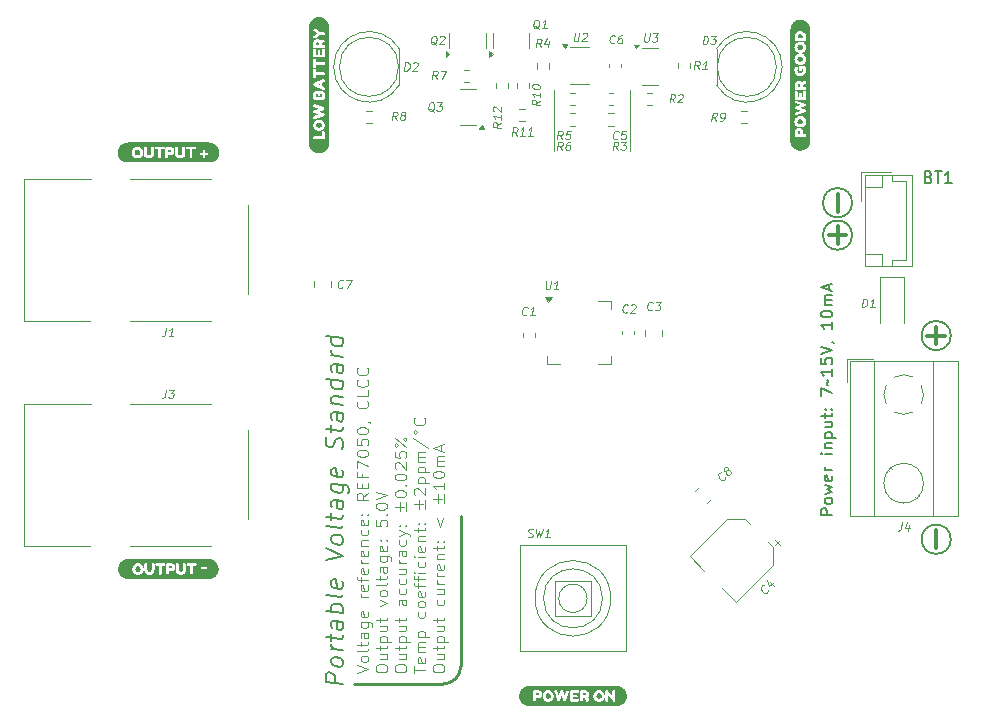
<source format=gbr>
%TF.GenerationSoftware,KiCad,Pcbnew,8.0.4*%
%TF.CreationDate,2025-01-19T21:14:29+01:00*%
%TF.ProjectId,PortableVoltageStandard,506f7274-6162-46c6-9556-6f6c74616765,1.0*%
%TF.SameCoordinates,Original*%
%TF.FileFunction,Legend,Top*%
%TF.FilePolarity,Positive*%
%FSLAX46Y46*%
G04 Gerber Fmt 4.6, Leading zero omitted, Abs format (unit mm)*
G04 Created by KiCad (PCBNEW 8.0.4) date 2025-01-19 21:14:29*
%MOMM*%
%LPD*%
G01*
G04 APERTURE LIST*
%ADD10C,0.220000*%
%ADD11C,0.100000*%
%ADD12C,0.300000*%
%ADD13C,0.200000*%
%ADD14C,0.150000*%
%ADD15C,0.120000*%
%ADD16C,0.000000*%
G04 APERTURE END LIST*
D10*
X137500000Y-115750000D02*
X137750000Y-115750000D01*
D11*
X154400000Y-65500000D02*
X154400000Y-70600000D01*
D12*
X186750000Y-87000000D02*
X186750000Y-85500000D01*
D13*
X187987140Y-103500000D02*
G75*
G02*
X185512860Y-103500000I-1237140J0D01*
G01*
X185512860Y-103500000D02*
G75*
G02*
X187987140Y-103500000I1237140J0D01*
G01*
D12*
X186750000Y-104250000D02*
X186750000Y-102750000D01*
X178400000Y-75750000D02*
X178400000Y-74250000D01*
X179150000Y-77750000D02*
X177650000Y-77750000D01*
D13*
X187987140Y-86250000D02*
G75*
G02*
X185512860Y-86250000I-1237140J0D01*
G01*
X185512860Y-86250000D02*
G75*
G02*
X187987140Y-86250000I1237140J0D01*
G01*
D11*
X160800000Y-65500000D02*
X160800000Y-70600000D01*
D10*
X146500000Y-114250000D02*
G75*
G02*
X145000000Y-115750000I-1500000J0D01*
G01*
X146500000Y-114250000D02*
X146500000Y-101500000D01*
D12*
X187500000Y-86250000D02*
X186000000Y-86250000D01*
D13*
X179637140Y-77750000D02*
G75*
G02*
X177162860Y-77750000I-1237140J0D01*
G01*
X177162860Y-77750000D02*
G75*
G02*
X179637140Y-77750000I1237140J0D01*
G01*
D10*
X137750000Y-115750000D02*
X145000000Y-115750000D01*
D13*
X179637140Y-75000000D02*
G75*
G02*
X177162860Y-75000000I-1237140J0D01*
G01*
X177162860Y-75000000D02*
G75*
G02*
X179637140Y-75000000I1237140J0D01*
G01*
D12*
X178400000Y-78500000D02*
X178400000Y-77000000D01*
D13*
X136556028Y-115770207D02*
X135056028Y-115582707D01*
X135056028Y-115582707D02*
X135056028Y-115011279D01*
X135056028Y-115011279D02*
X135127457Y-114877350D01*
X135127457Y-114877350D02*
X135198885Y-114814850D01*
X135198885Y-114814850D02*
X135341742Y-114761279D01*
X135341742Y-114761279D02*
X135556028Y-114788064D01*
X135556028Y-114788064D02*
X135698885Y-114877350D01*
X135698885Y-114877350D02*
X135770314Y-114957707D01*
X135770314Y-114957707D02*
X135841742Y-115109493D01*
X135841742Y-115109493D02*
X135841742Y-115680922D01*
X136556028Y-114055922D02*
X136484600Y-114189850D01*
X136484600Y-114189850D02*
X136413171Y-114252350D01*
X136413171Y-114252350D02*
X136270314Y-114305922D01*
X136270314Y-114305922D02*
X135841742Y-114252350D01*
X135841742Y-114252350D02*
X135698885Y-114163064D01*
X135698885Y-114163064D02*
X135627457Y-114082707D01*
X135627457Y-114082707D02*
X135556028Y-113930922D01*
X135556028Y-113930922D02*
X135556028Y-113716636D01*
X135556028Y-113716636D02*
X135627457Y-113582707D01*
X135627457Y-113582707D02*
X135698885Y-113520207D01*
X135698885Y-113520207D02*
X135841742Y-113466636D01*
X135841742Y-113466636D02*
X136270314Y-113520207D01*
X136270314Y-113520207D02*
X136413171Y-113609493D01*
X136413171Y-113609493D02*
X136484600Y-113689850D01*
X136484600Y-113689850D02*
X136556028Y-113841636D01*
X136556028Y-113841636D02*
X136556028Y-114055922D01*
X136556028Y-112913064D02*
X135556028Y-112788064D01*
X135841742Y-112823779D02*
X135698885Y-112734493D01*
X135698885Y-112734493D02*
X135627457Y-112654136D01*
X135627457Y-112654136D02*
X135556028Y-112502350D01*
X135556028Y-112502350D02*
X135556028Y-112359493D01*
X135556028Y-112073779D02*
X135556028Y-111502350D01*
X135056028Y-111796993D02*
X136341742Y-111957708D01*
X136341742Y-111957708D02*
X136484600Y-111904136D01*
X136484600Y-111904136D02*
X136556028Y-111770208D01*
X136556028Y-111770208D02*
X136556028Y-111627350D01*
X136556028Y-110484493D02*
X135770314Y-110386279D01*
X135770314Y-110386279D02*
X135627457Y-110439850D01*
X135627457Y-110439850D02*
X135556028Y-110573779D01*
X135556028Y-110573779D02*
X135556028Y-110859493D01*
X135556028Y-110859493D02*
X135627457Y-111011279D01*
X136484600Y-110475565D02*
X136556028Y-110627350D01*
X136556028Y-110627350D02*
X136556028Y-110984493D01*
X136556028Y-110984493D02*
X136484600Y-111118422D01*
X136484600Y-111118422D02*
X136341742Y-111171993D01*
X136341742Y-111171993D02*
X136198885Y-111154136D01*
X136198885Y-111154136D02*
X136056028Y-111064850D01*
X136056028Y-111064850D02*
X135984600Y-110913065D01*
X135984600Y-110913065D02*
X135984600Y-110555922D01*
X135984600Y-110555922D02*
X135913171Y-110404136D01*
X136556028Y-109770207D02*
X135056028Y-109582707D01*
X135627457Y-109654136D02*
X135556028Y-109502350D01*
X135556028Y-109502350D02*
X135556028Y-109216636D01*
X135556028Y-109216636D02*
X135627457Y-109082707D01*
X135627457Y-109082707D02*
X135698885Y-109020207D01*
X135698885Y-109020207D02*
X135841742Y-108966636D01*
X135841742Y-108966636D02*
X136270314Y-109020207D01*
X136270314Y-109020207D02*
X136413171Y-109109493D01*
X136413171Y-109109493D02*
X136484600Y-109189850D01*
X136484600Y-109189850D02*
X136556028Y-109341636D01*
X136556028Y-109341636D02*
X136556028Y-109627350D01*
X136556028Y-109627350D02*
X136484600Y-109761279D01*
X136556028Y-108198779D02*
X136484600Y-108332707D01*
X136484600Y-108332707D02*
X136341742Y-108386279D01*
X136341742Y-108386279D02*
X135056028Y-108225564D01*
X136484600Y-107046993D02*
X136556028Y-107198779D01*
X136556028Y-107198779D02*
X136556028Y-107484493D01*
X136556028Y-107484493D02*
X136484600Y-107618422D01*
X136484600Y-107618422D02*
X136341742Y-107671993D01*
X136341742Y-107671993D02*
X135770314Y-107600565D01*
X135770314Y-107600565D02*
X135627457Y-107511279D01*
X135627457Y-107511279D02*
X135556028Y-107359493D01*
X135556028Y-107359493D02*
X135556028Y-107073779D01*
X135556028Y-107073779D02*
X135627457Y-106939850D01*
X135627457Y-106939850D02*
X135770314Y-106886279D01*
X135770314Y-106886279D02*
X135913171Y-106904136D01*
X135913171Y-106904136D02*
X136056028Y-107636279D01*
X135056028Y-105225565D02*
X136556028Y-104913065D01*
X136556028Y-104913065D02*
X135056028Y-104225565D01*
X136556028Y-103698780D02*
X136484600Y-103832708D01*
X136484600Y-103832708D02*
X136413171Y-103895208D01*
X136413171Y-103895208D02*
X136270314Y-103948780D01*
X136270314Y-103948780D02*
X135841742Y-103895208D01*
X135841742Y-103895208D02*
X135698885Y-103805922D01*
X135698885Y-103805922D02*
X135627457Y-103725565D01*
X135627457Y-103725565D02*
X135556028Y-103573780D01*
X135556028Y-103573780D02*
X135556028Y-103359494D01*
X135556028Y-103359494D02*
X135627457Y-103225565D01*
X135627457Y-103225565D02*
X135698885Y-103163065D01*
X135698885Y-103163065D02*
X135841742Y-103109494D01*
X135841742Y-103109494D02*
X136270314Y-103163065D01*
X136270314Y-103163065D02*
X136413171Y-103252351D01*
X136413171Y-103252351D02*
X136484600Y-103332708D01*
X136484600Y-103332708D02*
X136556028Y-103484494D01*
X136556028Y-103484494D02*
X136556028Y-103698780D01*
X136556028Y-102341637D02*
X136484600Y-102475565D01*
X136484600Y-102475565D02*
X136341742Y-102529137D01*
X136341742Y-102529137D02*
X135056028Y-102368422D01*
X135556028Y-101859494D02*
X135556028Y-101288065D01*
X135056028Y-101582708D02*
X136341742Y-101743423D01*
X136341742Y-101743423D02*
X136484600Y-101689851D01*
X136484600Y-101689851D02*
X136556028Y-101555923D01*
X136556028Y-101555923D02*
X136556028Y-101413065D01*
X136556028Y-100270208D02*
X135770314Y-100171994D01*
X135770314Y-100171994D02*
X135627457Y-100225565D01*
X135627457Y-100225565D02*
X135556028Y-100359494D01*
X135556028Y-100359494D02*
X135556028Y-100645208D01*
X135556028Y-100645208D02*
X135627457Y-100796994D01*
X136484600Y-100261280D02*
X136556028Y-100413065D01*
X136556028Y-100413065D02*
X136556028Y-100770208D01*
X136556028Y-100770208D02*
X136484600Y-100904137D01*
X136484600Y-100904137D02*
X136341742Y-100957708D01*
X136341742Y-100957708D02*
X136198885Y-100939851D01*
X136198885Y-100939851D02*
X136056028Y-100850565D01*
X136056028Y-100850565D02*
X135984600Y-100698780D01*
X135984600Y-100698780D02*
X135984600Y-100341637D01*
X135984600Y-100341637D02*
X135913171Y-100189851D01*
X135556028Y-98788065D02*
X136770314Y-98939851D01*
X136770314Y-98939851D02*
X136913171Y-99029137D01*
X136913171Y-99029137D02*
X136984600Y-99109494D01*
X136984600Y-99109494D02*
X137056028Y-99261279D01*
X137056028Y-99261279D02*
X137056028Y-99475565D01*
X137056028Y-99475565D02*
X136984600Y-99609494D01*
X136484600Y-98904137D02*
X136556028Y-99055922D01*
X136556028Y-99055922D02*
X136556028Y-99341637D01*
X136556028Y-99341637D02*
X136484600Y-99475565D01*
X136484600Y-99475565D02*
X136413171Y-99538065D01*
X136413171Y-99538065D02*
X136270314Y-99591637D01*
X136270314Y-99591637D02*
X135841742Y-99538065D01*
X135841742Y-99538065D02*
X135698885Y-99448779D01*
X135698885Y-99448779D02*
X135627457Y-99368422D01*
X135627457Y-99368422D02*
X135556028Y-99216637D01*
X135556028Y-99216637D02*
X135556028Y-98930922D01*
X135556028Y-98930922D02*
X135627457Y-98796994D01*
X136484600Y-97618422D02*
X136556028Y-97770208D01*
X136556028Y-97770208D02*
X136556028Y-98055922D01*
X136556028Y-98055922D02*
X136484600Y-98189851D01*
X136484600Y-98189851D02*
X136341742Y-98243422D01*
X136341742Y-98243422D02*
X135770314Y-98171994D01*
X135770314Y-98171994D02*
X135627457Y-98082708D01*
X135627457Y-98082708D02*
X135556028Y-97930922D01*
X135556028Y-97930922D02*
X135556028Y-97645208D01*
X135556028Y-97645208D02*
X135627457Y-97511279D01*
X135627457Y-97511279D02*
X135770314Y-97457708D01*
X135770314Y-97457708D02*
X135913171Y-97475565D01*
X135913171Y-97475565D02*
X136056028Y-98207708D01*
X136484600Y-95832708D02*
X136556028Y-95627351D01*
X136556028Y-95627351D02*
X136556028Y-95270208D01*
X136556028Y-95270208D02*
X136484600Y-95118423D01*
X136484600Y-95118423D02*
X136413171Y-95038065D01*
X136413171Y-95038065D02*
X136270314Y-94948780D01*
X136270314Y-94948780D02*
X136127457Y-94930923D01*
X136127457Y-94930923D02*
X135984600Y-94984494D01*
X135984600Y-94984494D02*
X135913171Y-95046994D01*
X135913171Y-95046994D02*
X135841742Y-95180923D01*
X135841742Y-95180923D02*
X135770314Y-95457708D01*
X135770314Y-95457708D02*
X135698885Y-95591637D01*
X135698885Y-95591637D02*
X135627457Y-95654137D01*
X135627457Y-95654137D02*
X135484600Y-95707708D01*
X135484600Y-95707708D02*
X135341742Y-95689851D01*
X135341742Y-95689851D02*
X135198885Y-95600565D01*
X135198885Y-95600565D02*
X135127457Y-95520208D01*
X135127457Y-95520208D02*
X135056028Y-95368423D01*
X135056028Y-95368423D02*
X135056028Y-95011280D01*
X135056028Y-95011280D02*
X135127457Y-94805923D01*
X135556028Y-94430923D02*
X135556028Y-93859494D01*
X135056028Y-94154137D02*
X136341742Y-94314852D01*
X136341742Y-94314852D02*
X136484600Y-94261280D01*
X136484600Y-94261280D02*
X136556028Y-94127352D01*
X136556028Y-94127352D02*
X136556028Y-93984494D01*
X136556028Y-92841637D02*
X135770314Y-92743423D01*
X135770314Y-92743423D02*
X135627457Y-92796994D01*
X135627457Y-92796994D02*
X135556028Y-92930923D01*
X135556028Y-92930923D02*
X135556028Y-93216637D01*
X135556028Y-93216637D02*
X135627457Y-93368423D01*
X136484600Y-92832709D02*
X136556028Y-92984494D01*
X136556028Y-92984494D02*
X136556028Y-93341637D01*
X136556028Y-93341637D02*
X136484600Y-93475566D01*
X136484600Y-93475566D02*
X136341742Y-93529137D01*
X136341742Y-93529137D02*
X136198885Y-93511280D01*
X136198885Y-93511280D02*
X136056028Y-93421994D01*
X136056028Y-93421994D02*
X135984600Y-93270209D01*
X135984600Y-93270209D02*
X135984600Y-92913066D01*
X135984600Y-92913066D02*
X135913171Y-92761280D01*
X135556028Y-92002351D02*
X136556028Y-92127351D01*
X135698885Y-92020208D02*
X135627457Y-91939851D01*
X135627457Y-91939851D02*
X135556028Y-91788066D01*
X135556028Y-91788066D02*
X135556028Y-91573780D01*
X135556028Y-91573780D02*
X135627457Y-91439851D01*
X135627457Y-91439851D02*
X135770314Y-91386280D01*
X135770314Y-91386280D02*
X136556028Y-91484494D01*
X136556028Y-90127351D02*
X135056028Y-89939851D01*
X136484600Y-90118423D02*
X136556028Y-90270208D01*
X136556028Y-90270208D02*
X136556028Y-90555923D01*
X136556028Y-90555923D02*
X136484600Y-90689851D01*
X136484600Y-90689851D02*
X136413171Y-90752351D01*
X136413171Y-90752351D02*
X136270314Y-90805923D01*
X136270314Y-90805923D02*
X135841742Y-90752351D01*
X135841742Y-90752351D02*
X135698885Y-90663065D01*
X135698885Y-90663065D02*
X135627457Y-90582708D01*
X135627457Y-90582708D02*
X135556028Y-90430923D01*
X135556028Y-90430923D02*
X135556028Y-90145208D01*
X135556028Y-90145208D02*
X135627457Y-90011280D01*
X136556028Y-88770208D02*
X135770314Y-88671994D01*
X135770314Y-88671994D02*
X135627457Y-88725565D01*
X135627457Y-88725565D02*
X135556028Y-88859494D01*
X135556028Y-88859494D02*
X135556028Y-89145208D01*
X135556028Y-89145208D02*
X135627457Y-89296994D01*
X136484600Y-88761280D02*
X136556028Y-88913065D01*
X136556028Y-88913065D02*
X136556028Y-89270208D01*
X136556028Y-89270208D02*
X136484600Y-89404137D01*
X136484600Y-89404137D02*
X136341742Y-89457708D01*
X136341742Y-89457708D02*
X136198885Y-89439851D01*
X136198885Y-89439851D02*
X136056028Y-89350565D01*
X136056028Y-89350565D02*
X135984600Y-89198780D01*
X135984600Y-89198780D02*
X135984600Y-88841637D01*
X135984600Y-88841637D02*
X135913171Y-88689851D01*
X136556028Y-88055922D02*
X135556028Y-87930922D01*
X135841742Y-87966637D02*
X135698885Y-87877351D01*
X135698885Y-87877351D02*
X135627457Y-87796994D01*
X135627457Y-87796994D02*
X135556028Y-87645208D01*
X135556028Y-87645208D02*
X135556028Y-87502351D01*
X136556028Y-86484494D02*
X135056028Y-86296994D01*
X136484600Y-86475566D02*
X136556028Y-86627351D01*
X136556028Y-86627351D02*
X136556028Y-86913066D01*
X136556028Y-86913066D02*
X136484600Y-87046994D01*
X136484600Y-87046994D02*
X136413171Y-87109494D01*
X136413171Y-87109494D02*
X136270314Y-87163066D01*
X136270314Y-87163066D02*
X135841742Y-87109494D01*
X135841742Y-87109494D02*
X135698885Y-87020208D01*
X135698885Y-87020208D02*
X135627457Y-86939851D01*
X135627457Y-86939851D02*
X135556028Y-86788066D01*
X135556028Y-86788066D02*
X135556028Y-86502351D01*
X135556028Y-86502351D02*
X135627457Y-86368423D01*
D11*
X137682643Y-114838972D02*
X138682643Y-114505639D01*
X138682643Y-114505639D02*
X137682643Y-114172306D01*
X138682643Y-113696115D02*
X138635024Y-113791353D01*
X138635024Y-113791353D02*
X138587404Y-113838972D01*
X138587404Y-113838972D02*
X138492166Y-113886591D01*
X138492166Y-113886591D02*
X138206452Y-113886591D01*
X138206452Y-113886591D02*
X138111214Y-113838972D01*
X138111214Y-113838972D02*
X138063595Y-113791353D01*
X138063595Y-113791353D02*
X138015976Y-113696115D01*
X138015976Y-113696115D02*
X138015976Y-113553258D01*
X138015976Y-113553258D02*
X138063595Y-113458020D01*
X138063595Y-113458020D02*
X138111214Y-113410401D01*
X138111214Y-113410401D02*
X138206452Y-113362782D01*
X138206452Y-113362782D02*
X138492166Y-113362782D01*
X138492166Y-113362782D02*
X138587404Y-113410401D01*
X138587404Y-113410401D02*
X138635024Y-113458020D01*
X138635024Y-113458020D02*
X138682643Y-113553258D01*
X138682643Y-113553258D02*
X138682643Y-113696115D01*
X138682643Y-112791353D02*
X138635024Y-112886591D01*
X138635024Y-112886591D02*
X138539785Y-112934210D01*
X138539785Y-112934210D02*
X137682643Y-112934210D01*
X138015976Y-112553257D02*
X138015976Y-112172305D01*
X137682643Y-112410400D02*
X138539785Y-112410400D01*
X138539785Y-112410400D02*
X138635024Y-112362781D01*
X138635024Y-112362781D02*
X138682643Y-112267543D01*
X138682643Y-112267543D02*
X138682643Y-112172305D01*
X138682643Y-111410400D02*
X138158833Y-111410400D01*
X138158833Y-111410400D02*
X138063595Y-111458019D01*
X138063595Y-111458019D02*
X138015976Y-111553257D01*
X138015976Y-111553257D02*
X138015976Y-111743733D01*
X138015976Y-111743733D02*
X138063595Y-111838971D01*
X138635024Y-111410400D02*
X138682643Y-111505638D01*
X138682643Y-111505638D02*
X138682643Y-111743733D01*
X138682643Y-111743733D02*
X138635024Y-111838971D01*
X138635024Y-111838971D02*
X138539785Y-111886590D01*
X138539785Y-111886590D02*
X138444547Y-111886590D01*
X138444547Y-111886590D02*
X138349309Y-111838971D01*
X138349309Y-111838971D02*
X138301690Y-111743733D01*
X138301690Y-111743733D02*
X138301690Y-111505638D01*
X138301690Y-111505638D02*
X138254071Y-111410400D01*
X138015976Y-110505638D02*
X138825500Y-110505638D01*
X138825500Y-110505638D02*
X138920738Y-110553257D01*
X138920738Y-110553257D02*
X138968357Y-110600876D01*
X138968357Y-110600876D02*
X139015976Y-110696114D01*
X139015976Y-110696114D02*
X139015976Y-110838971D01*
X139015976Y-110838971D02*
X138968357Y-110934209D01*
X138635024Y-110505638D02*
X138682643Y-110600876D01*
X138682643Y-110600876D02*
X138682643Y-110791352D01*
X138682643Y-110791352D02*
X138635024Y-110886590D01*
X138635024Y-110886590D02*
X138587404Y-110934209D01*
X138587404Y-110934209D02*
X138492166Y-110981828D01*
X138492166Y-110981828D02*
X138206452Y-110981828D01*
X138206452Y-110981828D02*
X138111214Y-110934209D01*
X138111214Y-110934209D02*
X138063595Y-110886590D01*
X138063595Y-110886590D02*
X138015976Y-110791352D01*
X138015976Y-110791352D02*
X138015976Y-110600876D01*
X138015976Y-110600876D02*
X138063595Y-110505638D01*
X138635024Y-109648495D02*
X138682643Y-109743733D01*
X138682643Y-109743733D02*
X138682643Y-109934209D01*
X138682643Y-109934209D02*
X138635024Y-110029447D01*
X138635024Y-110029447D02*
X138539785Y-110077066D01*
X138539785Y-110077066D02*
X138158833Y-110077066D01*
X138158833Y-110077066D02*
X138063595Y-110029447D01*
X138063595Y-110029447D02*
X138015976Y-109934209D01*
X138015976Y-109934209D02*
X138015976Y-109743733D01*
X138015976Y-109743733D02*
X138063595Y-109648495D01*
X138063595Y-109648495D02*
X138158833Y-109600876D01*
X138158833Y-109600876D02*
X138254071Y-109600876D01*
X138254071Y-109600876D02*
X138349309Y-110077066D01*
X138682643Y-108410399D02*
X138015976Y-108410399D01*
X138206452Y-108410399D02*
X138111214Y-108362780D01*
X138111214Y-108362780D02*
X138063595Y-108315161D01*
X138063595Y-108315161D02*
X138015976Y-108219923D01*
X138015976Y-108219923D02*
X138015976Y-108124685D01*
X138635024Y-107410399D02*
X138682643Y-107505637D01*
X138682643Y-107505637D02*
X138682643Y-107696113D01*
X138682643Y-107696113D02*
X138635024Y-107791351D01*
X138635024Y-107791351D02*
X138539785Y-107838970D01*
X138539785Y-107838970D02*
X138158833Y-107838970D01*
X138158833Y-107838970D02*
X138063595Y-107791351D01*
X138063595Y-107791351D02*
X138015976Y-107696113D01*
X138015976Y-107696113D02*
X138015976Y-107505637D01*
X138015976Y-107505637D02*
X138063595Y-107410399D01*
X138063595Y-107410399D02*
X138158833Y-107362780D01*
X138158833Y-107362780D02*
X138254071Y-107362780D01*
X138254071Y-107362780D02*
X138349309Y-107838970D01*
X138015976Y-107077065D02*
X138015976Y-106696113D01*
X138682643Y-106934208D02*
X137825500Y-106934208D01*
X137825500Y-106934208D02*
X137730262Y-106886589D01*
X137730262Y-106886589D02*
X137682643Y-106791351D01*
X137682643Y-106791351D02*
X137682643Y-106696113D01*
X138635024Y-105981827D02*
X138682643Y-106077065D01*
X138682643Y-106077065D02*
X138682643Y-106267541D01*
X138682643Y-106267541D02*
X138635024Y-106362779D01*
X138635024Y-106362779D02*
X138539785Y-106410398D01*
X138539785Y-106410398D02*
X138158833Y-106410398D01*
X138158833Y-106410398D02*
X138063595Y-106362779D01*
X138063595Y-106362779D02*
X138015976Y-106267541D01*
X138015976Y-106267541D02*
X138015976Y-106077065D01*
X138015976Y-106077065D02*
X138063595Y-105981827D01*
X138063595Y-105981827D02*
X138158833Y-105934208D01*
X138158833Y-105934208D02*
X138254071Y-105934208D01*
X138254071Y-105934208D02*
X138349309Y-106410398D01*
X138682643Y-105505636D02*
X138015976Y-105505636D01*
X138206452Y-105505636D02*
X138111214Y-105458017D01*
X138111214Y-105458017D02*
X138063595Y-105410398D01*
X138063595Y-105410398D02*
X138015976Y-105315160D01*
X138015976Y-105315160D02*
X138015976Y-105219922D01*
X138635024Y-104505636D02*
X138682643Y-104600874D01*
X138682643Y-104600874D02*
X138682643Y-104791350D01*
X138682643Y-104791350D02*
X138635024Y-104886588D01*
X138635024Y-104886588D02*
X138539785Y-104934207D01*
X138539785Y-104934207D02*
X138158833Y-104934207D01*
X138158833Y-104934207D02*
X138063595Y-104886588D01*
X138063595Y-104886588D02*
X138015976Y-104791350D01*
X138015976Y-104791350D02*
X138015976Y-104600874D01*
X138015976Y-104600874D02*
X138063595Y-104505636D01*
X138063595Y-104505636D02*
X138158833Y-104458017D01*
X138158833Y-104458017D02*
X138254071Y-104458017D01*
X138254071Y-104458017D02*
X138349309Y-104934207D01*
X138015976Y-104029445D02*
X138682643Y-104029445D01*
X138111214Y-104029445D02*
X138063595Y-103981826D01*
X138063595Y-103981826D02*
X138015976Y-103886588D01*
X138015976Y-103886588D02*
X138015976Y-103743731D01*
X138015976Y-103743731D02*
X138063595Y-103648493D01*
X138063595Y-103648493D02*
X138158833Y-103600874D01*
X138158833Y-103600874D02*
X138682643Y-103600874D01*
X138635024Y-102696112D02*
X138682643Y-102791350D01*
X138682643Y-102791350D02*
X138682643Y-102981826D01*
X138682643Y-102981826D02*
X138635024Y-103077064D01*
X138635024Y-103077064D02*
X138587404Y-103124683D01*
X138587404Y-103124683D02*
X138492166Y-103172302D01*
X138492166Y-103172302D02*
X138206452Y-103172302D01*
X138206452Y-103172302D02*
X138111214Y-103124683D01*
X138111214Y-103124683D02*
X138063595Y-103077064D01*
X138063595Y-103077064D02*
X138015976Y-102981826D01*
X138015976Y-102981826D02*
X138015976Y-102791350D01*
X138015976Y-102791350D02*
X138063595Y-102696112D01*
X138635024Y-101886588D02*
X138682643Y-101981826D01*
X138682643Y-101981826D02*
X138682643Y-102172302D01*
X138682643Y-102172302D02*
X138635024Y-102267540D01*
X138635024Y-102267540D02*
X138539785Y-102315159D01*
X138539785Y-102315159D02*
X138158833Y-102315159D01*
X138158833Y-102315159D02*
X138063595Y-102267540D01*
X138063595Y-102267540D02*
X138015976Y-102172302D01*
X138015976Y-102172302D02*
X138015976Y-101981826D01*
X138015976Y-101981826D02*
X138063595Y-101886588D01*
X138063595Y-101886588D02*
X138158833Y-101838969D01*
X138158833Y-101838969D02*
X138254071Y-101838969D01*
X138254071Y-101838969D02*
X138349309Y-102315159D01*
X138587404Y-101410397D02*
X138635024Y-101362778D01*
X138635024Y-101362778D02*
X138682643Y-101410397D01*
X138682643Y-101410397D02*
X138635024Y-101458016D01*
X138635024Y-101458016D02*
X138587404Y-101410397D01*
X138587404Y-101410397D02*
X138682643Y-101410397D01*
X138063595Y-101410397D02*
X138111214Y-101362778D01*
X138111214Y-101362778D02*
X138158833Y-101410397D01*
X138158833Y-101410397D02*
X138111214Y-101458016D01*
X138111214Y-101458016D02*
X138063595Y-101410397D01*
X138063595Y-101410397D02*
X138158833Y-101410397D01*
X138682643Y-99600874D02*
X138206452Y-99934207D01*
X138682643Y-100172302D02*
X137682643Y-100172302D01*
X137682643Y-100172302D02*
X137682643Y-99791350D01*
X137682643Y-99791350D02*
X137730262Y-99696112D01*
X137730262Y-99696112D02*
X137777881Y-99648493D01*
X137777881Y-99648493D02*
X137873119Y-99600874D01*
X137873119Y-99600874D02*
X138015976Y-99600874D01*
X138015976Y-99600874D02*
X138111214Y-99648493D01*
X138111214Y-99648493D02*
X138158833Y-99696112D01*
X138158833Y-99696112D02*
X138206452Y-99791350D01*
X138206452Y-99791350D02*
X138206452Y-100172302D01*
X138158833Y-99172302D02*
X138158833Y-98838969D01*
X138682643Y-98696112D02*
X138682643Y-99172302D01*
X138682643Y-99172302D02*
X137682643Y-99172302D01*
X137682643Y-99172302D02*
X137682643Y-98696112D01*
X138158833Y-97934207D02*
X138158833Y-98267540D01*
X138682643Y-98267540D02*
X137682643Y-98267540D01*
X137682643Y-98267540D02*
X137682643Y-97791350D01*
X137682643Y-97505635D02*
X137682643Y-96838969D01*
X137682643Y-96838969D02*
X138682643Y-97267540D01*
X137682643Y-96267540D02*
X137682643Y-96172302D01*
X137682643Y-96172302D02*
X137730262Y-96077064D01*
X137730262Y-96077064D02*
X137777881Y-96029445D01*
X137777881Y-96029445D02*
X137873119Y-95981826D01*
X137873119Y-95981826D02*
X138063595Y-95934207D01*
X138063595Y-95934207D02*
X138301690Y-95934207D01*
X138301690Y-95934207D02*
X138492166Y-95981826D01*
X138492166Y-95981826D02*
X138587404Y-96029445D01*
X138587404Y-96029445D02*
X138635024Y-96077064D01*
X138635024Y-96077064D02*
X138682643Y-96172302D01*
X138682643Y-96172302D02*
X138682643Y-96267540D01*
X138682643Y-96267540D02*
X138635024Y-96362778D01*
X138635024Y-96362778D02*
X138587404Y-96410397D01*
X138587404Y-96410397D02*
X138492166Y-96458016D01*
X138492166Y-96458016D02*
X138301690Y-96505635D01*
X138301690Y-96505635D02*
X138063595Y-96505635D01*
X138063595Y-96505635D02*
X137873119Y-96458016D01*
X137873119Y-96458016D02*
X137777881Y-96410397D01*
X137777881Y-96410397D02*
X137730262Y-96362778D01*
X137730262Y-96362778D02*
X137682643Y-96267540D01*
X137682643Y-95029445D02*
X137682643Y-95505635D01*
X137682643Y-95505635D02*
X138158833Y-95553254D01*
X138158833Y-95553254D02*
X138111214Y-95505635D01*
X138111214Y-95505635D02*
X138063595Y-95410397D01*
X138063595Y-95410397D02*
X138063595Y-95172302D01*
X138063595Y-95172302D02*
X138111214Y-95077064D01*
X138111214Y-95077064D02*
X138158833Y-95029445D01*
X138158833Y-95029445D02*
X138254071Y-94981826D01*
X138254071Y-94981826D02*
X138492166Y-94981826D01*
X138492166Y-94981826D02*
X138587404Y-95029445D01*
X138587404Y-95029445D02*
X138635024Y-95077064D01*
X138635024Y-95077064D02*
X138682643Y-95172302D01*
X138682643Y-95172302D02*
X138682643Y-95410397D01*
X138682643Y-95410397D02*
X138635024Y-95505635D01*
X138635024Y-95505635D02*
X138587404Y-95553254D01*
X137682643Y-94362778D02*
X137682643Y-94267540D01*
X137682643Y-94267540D02*
X137730262Y-94172302D01*
X137730262Y-94172302D02*
X137777881Y-94124683D01*
X137777881Y-94124683D02*
X137873119Y-94077064D01*
X137873119Y-94077064D02*
X138063595Y-94029445D01*
X138063595Y-94029445D02*
X138301690Y-94029445D01*
X138301690Y-94029445D02*
X138492166Y-94077064D01*
X138492166Y-94077064D02*
X138587404Y-94124683D01*
X138587404Y-94124683D02*
X138635024Y-94172302D01*
X138635024Y-94172302D02*
X138682643Y-94267540D01*
X138682643Y-94267540D02*
X138682643Y-94362778D01*
X138682643Y-94362778D02*
X138635024Y-94458016D01*
X138635024Y-94458016D02*
X138587404Y-94505635D01*
X138587404Y-94505635D02*
X138492166Y-94553254D01*
X138492166Y-94553254D02*
X138301690Y-94600873D01*
X138301690Y-94600873D02*
X138063595Y-94600873D01*
X138063595Y-94600873D02*
X137873119Y-94553254D01*
X137873119Y-94553254D02*
X137777881Y-94505635D01*
X137777881Y-94505635D02*
X137730262Y-94458016D01*
X137730262Y-94458016D02*
X137682643Y-94362778D01*
X138635024Y-93553254D02*
X138682643Y-93553254D01*
X138682643Y-93553254D02*
X138777881Y-93600873D01*
X138777881Y-93600873D02*
X138825500Y-93648492D01*
X138587404Y-91791350D02*
X138635024Y-91838969D01*
X138635024Y-91838969D02*
X138682643Y-91981826D01*
X138682643Y-91981826D02*
X138682643Y-92077064D01*
X138682643Y-92077064D02*
X138635024Y-92219921D01*
X138635024Y-92219921D02*
X138539785Y-92315159D01*
X138539785Y-92315159D02*
X138444547Y-92362778D01*
X138444547Y-92362778D02*
X138254071Y-92410397D01*
X138254071Y-92410397D02*
X138111214Y-92410397D01*
X138111214Y-92410397D02*
X137920738Y-92362778D01*
X137920738Y-92362778D02*
X137825500Y-92315159D01*
X137825500Y-92315159D02*
X137730262Y-92219921D01*
X137730262Y-92219921D02*
X137682643Y-92077064D01*
X137682643Y-92077064D02*
X137682643Y-91981826D01*
X137682643Y-91981826D02*
X137730262Y-91838969D01*
X137730262Y-91838969D02*
X137777881Y-91791350D01*
X138682643Y-90886588D02*
X138682643Y-91362778D01*
X138682643Y-91362778D02*
X137682643Y-91362778D01*
X138587404Y-89981826D02*
X138635024Y-90029445D01*
X138635024Y-90029445D02*
X138682643Y-90172302D01*
X138682643Y-90172302D02*
X138682643Y-90267540D01*
X138682643Y-90267540D02*
X138635024Y-90410397D01*
X138635024Y-90410397D02*
X138539785Y-90505635D01*
X138539785Y-90505635D02*
X138444547Y-90553254D01*
X138444547Y-90553254D02*
X138254071Y-90600873D01*
X138254071Y-90600873D02*
X138111214Y-90600873D01*
X138111214Y-90600873D02*
X137920738Y-90553254D01*
X137920738Y-90553254D02*
X137825500Y-90505635D01*
X137825500Y-90505635D02*
X137730262Y-90410397D01*
X137730262Y-90410397D02*
X137682643Y-90267540D01*
X137682643Y-90267540D02*
X137682643Y-90172302D01*
X137682643Y-90172302D02*
X137730262Y-90029445D01*
X137730262Y-90029445D02*
X137777881Y-89981826D01*
X138587404Y-88981826D02*
X138635024Y-89029445D01*
X138635024Y-89029445D02*
X138682643Y-89172302D01*
X138682643Y-89172302D02*
X138682643Y-89267540D01*
X138682643Y-89267540D02*
X138635024Y-89410397D01*
X138635024Y-89410397D02*
X138539785Y-89505635D01*
X138539785Y-89505635D02*
X138444547Y-89553254D01*
X138444547Y-89553254D02*
X138254071Y-89600873D01*
X138254071Y-89600873D02*
X138111214Y-89600873D01*
X138111214Y-89600873D02*
X137920738Y-89553254D01*
X137920738Y-89553254D02*
X137825500Y-89505635D01*
X137825500Y-89505635D02*
X137730262Y-89410397D01*
X137730262Y-89410397D02*
X137682643Y-89267540D01*
X137682643Y-89267540D02*
X137682643Y-89172302D01*
X137682643Y-89172302D02*
X137730262Y-89029445D01*
X137730262Y-89029445D02*
X137777881Y-88981826D01*
X139292587Y-114505639D02*
X139292587Y-114315163D01*
X139292587Y-114315163D02*
X139340206Y-114219925D01*
X139340206Y-114219925D02*
X139435444Y-114124687D01*
X139435444Y-114124687D02*
X139625920Y-114077068D01*
X139625920Y-114077068D02*
X139959253Y-114077068D01*
X139959253Y-114077068D02*
X140149729Y-114124687D01*
X140149729Y-114124687D02*
X140244968Y-114219925D01*
X140244968Y-114219925D02*
X140292587Y-114315163D01*
X140292587Y-114315163D02*
X140292587Y-114505639D01*
X140292587Y-114505639D02*
X140244968Y-114600877D01*
X140244968Y-114600877D02*
X140149729Y-114696115D01*
X140149729Y-114696115D02*
X139959253Y-114743734D01*
X139959253Y-114743734D02*
X139625920Y-114743734D01*
X139625920Y-114743734D02*
X139435444Y-114696115D01*
X139435444Y-114696115D02*
X139340206Y-114600877D01*
X139340206Y-114600877D02*
X139292587Y-114505639D01*
X139625920Y-113219925D02*
X140292587Y-113219925D01*
X139625920Y-113648496D02*
X140149729Y-113648496D01*
X140149729Y-113648496D02*
X140244968Y-113600877D01*
X140244968Y-113600877D02*
X140292587Y-113505639D01*
X140292587Y-113505639D02*
X140292587Y-113362782D01*
X140292587Y-113362782D02*
X140244968Y-113267544D01*
X140244968Y-113267544D02*
X140197348Y-113219925D01*
X139625920Y-112886591D02*
X139625920Y-112505639D01*
X139292587Y-112743734D02*
X140149729Y-112743734D01*
X140149729Y-112743734D02*
X140244968Y-112696115D01*
X140244968Y-112696115D02*
X140292587Y-112600877D01*
X140292587Y-112600877D02*
X140292587Y-112505639D01*
X139625920Y-112172305D02*
X140625920Y-112172305D01*
X139673539Y-112172305D02*
X139625920Y-112077067D01*
X139625920Y-112077067D02*
X139625920Y-111886591D01*
X139625920Y-111886591D02*
X139673539Y-111791353D01*
X139673539Y-111791353D02*
X139721158Y-111743734D01*
X139721158Y-111743734D02*
X139816396Y-111696115D01*
X139816396Y-111696115D02*
X140102110Y-111696115D01*
X140102110Y-111696115D02*
X140197348Y-111743734D01*
X140197348Y-111743734D02*
X140244968Y-111791353D01*
X140244968Y-111791353D02*
X140292587Y-111886591D01*
X140292587Y-111886591D02*
X140292587Y-112077067D01*
X140292587Y-112077067D02*
X140244968Y-112172305D01*
X139625920Y-110838972D02*
X140292587Y-110838972D01*
X139625920Y-111267543D02*
X140149729Y-111267543D01*
X140149729Y-111267543D02*
X140244968Y-111219924D01*
X140244968Y-111219924D02*
X140292587Y-111124686D01*
X140292587Y-111124686D02*
X140292587Y-110981829D01*
X140292587Y-110981829D02*
X140244968Y-110886591D01*
X140244968Y-110886591D02*
X140197348Y-110838972D01*
X139625920Y-110505638D02*
X139625920Y-110124686D01*
X139292587Y-110362781D02*
X140149729Y-110362781D01*
X140149729Y-110362781D02*
X140244968Y-110315162D01*
X140244968Y-110315162D02*
X140292587Y-110219924D01*
X140292587Y-110219924D02*
X140292587Y-110124686D01*
X139625920Y-109124685D02*
X140292587Y-108886590D01*
X140292587Y-108886590D02*
X139625920Y-108648495D01*
X140292587Y-108124685D02*
X140244968Y-108219923D01*
X140244968Y-108219923D02*
X140197348Y-108267542D01*
X140197348Y-108267542D02*
X140102110Y-108315161D01*
X140102110Y-108315161D02*
X139816396Y-108315161D01*
X139816396Y-108315161D02*
X139721158Y-108267542D01*
X139721158Y-108267542D02*
X139673539Y-108219923D01*
X139673539Y-108219923D02*
X139625920Y-108124685D01*
X139625920Y-108124685D02*
X139625920Y-107981828D01*
X139625920Y-107981828D02*
X139673539Y-107886590D01*
X139673539Y-107886590D02*
X139721158Y-107838971D01*
X139721158Y-107838971D02*
X139816396Y-107791352D01*
X139816396Y-107791352D02*
X140102110Y-107791352D01*
X140102110Y-107791352D02*
X140197348Y-107838971D01*
X140197348Y-107838971D02*
X140244968Y-107886590D01*
X140244968Y-107886590D02*
X140292587Y-107981828D01*
X140292587Y-107981828D02*
X140292587Y-108124685D01*
X140292587Y-107219923D02*
X140244968Y-107315161D01*
X140244968Y-107315161D02*
X140149729Y-107362780D01*
X140149729Y-107362780D02*
X139292587Y-107362780D01*
X139625920Y-106981827D02*
X139625920Y-106600875D01*
X139292587Y-106838970D02*
X140149729Y-106838970D01*
X140149729Y-106838970D02*
X140244968Y-106791351D01*
X140244968Y-106791351D02*
X140292587Y-106696113D01*
X140292587Y-106696113D02*
X140292587Y-106600875D01*
X140292587Y-105838970D02*
X139768777Y-105838970D01*
X139768777Y-105838970D02*
X139673539Y-105886589D01*
X139673539Y-105886589D02*
X139625920Y-105981827D01*
X139625920Y-105981827D02*
X139625920Y-106172303D01*
X139625920Y-106172303D02*
X139673539Y-106267541D01*
X140244968Y-105838970D02*
X140292587Y-105934208D01*
X140292587Y-105934208D02*
X140292587Y-106172303D01*
X140292587Y-106172303D02*
X140244968Y-106267541D01*
X140244968Y-106267541D02*
X140149729Y-106315160D01*
X140149729Y-106315160D02*
X140054491Y-106315160D01*
X140054491Y-106315160D02*
X139959253Y-106267541D01*
X139959253Y-106267541D02*
X139911634Y-106172303D01*
X139911634Y-106172303D02*
X139911634Y-105934208D01*
X139911634Y-105934208D02*
X139864015Y-105838970D01*
X139625920Y-104934208D02*
X140435444Y-104934208D01*
X140435444Y-104934208D02*
X140530682Y-104981827D01*
X140530682Y-104981827D02*
X140578301Y-105029446D01*
X140578301Y-105029446D02*
X140625920Y-105124684D01*
X140625920Y-105124684D02*
X140625920Y-105267541D01*
X140625920Y-105267541D02*
X140578301Y-105362779D01*
X140244968Y-104934208D02*
X140292587Y-105029446D01*
X140292587Y-105029446D02*
X140292587Y-105219922D01*
X140292587Y-105219922D02*
X140244968Y-105315160D01*
X140244968Y-105315160D02*
X140197348Y-105362779D01*
X140197348Y-105362779D02*
X140102110Y-105410398D01*
X140102110Y-105410398D02*
X139816396Y-105410398D01*
X139816396Y-105410398D02*
X139721158Y-105362779D01*
X139721158Y-105362779D02*
X139673539Y-105315160D01*
X139673539Y-105315160D02*
X139625920Y-105219922D01*
X139625920Y-105219922D02*
X139625920Y-105029446D01*
X139625920Y-105029446D02*
X139673539Y-104934208D01*
X140244968Y-104077065D02*
X140292587Y-104172303D01*
X140292587Y-104172303D02*
X140292587Y-104362779D01*
X140292587Y-104362779D02*
X140244968Y-104458017D01*
X140244968Y-104458017D02*
X140149729Y-104505636D01*
X140149729Y-104505636D02*
X139768777Y-104505636D01*
X139768777Y-104505636D02*
X139673539Y-104458017D01*
X139673539Y-104458017D02*
X139625920Y-104362779D01*
X139625920Y-104362779D02*
X139625920Y-104172303D01*
X139625920Y-104172303D02*
X139673539Y-104077065D01*
X139673539Y-104077065D02*
X139768777Y-104029446D01*
X139768777Y-104029446D02*
X139864015Y-104029446D01*
X139864015Y-104029446D02*
X139959253Y-104505636D01*
X140197348Y-103600874D02*
X140244968Y-103553255D01*
X140244968Y-103553255D02*
X140292587Y-103600874D01*
X140292587Y-103600874D02*
X140244968Y-103648493D01*
X140244968Y-103648493D02*
X140197348Y-103600874D01*
X140197348Y-103600874D02*
X140292587Y-103600874D01*
X139673539Y-103600874D02*
X139721158Y-103553255D01*
X139721158Y-103553255D02*
X139768777Y-103600874D01*
X139768777Y-103600874D02*
X139721158Y-103648493D01*
X139721158Y-103648493D02*
X139673539Y-103600874D01*
X139673539Y-103600874D02*
X139768777Y-103600874D01*
X139292587Y-101886589D02*
X139292587Y-102362779D01*
X139292587Y-102362779D02*
X139768777Y-102410398D01*
X139768777Y-102410398D02*
X139721158Y-102362779D01*
X139721158Y-102362779D02*
X139673539Y-102267541D01*
X139673539Y-102267541D02*
X139673539Y-102029446D01*
X139673539Y-102029446D02*
X139721158Y-101934208D01*
X139721158Y-101934208D02*
X139768777Y-101886589D01*
X139768777Y-101886589D02*
X139864015Y-101838970D01*
X139864015Y-101838970D02*
X140102110Y-101838970D01*
X140102110Y-101838970D02*
X140197348Y-101886589D01*
X140197348Y-101886589D02*
X140244968Y-101934208D01*
X140244968Y-101934208D02*
X140292587Y-102029446D01*
X140292587Y-102029446D02*
X140292587Y-102267541D01*
X140292587Y-102267541D02*
X140244968Y-102362779D01*
X140244968Y-102362779D02*
X140197348Y-102410398D01*
X140197348Y-101410398D02*
X140244968Y-101362779D01*
X140244968Y-101362779D02*
X140292587Y-101410398D01*
X140292587Y-101410398D02*
X140244968Y-101458017D01*
X140244968Y-101458017D02*
X140197348Y-101410398D01*
X140197348Y-101410398D02*
X140292587Y-101410398D01*
X139292587Y-100743732D02*
X139292587Y-100648494D01*
X139292587Y-100648494D02*
X139340206Y-100553256D01*
X139340206Y-100553256D02*
X139387825Y-100505637D01*
X139387825Y-100505637D02*
X139483063Y-100458018D01*
X139483063Y-100458018D02*
X139673539Y-100410399D01*
X139673539Y-100410399D02*
X139911634Y-100410399D01*
X139911634Y-100410399D02*
X140102110Y-100458018D01*
X140102110Y-100458018D02*
X140197348Y-100505637D01*
X140197348Y-100505637D02*
X140244968Y-100553256D01*
X140244968Y-100553256D02*
X140292587Y-100648494D01*
X140292587Y-100648494D02*
X140292587Y-100743732D01*
X140292587Y-100743732D02*
X140244968Y-100838970D01*
X140244968Y-100838970D02*
X140197348Y-100886589D01*
X140197348Y-100886589D02*
X140102110Y-100934208D01*
X140102110Y-100934208D02*
X139911634Y-100981827D01*
X139911634Y-100981827D02*
X139673539Y-100981827D01*
X139673539Y-100981827D02*
X139483063Y-100934208D01*
X139483063Y-100934208D02*
X139387825Y-100886589D01*
X139387825Y-100886589D02*
X139340206Y-100838970D01*
X139340206Y-100838970D02*
X139292587Y-100743732D01*
X139292587Y-100124684D02*
X140292587Y-99791351D01*
X140292587Y-99791351D02*
X139292587Y-99458018D01*
X140902531Y-114505639D02*
X140902531Y-114315163D01*
X140902531Y-114315163D02*
X140950150Y-114219925D01*
X140950150Y-114219925D02*
X141045388Y-114124687D01*
X141045388Y-114124687D02*
X141235864Y-114077068D01*
X141235864Y-114077068D02*
X141569197Y-114077068D01*
X141569197Y-114077068D02*
X141759673Y-114124687D01*
X141759673Y-114124687D02*
X141854912Y-114219925D01*
X141854912Y-114219925D02*
X141902531Y-114315163D01*
X141902531Y-114315163D02*
X141902531Y-114505639D01*
X141902531Y-114505639D02*
X141854912Y-114600877D01*
X141854912Y-114600877D02*
X141759673Y-114696115D01*
X141759673Y-114696115D02*
X141569197Y-114743734D01*
X141569197Y-114743734D02*
X141235864Y-114743734D01*
X141235864Y-114743734D02*
X141045388Y-114696115D01*
X141045388Y-114696115D02*
X140950150Y-114600877D01*
X140950150Y-114600877D02*
X140902531Y-114505639D01*
X141235864Y-113219925D02*
X141902531Y-113219925D01*
X141235864Y-113648496D02*
X141759673Y-113648496D01*
X141759673Y-113648496D02*
X141854912Y-113600877D01*
X141854912Y-113600877D02*
X141902531Y-113505639D01*
X141902531Y-113505639D02*
X141902531Y-113362782D01*
X141902531Y-113362782D02*
X141854912Y-113267544D01*
X141854912Y-113267544D02*
X141807292Y-113219925D01*
X141235864Y-112886591D02*
X141235864Y-112505639D01*
X140902531Y-112743734D02*
X141759673Y-112743734D01*
X141759673Y-112743734D02*
X141854912Y-112696115D01*
X141854912Y-112696115D02*
X141902531Y-112600877D01*
X141902531Y-112600877D02*
X141902531Y-112505639D01*
X141235864Y-112172305D02*
X142235864Y-112172305D01*
X141283483Y-112172305D02*
X141235864Y-112077067D01*
X141235864Y-112077067D02*
X141235864Y-111886591D01*
X141235864Y-111886591D02*
X141283483Y-111791353D01*
X141283483Y-111791353D02*
X141331102Y-111743734D01*
X141331102Y-111743734D02*
X141426340Y-111696115D01*
X141426340Y-111696115D02*
X141712054Y-111696115D01*
X141712054Y-111696115D02*
X141807292Y-111743734D01*
X141807292Y-111743734D02*
X141854912Y-111791353D01*
X141854912Y-111791353D02*
X141902531Y-111886591D01*
X141902531Y-111886591D02*
X141902531Y-112077067D01*
X141902531Y-112077067D02*
X141854912Y-112172305D01*
X141235864Y-110838972D02*
X141902531Y-110838972D01*
X141235864Y-111267543D02*
X141759673Y-111267543D01*
X141759673Y-111267543D02*
X141854912Y-111219924D01*
X141854912Y-111219924D02*
X141902531Y-111124686D01*
X141902531Y-111124686D02*
X141902531Y-110981829D01*
X141902531Y-110981829D02*
X141854912Y-110886591D01*
X141854912Y-110886591D02*
X141807292Y-110838972D01*
X141235864Y-110505638D02*
X141235864Y-110124686D01*
X140902531Y-110362781D02*
X141759673Y-110362781D01*
X141759673Y-110362781D02*
X141854912Y-110315162D01*
X141854912Y-110315162D02*
X141902531Y-110219924D01*
X141902531Y-110219924D02*
X141902531Y-110124686D01*
X141902531Y-108600876D02*
X141378721Y-108600876D01*
X141378721Y-108600876D02*
X141283483Y-108648495D01*
X141283483Y-108648495D02*
X141235864Y-108743733D01*
X141235864Y-108743733D02*
X141235864Y-108934209D01*
X141235864Y-108934209D02*
X141283483Y-109029447D01*
X141854912Y-108600876D02*
X141902531Y-108696114D01*
X141902531Y-108696114D02*
X141902531Y-108934209D01*
X141902531Y-108934209D02*
X141854912Y-109029447D01*
X141854912Y-109029447D02*
X141759673Y-109077066D01*
X141759673Y-109077066D02*
X141664435Y-109077066D01*
X141664435Y-109077066D02*
X141569197Y-109029447D01*
X141569197Y-109029447D02*
X141521578Y-108934209D01*
X141521578Y-108934209D02*
X141521578Y-108696114D01*
X141521578Y-108696114D02*
X141473959Y-108600876D01*
X141854912Y-107696114D02*
X141902531Y-107791352D01*
X141902531Y-107791352D02*
X141902531Y-107981828D01*
X141902531Y-107981828D02*
X141854912Y-108077066D01*
X141854912Y-108077066D02*
X141807292Y-108124685D01*
X141807292Y-108124685D02*
X141712054Y-108172304D01*
X141712054Y-108172304D02*
X141426340Y-108172304D01*
X141426340Y-108172304D02*
X141331102Y-108124685D01*
X141331102Y-108124685D02*
X141283483Y-108077066D01*
X141283483Y-108077066D02*
X141235864Y-107981828D01*
X141235864Y-107981828D02*
X141235864Y-107791352D01*
X141235864Y-107791352D02*
X141283483Y-107696114D01*
X141854912Y-106838971D02*
X141902531Y-106934209D01*
X141902531Y-106934209D02*
X141902531Y-107124685D01*
X141902531Y-107124685D02*
X141854912Y-107219923D01*
X141854912Y-107219923D02*
X141807292Y-107267542D01*
X141807292Y-107267542D02*
X141712054Y-107315161D01*
X141712054Y-107315161D02*
X141426340Y-107315161D01*
X141426340Y-107315161D02*
X141331102Y-107267542D01*
X141331102Y-107267542D02*
X141283483Y-107219923D01*
X141283483Y-107219923D02*
X141235864Y-107124685D01*
X141235864Y-107124685D02*
X141235864Y-106934209D01*
X141235864Y-106934209D02*
X141283483Y-106838971D01*
X141235864Y-105981828D02*
X141902531Y-105981828D01*
X141235864Y-106410399D02*
X141759673Y-106410399D01*
X141759673Y-106410399D02*
X141854912Y-106362780D01*
X141854912Y-106362780D02*
X141902531Y-106267542D01*
X141902531Y-106267542D02*
X141902531Y-106124685D01*
X141902531Y-106124685D02*
X141854912Y-106029447D01*
X141854912Y-106029447D02*
X141807292Y-105981828D01*
X141902531Y-105505637D02*
X141235864Y-105505637D01*
X141426340Y-105505637D02*
X141331102Y-105458018D01*
X141331102Y-105458018D02*
X141283483Y-105410399D01*
X141283483Y-105410399D02*
X141235864Y-105315161D01*
X141235864Y-105315161D02*
X141235864Y-105219923D01*
X141902531Y-104458018D02*
X141378721Y-104458018D01*
X141378721Y-104458018D02*
X141283483Y-104505637D01*
X141283483Y-104505637D02*
X141235864Y-104600875D01*
X141235864Y-104600875D02*
X141235864Y-104791351D01*
X141235864Y-104791351D02*
X141283483Y-104886589D01*
X141854912Y-104458018D02*
X141902531Y-104553256D01*
X141902531Y-104553256D02*
X141902531Y-104791351D01*
X141902531Y-104791351D02*
X141854912Y-104886589D01*
X141854912Y-104886589D02*
X141759673Y-104934208D01*
X141759673Y-104934208D02*
X141664435Y-104934208D01*
X141664435Y-104934208D02*
X141569197Y-104886589D01*
X141569197Y-104886589D02*
X141521578Y-104791351D01*
X141521578Y-104791351D02*
X141521578Y-104553256D01*
X141521578Y-104553256D02*
X141473959Y-104458018D01*
X141854912Y-103553256D02*
X141902531Y-103648494D01*
X141902531Y-103648494D02*
X141902531Y-103838970D01*
X141902531Y-103838970D02*
X141854912Y-103934208D01*
X141854912Y-103934208D02*
X141807292Y-103981827D01*
X141807292Y-103981827D02*
X141712054Y-104029446D01*
X141712054Y-104029446D02*
X141426340Y-104029446D01*
X141426340Y-104029446D02*
X141331102Y-103981827D01*
X141331102Y-103981827D02*
X141283483Y-103934208D01*
X141283483Y-103934208D02*
X141235864Y-103838970D01*
X141235864Y-103838970D02*
X141235864Y-103648494D01*
X141235864Y-103648494D02*
X141283483Y-103553256D01*
X141235864Y-103219922D02*
X141902531Y-102981827D01*
X141235864Y-102743732D02*
X141902531Y-102981827D01*
X141902531Y-102981827D02*
X142140626Y-103077065D01*
X142140626Y-103077065D02*
X142188245Y-103124684D01*
X142188245Y-103124684D02*
X142235864Y-103219922D01*
X141807292Y-102362779D02*
X141854912Y-102315160D01*
X141854912Y-102315160D02*
X141902531Y-102362779D01*
X141902531Y-102362779D02*
X141854912Y-102410398D01*
X141854912Y-102410398D02*
X141807292Y-102362779D01*
X141807292Y-102362779D02*
X141902531Y-102362779D01*
X141283483Y-102362779D02*
X141331102Y-102315160D01*
X141331102Y-102315160D02*
X141378721Y-102362779D01*
X141378721Y-102362779D02*
X141331102Y-102410398D01*
X141331102Y-102410398D02*
X141283483Y-102362779D01*
X141283483Y-102362779D02*
X141378721Y-102362779D01*
X141331102Y-101124684D02*
X141331102Y-100362780D01*
X141712054Y-100743732D02*
X140950150Y-100743732D01*
X141902531Y-100362780D02*
X141902531Y-101124684D01*
X140902531Y-99696113D02*
X140902531Y-99600875D01*
X140902531Y-99600875D02*
X140950150Y-99505637D01*
X140950150Y-99505637D02*
X140997769Y-99458018D01*
X140997769Y-99458018D02*
X141093007Y-99410399D01*
X141093007Y-99410399D02*
X141283483Y-99362780D01*
X141283483Y-99362780D02*
X141521578Y-99362780D01*
X141521578Y-99362780D02*
X141712054Y-99410399D01*
X141712054Y-99410399D02*
X141807292Y-99458018D01*
X141807292Y-99458018D02*
X141854912Y-99505637D01*
X141854912Y-99505637D02*
X141902531Y-99600875D01*
X141902531Y-99600875D02*
X141902531Y-99696113D01*
X141902531Y-99696113D02*
X141854912Y-99791351D01*
X141854912Y-99791351D02*
X141807292Y-99838970D01*
X141807292Y-99838970D02*
X141712054Y-99886589D01*
X141712054Y-99886589D02*
X141521578Y-99934208D01*
X141521578Y-99934208D02*
X141283483Y-99934208D01*
X141283483Y-99934208D02*
X141093007Y-99886589D01*
X141093007Y-99886589D02*
X140997769Y-99838970D01*
X140997769Y-99838970D02*
X140950150Y-99791351D01*
X140950150Y-99791351D02*
X140902531Y-99696113D01*
X141807292Y-98934208D02*
X141854912Y-98886589D01*
X141854912Y-98886589D02*
X141902531Y-98934208D01*
X141902531Y-98934208D02*
X141854912Y-98981827D01*
X141854912Y-98981827D02*
X141807292Y-98934208D01*
X141807292Y-98934208D02*
X141902531Y-98934208D01*
X140902531Y-98267542D02*
X140902531Y-98172304D01*
X140902531Y-98172304D02*
X140950150Y-98077066D01*
X140950150Y-98077066D02*
X140997769Y-98029447D01*
X140997769Y-98029447D02*
X141093007Y-97981828D01*
X141093007Y-97981828D02*
X141283483Y-97934209D01*
X141283483Y-97934209D02*
X141521578Y-97934209D01*
X141521578Y-97934209D02*
X141712054Y-97981828D01*
X141712054Y-97981828D02*
X141807292Y-98029447D01*
X141807292Y-98029447D02*
X141854912Y-98077066D01*
X141854912Y-98077066D02*
X141902531Y-98172304D01*
X141902531Y-98172304D02*
X141902531Y-98267542D01*
X141902531Y-98267542D02*
X141854912Y-98362780D01*
X141854912Y-98362780D02*
X141807292Y-98410399D01*
X141807292Y-98410399D02*
X141712054Y-98458018D01*
X141712054Y-98458018D02*
X141521578Y-98505637D01*
X141521578Y-98505637D02*
X141283483Y-98505637D01*
X141283483Y-98505637D02*
X141093007Y-98458018D01*
X141093007Y-98458018D02*
X140997769Y-98410399D01*
X140997769Y-98410399D02*
X140950150Y-98362780D01*
X140950150Y-98362780D02*
X140902531Y-98267542D01*
X140997769Y-97553256D02*
X140950150Y-97505637D01*
X140950150Y-97505637D02*
X140902531Y-97410399D01*
X140902531Y-97410399D02*
X140902531Y-97172304D01*
X140902531Y-97172304D02*
X140950150Y-97077066D01*
X140950150Y-97077066D02*
X140997769Y-97029447D01*
X140997769Y-97029447D02*
X141093007Y-96981828D01*
X141093007Y-96981828D02*
X141188245Y-96981828D01*
X141188245Y-96981828D02*
X141331102Y-97029447D01*
X141331102Y-97029447D02*
X141902531Y-97600875D01*
X141902531Y-97600875D02*
X141902531Y-96981828D01*
X140902531Y-96077066D02*
X140902531Y-96553256D01*
X140902531Y-96553256D02*
X141378721Y-96600875D01*
X141378721Y-96600875D02*
X141331102Y-96553256D01*
X141331102Y-96553256D02*
X141283483Y-96458018D01*
X141283483Y-96458018D02*
X141283483Y-96219923D01*
X141283483Y-96219923D02*
X141331102Y-96124685D01*
X141331102Y-96124685D02*
X141378721Y-96077066D01*
X141378721Y-96077066D02*
X141473959Y-96029447D01*
X141473959Y-96029447D02*
X141712054Y-96029447D01*
X141712054Y-96029447D02*
X141807292Y-96077066D01*
X141807292Y-96077066D02*
X141854912Y-96124685D01*
X141854912Y-96124685D02*
X141902531Y-96219923D01*
X141902531Y-96219923D02*
X141902531Y-96458018D01*
X141902531Y-96458018D02*
X141854912Y-96553256D01*
X141854912Y-96553256D02*
X141807292Y-96600875D01*
X141902531Y-95648494D02*
X140902531Y-94886590D01*
X140902531Y-95505637D02*
X140950150Y-95410399D01*
X140950150Y-95410399D02*
X141045388Y-95362780D01*
X141045388Y-95362780D02*
X141140626Y-95410399D01*
X141140626Y-95410399D02*
X141188245Y-95505637D01*
X141188245Y-95505637D02*
X141140626Y-95600875D01*
X141140626Y-95600875D02*
X141045388Y-95648494D01*
X141045388Y-95648494D02*
X140950150Y-95600875D01*
X140950150Y-95600875D02*
X140902531Y-95505637D01*
X141854912Y-94934209D02*
X141759673Y-94886590D01*
X141759673Y-94886590D02*
X141664435Y-94934209D01*
X141664435Y-94934209D02*
X141616816Y-95029447D01*
X141616816Y-95029447D02*
X141664435Y-95124685D01*
X141664435Y-95124685D02*
X141759673Y-95172304D01*
X141759673Y-95172304D02*
X141854912Y-95124685D01*
X141854912Y-95124685D02*
X141902531Y-95029447D01*
X141902531Y-95029447D02*
X141854912Y-94934209D01*
X142512475Y-114838972D02*
X142512475Y-114267544D01*
X143512475Y-114553258D02*
X142512475Y-114553258D01*
X143464856Y-113553258D02*
X143512475Y-113648496D01*
X143512475Y-113648496D02*
X143512475Y-113838972D01*
X143512475Y-113838972D02*
X143464856Y-113934210D01*
X143464856Y-113934210D02*
X143369617Y-113981829D01*
X143369617Y-113981829D02*
X142988665Y-113981829D01*
X142988665Y-113981829D02*
X142893427Y-113934210D01*
X142893427Y-113934210D02*
X142845808Y-113838972D01*
X142845808Y-113838972D02*
X142845808Y-113648496D01*
X142845808Y-113648496D02*
X142893427Y-113553258D01*
X142893427Y-113553258D02*
X142988665Y-113505639D01*
X142988665Y-113505639D02*
X143083903Y-113505639D01*
X143083903Y-113505639D02*
X143179141Y-113981829D01*
X143512475Y-113077067D02*
X142845808Y-113077067D01*
X142941046Y-113077067D02*
X142893427Y-113029448D01*
X142893427Y-113029448D02*
X142845808Y-112934210D01*
X142845808Y-112934210D02*
X142845808Y-112791353D01*
X142845808Y-112791353D02*
X142893427Y-112696115D01*
X142893427Y-112696115D02*
X142988665Y-112648496D01*
X142988665Y-112648496D02*
X143512475Y-112648496D01*
X142988665Y-112648496D02*
X142893427Y-112600877D01*
X142893427Y-112600877D02*
X142845808Y-112505639D01*
X142845808Y-112505639D02*
X142845808Y-112362782D01*
X142845808Y-112362782D02*
X142893427Y-112267543D01*
X142893427Y-112267543D02*
X142988665Y-112219924D01*
X142988665Y-112219924D02*
X143512475Y-112219924D01*
X142845808Y-111743734D02*
X143845808Y-111743734D01*
X142893427Y-111743734D02*
X142845808Y-111648496D01*
X142845808Y-111648496D02*
X142845808Y-111458020D01*
X142845808Y-111458020D02*
X142893427Y-111362782D01*
X142893427Y-111362782D02*
X142941046Y-111315163D01*
X142941046Y-111315163D02*
X143036284Y-111267544D01*
X143036284Y-111267544D02*
X143321998Y-111267544D01*
X143321998Y-111267544D02*
X143417236Y-111315163D01*
X143417236Y-111315163D02*
X143464856Y-111362782D01*
X143464856Y-111362782D02*
X143512475Y-111458020D01*
X143512475Y-111458020D02*
X143512475Y-111648496D01*
X143512475Y-111648496D02*
X143464856Y-111743734D01*
X143464856Y-109648496D02*
X143512475Y-109743734D01*
X143512475Y-109743734D02*
X143512475Y-109934210D01*
X143512475Y-109934210D02*
X143464856Y-110029448D01*
X143464856Y-110029448D02*
X143417236Y-110077067D01*
X143417236Y-110077067D02*
X143321998Y-110124686D01*
X143321998Y-110124686D02*
X143036284Y-110124686D01*
X143036284Y-110124686D02*
X142941046Y-110077067D01*
X142941046Y-110077067D02*
X142893427Y-110029448D01*
X142893427Y-110029448D02*
X142845808Y-109934210D01*
X142845808Y-109934210D02*
X142845808Y-109743734D01*
X142845808Y-109743734D02*
X142893427Y-109648496D01*
X143512475Y-109077067D02*
X143464856Y-109172305D01*
X143464856Y-109172305D02*
X143417236Y-109219924D01*
X143417236Y-109219924D02*
X143321998Y-109267543D01*
X143321998Y-109267543D02*
X143036284Y-109267543D01*
X143036284Y-109267543D02*
X142941046Y-109219924D01*
X142941046Y-109219924D02*
X142893427Y-109172305D01*
X142893427Y-109172305D02*
X142845808Y-109077067D01*
X142845808Y-109077067D02*
X142845808Y-108934210D01*
X142845808Y-108934210D02*
X142893427Y-108838972D01*
X142893427Y-108838972D02*
X142941046Y-108791353D01*
X142941046Y-108791353D02*
X143036284Y-108743734D01*
X143036284Y-108743734D02*
X143321998Y-108743734D01*
X143321998Y-108743734D02*
X143417236Y-108791353D01*
X143417236Y-108791353D02*
X143464856Y-108838972D01*
X143464856Y-108838972D02*
X143512475Y-108934210D01*
X143512475Y-108934210D02*
X143512475Y-109077067D01*
X143464856Y-107934210D02*
X143512475Y-108029448D01*
X143512475Y-108029448D02*
X143512475Y-108219924D01*
X143512475Y-108219924D02*
X143464856Y-108315162D01*
X143464856Y-108315162D02*
X143369617Y-108362781D01*
X143369617Y-108362781D02*
X142988665Y-108362781D01*
X142988665Y-108362781D02*
X142893427Y-108315162D01*
X142893427Y-108315162D02*
X142845808Y-108219924D01*
X142845808Y-108219924D02*
X142845808Y-108029448D01*
X142845808Y-108029448D02*
X142893427Y-107934210D01*
X142893427Y-107934210D02*
X142988665Y-107886591D01*
X142988665Y-107886591D02*
X143083903Y-107886591D01*
X143083903Y-107886591D02*
X143179141Y-108362781D01*
X142845808Y-107600876D02*
X142845808Y-107219924D01*
X143512475Y-107458019D02*
X142655332Y-107458019D01*
X142655332Y-107458019D02*
X142560094Y-107410400D01*
X142560094Y-107410400D02*
X142512475Y-107315162D01*
X142512475Y-107315162D02*
X142512475Y-107219924D01*
X142845808Y-107029447D02*
X142845808Y-106648495D01*
X143512475Y-106886590D02*
X142655332Y-106886590D01*
X142655332Y-106886590D02*
X142560094Y-106838971D01*
X142560094Y-106838971D02*
X142512475Y-106743733D01*
X142512475Y-106743733D02*
X142512475Y-106648495D01*
X143512475Y-106315161D02*
X142845808Y-106315161D01*
X142512475Y-106315161D02*
X142560094Y-106362780D01*
X142560094Y-106362780D02*
X142607713Y-106315161D01*
X142607713Y-106315161D02*
X142560094Y-106267542D01*
X142560094Y-106267542D02*
X142512475Y-106315161D01*
X142512475Y-106315161D02*
X142607713Y-106315161D01*
X143464856Y-105410400D02*
X143512475Y-105505638D01*
X143512475Y-105505638D02*
X143512475Y-105696114D01*
X143512475Y-105696114D02*
X143464856Y-105791352D01*
X143464856Y-105791352D02*
X143417236Y-105838971D01*
X143417236Y-105838971D02*
X143321998Y-105886590D01*
X143321998Y-105886590D02*
X143036284Y-105886590D01*
X143036284Y-105886590D02*
X142941046Y-105838971D01*
X142941046Y-105838971D02*
X142893427Y-105791352D01*
X142893427Y-105791352D02*
X142845808Y-105696114D01*
X142845808Y-105696114D02*
X142845808Y-105505638D01*
X142845808Y-105505638D02*
X142893427Y-105410400D01*
X143512475Y-104981828D02*
X142845808Y-104981828D01*
X142512475Y-104981828D02*
X142560094Y-105029447D01*
X142560094Y-105029447D02*
X142607713Y-104981828D01*
X142607713Y-104981828D02*
X142560094Y-104934209D01*
X142560094Y-104934209D02*
X142512475Y-104981828D01*
X142512475Y-104981828D02*
X142607713Y-104981828D01*
X143464856Y-104124686D02*
X143512475Y-104219924D01*
X143512475Y-104219924D02*
X143512475Y-104410400D01*
X143512475Y-104410400D02*
X143464856Y-104505638D01*
X143464856Y-104505638D02*
X143369617Y-104553257D01*
X143369617Y-104553257D02*
X142988665Y-104553257D01*
X142988665Y-104553257D02*
X142893427Y-104505638D01*
X142893427Y-104505638D02*
X142845808Y-104410400D01*
X142845808Y-104410400D02*
X142845808Y-104219924D01*
X142845808Y-104219924D02*
X142893427Y-104124686D01*
X142893427Y-104124686D02*
X142988665Y-104077067D01*
X142988665Y-104077067D02*
X143083903Y-104077067D01*
X143083903Y-104077067D02*
X143179141Y-104553257D01*
X142845808Y-103648495D02*
X143512475Y-103648495D01*
X142941046Y-103648495D02*
X142893427Y-103600876D01*
X142893427Y-103600876D02*
X142845808Y-103505638D01*
X142845808Y-103505638D02*
X142845808Y-103362781D01*
X142845808Y-103362781D02*
X142893427Y-103267543D01*
X142893427Y-103267543D02*
X142988665Y-103219924D01*
X142988665Y-103219924D02*
X143512475Y-103219924D01*
X142845808Y-102886590D02*
X142845808Y-102505638D01*
X142512475Y-102743733D02*
X143369617Y-102743733D01*
X143369617Y-102743733D02*
X143464856Y-102696114D01*
X143464856Y-102696114D02*
X143512475Y-102600876D01*
X143512475Y-102600876D02*
X143512475Y-102505638D01*
X143417236Y-102172304D02*
X143464856Y-102124685D01*
X143464856Y-102124685D02*
X143512475Y-102172304D01*
X143512475Y-102172304D02*
X143464856Y-102219923D01*
X143464856Y-102219923D02*
X143417236Y-102172304D01*
X143417236Y-102172304D02*
X143512475Y-102172304D01*
X142893427Y-102172304D02*
X142941046Y-102124685D01*
X142941046Y-102124685D02*
X142988665Y-102172304D01*
X142988665Y-102172304D02*
X142941046Y-102219923D01*
X142941046Y-102219923D02*
X142893427Y-102172304D01*
X142893427Y-102172304D02*
X142988665Y-102172304D01*
X142941046Y-100934209D02*
X142941046Y-100172305D01*
X143321998Y-100553257D02*
X142560094Y-100553257D01*
X143512475Y-100172305D02*
X143512475Y-100934209D01*
X142607713Y-99743733D02*
X142560094Y-99696114D01*
X142560094Y-99696114D02*
X142512475Y-99600876D01*
X142512475Y-99600876D02*
X142512475Y-99362781D01*
X142512475Y-99362781D02*
X142560094Y-99267543D01*
X142560094Y-99267543D02*
X142607713Y-99219924D01*
X142607713Y-99219924D02*
X142702951Y-99172305D01*
X142702951Y-99172305D02*
X142798189Y-99172305D01*
X142798189Y-99172305D02*
X142941046Y-99219924D01*
X142941046Y-99219924D02*
X143512475Y-99791352D01*
X143512475Y-99791352D02*
X143512475Y-99172305D01*
X142845808Y-98743733D02*
X143845808Y-98743733D01*
X142893427Y-98743733D02*
X142845808Y-98648495D01*
X142845808Y-98648495D02*
X142845808Y-98458019D01*
X142845808Y-98458019D02*
X142893427Y-98362781D01*
X142893427Y-98362781D02*
X142941046Y-98315162D01*
X142941046Y-98315162D02*
X143036284Y-98267543D01*
X143036284Y-98267543D02*
X143321998Y-98267543D01*
X143321998Y-98267543D02*
X143417236Y-98315162D01*
X143417236Y-98315162D02*
X143464856Y-98362781D01*
X143464856Y-98362781D02*
X143512475Y-98458019D01*
X143512475Y-98458019D02*
X143512475Y-98648495D01*
X143512475Y-98648495D02*
X143464856Y-98743733D01*
X142845808Y-97838971D02*
X143845808Y-97838971D01*
X142893427Y-97838971D02*
X142845808Y-97743733D01*
X142845808Y-97743733D02*
X142845808Y-97553257D01*
X142845808Y-97553257D02*
X142893427Y-97458019D01*
X142893427Y-97458019D02*
X142941046Y-97410400D01*
X142941046Y-97410400D02*
X143036284Y-97362781D01*
X143036284Y-97362781D02*
X143321998Y-97362781D01*
X143321998Y-97362781D02*
X143417236Y-97410400D01*
X143417236Y-97410400D02*
X143464856Y-97458019D01*
X143464856Y-97458019D02*
X143512475Y-97553257D01*
X143512475Y-97553257D02*
X143512475Y-97743733D01*
X143512475Y-97743733D02*
X143464856Y-97838971D01*
X143512475Y-96934209D02*
X142845808Y-96934209D01*
X142941046Y-96934209D02*
X142893427Y-96886590D01*
X142893427Y-96886590D02*
X142845808Y-96791352D01*
X142845808Y-96791352D02*
X142845808Y-96648495D01*
X142845808Y-96648495D02*
X142893427Y-96553257D01*
X142893427Y-96553257D02*
X142988665Y-96505638D01*
X142988665Y-96505638D02*
X143512475Y-96505638D01*
X142988665Y-96505638D02*
X142893427Y-96458019D01*
X142893427Y-96458019D02*
X142845808Y-96362781D01*
X142845808Y-96362781D02*
X142845808Y-96219924D01*
X142845808Y-96219924D02*
X142893427Y-96124685D01*
X142893427Y-96124685D02*
X142988665Y-96077066D01*
X142988665Y-96077066D02*
X143512475Y-96077066D01*
X142464856Y-94886591D02*
X143750570Y-95743733D01*
X142512475Y-94410400D02*
X142560094Y-94505638D01*
X142560094Y-94505638D02*
X142655332Y-94553257D01*
X142655332Y-94553257D02*
X142750570Y-94505638D01*
X142750570Y-94505638D02*
X142798189Y-94410400D01*
X142798189Y-94410400D02*
X142750570Y-94315162D01*
X142750570Y-94315162D02*
X142655332Y-94267543D01*
X142655332Y-94267543D02*
X142560094Y-94315162D01*
X142560094Y-94315162D02*
X142512475Y-94410400D01*
X143417236Y-93219924D02*
X143464856Y-93267543D01*
X143464856Y-93267543D02*
X143512475Y-93410400D01*
X143512475Y-93410400D02*
X143512475Y-93505638D01*
X143512475Y-93505638D02*
X143464856Y-93648495D01*
X143464856Y-93648495D02*
X143369617Y-93743733D01*
X143369617Y-93743733D02*
X143274379Y-93791352D01*
X143274379Y-93791352D02*
X143083903Y-93838971D01*
X143083903Y-93838971D02*
X142941046Y-93838971D01*
X142941046Y-93838971D02*
X142750570Y-93791352D01*
X142750570Y-93791352D02*
X142655332Y-93743733D01*
X142655332Y-93743733D02*
X142560094Y-93648495D01*
X142560094Y-93648495D02*
X142512475Y-93505638D01*
X142512475Y-93505638D02*
X142512475Y-93410400D01*
X142512475Y-93410400D02*
X142560094Y-93267543D01*
X142560094Y-93267543D02*
X142607713Y-93219924D01*
X144122419Y-114505639D02*
X144122419Y-114315163D01*
X144122419Y-114315163D02*
X144170038Y-114219925D01*
X144170038Y-114219925D02*
X144265276Y-114124687D01*
X144265276Y-114124687D02*
X144455752Y-114077068D01*
X144455752Y-114077068D02*
X144789085Y-114077068D01*
X144789085Y-114077068D02*
X144979561Y-114124687D01*
X144979561Y-114124687D02*
X145074800Y-114219925D01*
X145074800Y-114219925D02*
X145122419Y-114315163D01*
X145122419Y-114315163D02*
X145122419Y-114505639D01*
X145122419Y-114505639D02*
X145074800Y-114600877D01*
X145074800Y-114600877D02*
X144979561Y-114696115D01*
X144979561Y-114696115D02*
X144789085Y-114743734D01*
X144789085Y-114743734D02*
X144455752Y-114743734D01*
X144455752Y-114743734D02*
X144265276Y-114696115D01*
X144265276Y-114696115D02*
X144170038Y-114600877D01*
X144170038Y-114600877D02*
X144122419Y-114505639D01*
X144455752Y-113219925D02*
X145122419Y-113219925D01*
X144455752Y-113648496D02*
X144979561Y-113648496D01*
X144979561Y-113648496D02*
X145074800Y-113600877D01*
X145074800Y-113600877D02*
X145122419Y-113505639D01*
X145122419Y-113505639D02*
X145122419Y-113362782D01*
X145122419Y-113362782D02*
X145074800Y-113267544D01*
X145074800Y-113267544D02*
X145027180Y-113219925D01*
X144455752Y-112886591D02*
X144455752Y-112505639D01*
X144122419Y-112743734D02*
X144979561Y-112743734D01*
X144979561Y-112743734D02*
X145074800Y-112696115D01*
X145074800Y-112696115D02*
X145122419Y-112600877D01*
X145122419Y-112600877D02*
X145122419Y-112505639D01*
X144455752Y-112172305D02*
X145455752Y-112172305D01*
X144503371Y-112172305D02*
X144455752Y-112077067D01*
X144455752Y-112077067D02*
X144455752Y-111886591D01*
X144455752Y-111886591D02*
X144503371Y-111791353D01*
X144503371Y-111791353D02*
X144550990Y-111743734D01*
X144550990Y-111743734D02*
X144646228Y-111696115D01*
X144646228Y-111696115D02*
X144931942Y-111696115D01*
X144931942Y-111696115D02*
X145027180Y-111743734D01*
X145027180Y-111743734D02*
X145074800Y-111791353D01*
X145074800Y-111791353D02*
X145122419Y-111886591D01*
X145122419Y-111886591D02*
X145122419Y-112077067D01*
X145122419Y-112077067D02*
X145074800Y-112172305D01*
X144455752Y-110838972D02*
X145122419Y-110838972D01*
X144455752Y-111267543D02*
X144979561Y-111267543D01*
X144979561Y-111267543D02*
X145074800Y-111219924D01*
X145074800Y-111219924D02*
X145122419Y-111124686D01*
X145122419Y-111124686D02*
X145122419Y-110981829D01*
X145122419Y-110981829D02*
X145074800Y-110886591D01*
X145074800Y-110886591D02*
X145027180Y-110838972D01*
X144455752Y-110505638D02*
X144455752Y-110124686D01*
X144122419Y-110362781D02*
X144979561Y-110362781D01*
X144979561Y-110362781D02*
X145074800Y-110315162D01*
X145074800Y-110315162D02*
X145122419Y-110219924D01*
X145122419Y-110219924D02*
X145122419Y-110124686D01*
X145074800Y-108600876D02*
X145122419Y-108696114D01*
X145122419Y-108696114D02*
X145122419Y-108886590D01*
X145122419Y-108886590D02*
X145074800Y-108981828D01*
X145074800Y-108981828D02*
X145027180Y-109029447D01*
X145027180Y-109029447D02*
X144931942Y-109077066D01*
X144931942Y-109077066D02*
X144646228Y-109077066D01*
X144646228Y-109077066D02*
X144550990Y-109029447D01*
X144550990Y-109029447D02*
X144503371Y-108981828D01*
X144503371Y-108981828D02*
X144455752Y-108886590D01*
X144455752Y-108886590D02*
X144455752Y-108696114D01*
X144455752Y-108696114D02*
X144503371Y-108600876D01*
X144455752Y-107743733D02*
X145122419Y-107743733D01*
X144455752Y-108172304D02*
X144979561Y-108172304D01*
X144979561Y-108172304D02*
X145074800Y-108124685D01*
X145074800Y-108124685D02*
X145122419Y-108029447D01*
X145122419Y-108029447D02*
X145122419Y-107886590D01*
X145122419Y-107886590D02*
X145074800Y-107791352D01*
X145074800Y-107791352D02*
X145027180Y-107743733D01*
X145122419Y-107267542D02*
X144455752Y-107267542D01*
X144646228Y-107267542D02*
X144550990Y-107219923D01*
X144550990Y-107219923D02*
X144503371Y-107172304D01*
X144503371Y-107172304D02*
X144455752Y-107077066D01*
X144455752Y-107077066D02*
X144455752Y-106981828D01*
X145122419Y-106648494D02*
X144455752Y-106648494D01*
X144646228Y-106648494D02*
X144550990Y-106600875D01*
X144550990Y-106600875D02*
X144503371Y-106553256D01*
X144503371Y-106553256D02*
X144455752Y-106458018D01*
X144455752Y-106458018D02*
X144455752Y-106362780D01*
X145074800Y-105648494D02*
X145122419Y-105743732D01*
X145122419Y-105743732D02*
X145122419Y-105934208D01*
X145122419Y-105934208D02*
X145074800Y-106029446D01*
X145074800Y-106029446D02*
X144979561Y-106077065D01*
X144979561Y-106077065D02*
X144598609Y-106077065D01*
X144598609Y-106077065D02*
X144503371Y-106029446D01*
X144503371Y-106029446D02*
X144455752Y-105934208D01*
X144455752Y-105934208D02*
X144455752Y-105743732D01*
X144455752Y-105743732D02*
X144503371Y-105648494D01*
X144503371Y-105648494D02*
X144598609Y-105600875D01*
X144598609Y-105600875D02*
X144693847Y-105600875D01*
X144693847Y-105600875D02*
X144789085Y-106077065D01*
X144455752Y-105172303D02*
X145122419Y-105172303D01*
X144550990Y-105172303D02*
X144503371Y-105124684D01*
X144503371Y-105124684D02*
X144455752Y-105029446D01*
X144455752Y-105029446D02*
X144455752Y-104886589D01*
X144455752Y-104886589D02*
X144503371Y-104791351D01*
X144503371Y-104791351D02*
X144598609Y-104743732D01*
X144598609Y-104743732D02*
X145122419Y-104743732D01*
X144455752Y-104410398D02*
X144455752Y-104029446D01*
X144122419Y-104267541D02*
X144979561Y-104267541D01*
X144979561Y-104267541D02*
X145074800Y-104219922D01*
X145074800Y-104219922D02*
X145122419Y-104124684D01*
X145122419Y-104124684D02*
X145122419Y-104029446D01*
X145027180Y-103696112D02*
X145074800Y-103648493D01*
X145074800Y-103648493D02*
X145122419Y-103696112D01*
X145122419Y-103696112D02*
X145074800Y-103743731D01*
X145074800Y-103743731D02*
X145027180Y-103696112D01*
X145027180Y-103696112D02*
X145122419Y-103696112D01*
X144503371Y-103696112D02*
X144550990Y-103648493D01*
X144550990Y-103648493D02*
X144598609Y-103696112D01*
X144598609Y-103696112D02*
X144550990Y-103743731D01*
X144550990Y-103743731D02*
X144503371Y-103696112D01*
X144503371Y-103696112D02*
X144598609Y-103696112D01*
X144455752Y-101696113D02*
X144741466Y-102458017D01*
X144741466Y-102458017D02*
X145027180Y-101696113D01*
X144550990Y-100458017D02*
X144550990Y-99696113D01*
X144931942Y-100077065D02*
X144170038Y-100077065D01*
X145122419Y-99696113D02*
X145122419Y-100458017D01*
X145122419Y-98696113D02*
X145122419Y-99267541D01*
X145122419Y-98981827D02*
X144122419Y-98981827D01*
X144122419Y-98981827D02*
X144265276Y-99077065D01*
X144265276Y-99077065D02*
X144360514Y-99172303D01*
X144360514Y-99172303D02*
X144408133Y-99267541D01*
X144122419Y-98077065D02*
X144122419Y-97981827D01*
X144122419Y-97981827D02*
X144170038Y-97886589D01*
X144170038Y-97886589D02*
X144217657Y-97838970D01*
X144217657Y-97838970D02*
X144312895Y-97791351D01*
X144312895Y-97791351D02*
X144503371Y-97743732D01*
X144503371Y-97743732D02*
X144741466Y-97743732D01*
X144741466Y-97743732D02*
X144931942Y-97791351D01*
X144931942Y-97791351D02*
X145027180Y-97838970D01*
X145027180Y-97838970D02*
X145074800Y-97886589D01*
X145074800Y-97886589D02*
X145122419Y-97981827D01*
X145122419Y-97981827D02*
X145122419Y-98077065D01*
X145122419Y-98077065D02*
X145074800Y-98172303D01*
X145074800Y-98172303D02*
X145027180Y-98219922D01*
X145027180Y-98219922D02*
X144931942Y-98267541D01*
X144931942Y-98267541D02*
X144741466Y-98315160D01*
X144741466Y-98315160D02*
X144503371Y-98315160D01*
X144503371Y-98315160D02*
X144312895Y-98267541D01*
X144312895Y-98267541D02*
X144217657Y-98219922D01*
X144217657Y-98219922D02*
X144170038Y-98172303D01*
X144170038Y-98172303D02*
X144122419Y-98077065D01*
X145122419Y-97315160D02*
X144455752Y-97315160D01*
X144550990Y-97315160D02*
X144503371Y-97267541D01*
X144503371Y-97267541D02*
X144455752Y-97172303D01*
X144455752Y-97172303D02*
X144455752Y-97029446D01*
X144455752Y-97029446D02*
X144503371Y-96934208D01*
X144503371Y-96934208D02*
X144598609Y-96886589D01*
X144598609Y-96886589D02*
X145122419Y-96886589D01*
X144598609Y-96886589D02*
X144503371Y-96838970D01*
X144503371Y-96838970D02*
X144455752Y-96743732D01*
X144455752Y-96743732D02*
X144455752Y-96600875D01*
X144455752Y-96600875D02*
X144503371Y-96505636D01*
X144503371Y-96505636D02*
X144598609Y-96458017D01*
X144598609Y-96458017D02*
X145122419Y-96458017D01*
X144836704Y-96029446D02*
X144836704Y-95553256D01*
X145122419Y-96124684D02*
X144122419Y-95791351D01*
X144122419Y-95791351D02*
X145122419Y-95458018D01*
D14*
X177969819Y-101463220D02*
X176969819Y-101463220D01*
X176969819Y-101463220D02*
X176969819Y-101082268D01*
X176969819Y-101082268D02*
X177017438Y-100987030D01*
X177017438Y-100987030D02*
X177065057Y-100939411D01*
X177065057Y-100939411D02*
X177160295Y-100891792D01*
X177160295Y-100891792D02*
X177303152Y-100891792D01*
X177303152Y-100891792D02*
X177398390Y-100939411D01*
X177398390Y-100939411D02*
X177446009Y-100987030D01*
X177446009Y-100987030D02*
X177493628Y-101082268D01*
X177493628Y-101082268D02*
X177493628Y-101463220D01*
X177969819Y-100320363D02*
X177922200Y-100415601D01*
X177922200Y-100415601D02*
X177874580Y-100463220D01*
X177874580Y-100463220D02*
X177779342Y-100510839D01*
X177779342Y-100510839D02*
X177493628Y-100510839D01*
X177493628Y-100510839D02*
X177398390Y-100463220D01*
X177398390Y-100463220D02*
X177350771Y-100415601D01*
X177350771Y-100415601D02*
X177303152Y-100320363D01*
X177303152Y-100320363D02*
X177303152Y-100177506D01*
X177303152Y-100177506D02*
X177350771Y-100082268D01*
X177350771Y-100082268D02*
X177398390Y-100034649D01*
X177398390Y-100034649D02*
X177493628Y-99987030D01*
X177493628Y-99987030D02*
X177779342Y-99987030D01*
X177779342Y-99987030D02*
X177874580Y-100034649D01*
X177874580Y-100034649D02*
X177922200Y-100082268D01*
X177922200Y-100082268D02*
X177969819Y-100177506D01*
X177969819Y-100177506D02*
X177969819Y-100320363D01*
X177303152Y-99653696D02*
X177969819Y-99463220D01*
X177969819Y-99463220D02*
X177493628Y-99272744D01*
X177493628Y-99272744D02*
X177969819Y-99082268D01*
X177969819Y-99082268D02*
X177303152Y-98891792D01*
X177922200Y-98129887D02*
X177969819Y-98225125D01*
X177969819Y-98225125D02*
X177969819Y-98415601D01*
X177969819Y-98415601D02*
X177922200Y-98510839D01*
X177922200Y-98510839D02*
X177826961Y-98558458D01*
X177826961Y-98558458D02*
X177446009Y-98558458D01*
X177446009Y-98558458D02*
X177350771Y-98510839D01*
X177350771Y-98510839D02*
X177303152Y-98415601D01*
X177303152Y-98415601D02*
X177303152Y-98225125D01*
X177303152Y-98225125D02*
X177350771Y-98129887D01*
X177350771Y-98129887D02*
X177446009Y-98082268D01*
X177446009Y-98082268D02*
X177541247Y-98082268D01*
X177541247Y-98082268D02*
X177636485Y-98558458D01*
X177969819Y-97653696D02*
X177303152Y-97653696D01*
X177493628Y-97653696D02*
X177398390Y-97606077D01*
X177398390Y-97606077D02*
X177350771Y-97558458D01*
X177350771Y-97558458D02*
X177303152Y-97463220D01*
X177303152Y-97463220D02*
X177303152Y-97367982D01*
X177969819Y-96272743D02*
X177303152Y-96272743D01*
X176969819Y-96272743D02*
X177017438Y-96320362D01*
X177017438Y-96320362D02*
X177065057Y-96272743D01*
X177065057Y-96272743D02*
X177017438Y-96225124D01*
X177017438Y-96225124D02*
X176969819Y-96272743D01*
X176969819Y-96272743D02*
X177065057Y-96272743D01*
X177303152Y-95796553D02*
X177969819Y-95796553D01*
X177398390Y-95796553D02*
X177350771Y-95748934D01*
X177350771Y-95748934D02*
X177303152Y-95653696D01*
X177303152Y-95653696D02*
X177303152Y-95510839D01*
X177303152Y-95510839D02*
X177350771Y-95415601D01*
X177350771Y-95415601D02*
X177446009Y-95367982D01*
X177446009Y-95367982D02*
X177969819Y-95367982D01*
X177303152Y-94891791D02*
X178303152Y-94891791D01*
X177350771Y-94891791D02*
X177303152Y-94796553D01*
X177303152Y-94796553D02*
X177303152Y-94606077D01*
X177303152Y-94606077D02*
X177350771Y-94510839D01*
X177350771Y-94510839D02*
X177398390Y-94463220D01*
X177398390Y-94463220D02*
X177493628Y-94415601D01*
X177493628Y-94415601D02*
X177779342Y-94415601D01*
X177779342Y-94415601D02*
X177874580Y-94463220D01*
X177874580Y-94463220D02*
X177922200Y-94510839D01*
X177922200Y-94510839D02*
X177969819Y-94606077D01*
X177969819Y-94606077D02*
X177969819Y-94796553D01*
X177969819Y-94796553D02*
X177922200Y-94891791D01*
X177303152Y-93558458D02*
X177969819Y-93558458D01*
X177303152Y-93987029D02*
X177826961Y-93987029D01*
X177826961Y-93987029D02*
X177922200Y-93939410D01*
X177922200Y-93939410D02*
X177969819Y-93844172D01*
X177969819Y-93844172D02*
X177969819Y-93701315D01*
X177969819Y-93701315D02*
X177922200Y-93606077D01*
X177922200Y-93606077D02*
X177874580Y-93558458D01*
X177303152Y-93225124D02*
X177303152Y-92844172D01*
X176969819Y-93082267D02*
X177826961Y-93082267D01*
X177826961Y-93082267D02*
X177922200Y-93034648D01*
X177922200Y-93034648D02*
X177969819Y-92939410D01*
X177969819Y-92939410D02*
X177969819Y-92844172D01*
X177874580Y-92510838D02*
X177922200Y-92463219D01*
X177922200Y-92463219D02*
X177969819Y-92510838D01*
X177969819Y-92510838D02*
X177922200Y-92558457D01*
X177922200Y-92558457D02*
X177874580Y-92510838D01*
X177874580Y-92510838D02*
X177969819Y-92510838D01*
X177350771Y-92510838D02*
X177398390Y-92463219D01*
X177398390Y-92463219D02*
X177446009Y-92510838D01*
X177446009Y-92510838D02*
X177398390Y-92558457D01*
X177398390Y-92558457D02*
X177350771Y-92510838D01*
X177350771Y-92510838D02*
X177446009Y-92510838D01*
X176969819Y-91367981D02*
X176969819Y-90701315D01*
X176969819Y-90701315D02*
X177969819Y-91129886D01*
X177588866Y-90463219D02*
X177541247Y-90415600D01*
X177541247Y-90415600D02*
X177493628Y-90320362D01*
X177493628Y-90320362D02*
X177588866Y-90129886D01*
X177588866Y-90129886D02*
X177541247Y-90034648D01*
X177541247Y-90034648D02*
X177493628Y-89987029D01*
X177969819Y-89082267D02*
X177969819Y-89653695D01*
X177969819Y-89367981D02*
X176969819Y-89367981D01*
X176969819Y-89367981D02*
X177112676Y-89463219D01*
X177112676Y-89463219D02*
X177207914Y-89558457D01*
X177207914Y-89558457D02*
X177255533Y-89653695D01*
X176969819Y-88177505D02*
X176969819Y-88653695D01*
X176969819Y-88653695D02*
X177446009Y-88701314D01*
X177446009Y-88701314D02*
X177398390Y-88653695D01*
X177398390Y-88653695D02*
X177350771Y-88558457D01*
X177350771Y-88558457D02*
X177350771Y-88320362D01*
X177350771Y-88320362D02*
X177398390Y-88225124D01*
X177398390Y-88225124D02*
X177446009Y-88177505D01*
X177446009Y-88177505D02*
X177541247Y-88129886D01*
X177541247Y-88129886D02*
X177779342Y-88129886D01*
X177779342Y-88129886D02*
X177874580Y-88177505D01*
X177874580Y-88177505D02*
X177922200Y-88225124D01*
X177922200Y-88225124D02*
X177969819Y-88320362D01*
X177969819Y-88320362D02*
X177969819Y-88558457D01*
X177969819Y-88558457D02*
X177922200Y-88653695D01*
X177922200Y-88653695D02*
X177874580Y-88701314D01*
X176969819Y-87844171D02*
X177969819Y-87510838D01*
X177969819Y-87510838D02*
X176969819Y-87177505D01*
X177922200Y-86796552D02*
X177969819Y-86796552D01*
X177969819Y-86796552D02*
X178065057Y-86844171D01*
X178065057Y-86844171D02*
X178112676Y-86891790D01*
X177969819Y-85082267D02*
X177969819Y-85653695D01*
X177969819Y-85367981D02*
X176969819Y-85367981D01*
X176969819Y-85367981D02*
X177112676Y-85463219D01*
X177112676Y-85463219D02*
X177207914Y-85558457D01*
X177207914Y-85558457D02*
X177255533Y-85653695D01*
X176969819Y-84463219D02*
X176969819Y-84367981D01*
X176969819Y-84367981D02*
X177017438Y-84272743D01*
X177017438Y-84272743D02*
X177065057Y-84225124D01*
X177065057Y-84225124D02*
X177160295Y-84177505D01*
X177160295Y-84177505D02*
X177350771Y-84129886D01*
X177350771Y-84129886D02*
X177588866Y-84129886D01*
X177588866Y-84129886D02*
X177779342Y-84177505D01*
X177779342Y-84177505D02*
X177874580Y-84225124D01*
X177874580Y-84225124D02*
X177922200Y-84272743D01*
X177922200Y-84272743D02*
X177969819Y-84367981D01*
X177969819Y-84367981D02*
X177969819Y-84463219D01*
X177969819Y-84463219D02*
X177922200Y-84558457D01*
X177922200Y-84558457D02*
X177874580Y-84606076D01*
X177874580Y-84606076D02*
X177779342Y-84653695D01*
X177779342Y-84653695D02*
X177588866Y-84701314D01*
X177588866Y-84701314D02*
X177350771Y-84701314D01*
X177350771Y-84701314D02*
X177160295Y-84653695D01*
X177160295Y-84653695D02*
X177065057Y-84606076D01*
X177065057Y-84606076D02*
X177017438Y-84558457D01*
X177017438Y-84558457D02*
X176969819Y-84463219D01*
X177969819Y-83701314D02*
X177303152Y-83701314D01*
X177398390Y-83701314D02*
X177350771Y-83653695D01*
X177350771Y-83653695D02*
X177303152Y-83558457D01*
X177303152Y-83558457D02*
X177303152Y-83415600D01*
X177303152Y-83415600D02*
X177350771Y-83320362D01*
X177350771Y-83320362D02*
X177446009Y-83272743D01*
X177446009Y-83272743D02*
X177969819Y-83272743D01*
X177446009Y-83272743D02*
X177350771Y-83225124D01*
X177350771Y-83225124D02*
X177303152Y-83129886D01*
X177303152Y-83129886D02*
X177303152Y-82987029D01*
X177303152Y-82987029D02*
X177350771Y-82891790D01*
X177350771Y-82891790D02*
X177446009Y-82844171D01*
X177446009Y-82844171D02*
X177969819Y-82844171D01*
X177684104Y-82415600D02*
X177684104Y-81939410D01*
X177969819Y-82510838D02*
X176969819Y-82177505D01*
X176969819Y-82177505D02*
X177969819Y-81844172D01*
X186114285Y-72831009D02*
X186257142Y-72878628D01*
X186257142Y-72878628D02*
X186304761Y-72926247D01*
X186304761Y-72926247D02*
X186352380Y-73021485D01*
X186352380Y-73021485D02*
X186352380Y-73164342D01*
X186352380Y-73164342D02*
X186304761Y-73259580D01*
X186304761Y-73259580D02*
X186257142Y-73307200D01*
X186257142Y-73307200D02*
X186161904Y-73354819D01*
X186161904Y-73354819D02*
X185780952Y-73354819D01*
X185780952Y-73354819D02*
X185780952Y-72354819D01*
X185780952Y-72354819D02*
X186114285Y-72354819D01*
X186114285Y-72354819D02*
X186209523Y-72402438D01*
X186209523Y-72402438D02*
X186257142Y-72450057D01*
X186257142Y-72450057D02*
X186304761Y-72545295D01*
X186304761Y-72545295D02*
X186304761Y-72640533D01*
X186304761Y-72640533D02*
X186257142Y-72735771D01*
X186257142Y-72735771D02*
X186209523Y-72783390D01*
X186209523Y-72783390D02*
X186114285Y-72831009D01*
X186114285Y-72831009D02*
X185780952Y-72831009D01*
X186638095Y-72354819D02*
X187209523Y-72354819D01*
X186923809Y-73354819D02*
X186923809Y-72354819D01*
X188066666Y-73354819D02*
X187495238Y-73354819D01*
X187780952Y-73354819D02*
X187780952Y-72354819D01*
X187780952Y-72354819D02*
X187685714Y-72497676D01*
X187685714Y-72497676D02*
X187590476Y-72592914D01*
X187590476Y-72592914D02*
X187495238Y-72640533D01*
D11*
X153750000Y-81618633D02*
X153679166Y-82185300D01*
X153679166Y-82185300D02*
X153704166Y-82251966D01*
X153704166Y-82251966D02*
X153733333Y-82285300D01*
X153733333Y-82285300D02*
X153795833Y-82318633D01*
X153795833Y-82318633D02*
X153929166Y-82318633D01*
X153929166Y-82318633D02*
X154000000Y-82285300D01*
X154000000Y-82285300D02*
X154037500Y-82251966D01*
X154037500Y-82251966D02*
X154079166Y-82185300D01*
X154079166Y-82185300D02*
X154150000Y-81618633D01*
X154762499Y-82318633D02*
X154362499Y-82318633D01*
X154562499Y-82318633D02*
X154649999Y-81618633D01*
X154649999Y-81618633D02*
X154570833Y-81718633D01*
X154570833Y-81718633D02*
X154495833Y-81785300D01*
X154495833Y-81785300D02*
X154424999Y-81818633D01*
X162687500Y-84051966D02*
X162650000Y-84085300D01*
X162650000Y-84085300D02*
X162545833Y-84118633D01*
X162545833Y-84118633D02*
X162479167Y-84118633D01*
X162479167Y-84118633D02*
X162383333Y-84085300D01*
X162383333Y-84085300D02*
X162325000Y-84018633D01*
X162325000Y-84018633D02*
X162300000Y-83951966D01*
X162300000Y-83951966D02*
X162283333Y-83818633D01*
X162283333Y-83818633D02*
X162295833Y-83718633D01*
X162295833Y-83718633D02*
X162345833Y-83585300D01*
X162345833Y-83585300D02*
X162387500Y-83518633D01*
X162387500Y-83518633D02*
X162462500Y-83451966D01*
X162462500Y-83451966D02*
X162566667Y-83418633D01*
X162566667Y-83418633D02*
X162633333Y-83418633D01*
X162633333Y-83418633D02*
X162729167Y-83451966D01*
X162729167Y-83451966D02*
X162758333Y-83485300D01*
X163000000Y-83418633D02*
X163433333Y-83418633D01*
X163433333Y-83418633D02*
X163166667Y-83685300D01*
X163166667Y-83685300D02*
X163266667Y-83685300D01*
X163266667Y-83685300D02*
X163329167Y-83718633D01*
X163329167Y-83718633D02*
X163358333Y-83751966D01*
X163358333Y-83751966D02*
X163383333Y-83818633D01*
X163383333Y-83818633D02*
X163362500Y-83985300D01*
X163362500Y-83985300D02*
X163320833Y-84051966D01*
X163320833Y-84051966D02*
X163283333Y-84085300D01*
X163283333Y-84085300D02*
X163212500Y-84118633D01*
X163212500Y-84118633D02*
X163012500Y-84118633D01*
X163012500Y-84118633D02*
X162950000Y-84085300D01*
X162950000Y-84085300D02*
X162920833Y-84051966D01*
X183850000Y-102068633D02*
X183787500Y-102568633D01*
X183787500Y-102568633D02*
X183741666Y-102668633D01*
X183741666Y-102668633D02*
X183666666Y-102735300D01*
X183666666Y-102735300D02*
X183562500Y-102768633D01*
X183562500Y-102768633D02*
X183495833Y-102768633D01*
X184454166Y-102301966D02*
X184395833Y-102768633D01*
X184320833Y-102035300D02*
X184091666Y-102535300D01*
X184091666Y-102535300D02*
X184524999Y-102535300D01*
X159787500Y-69551966D02*
X159750000Y-69585300D01*
X159750000Y-69585300D02*
X159645833Y-69618633D01*
X159645833Y-69618633D02*
X159579167Y-69618633D01*
X159579167Y-69618633D02*
X159483333Y-69585300D01*
X159483333Y-69585300D02*
X159425000Y-69518633D01*
X159425000Y-69518633D02*
X159400000Y-69451966D01*
X159400000Y-69451966D02*
X159383333Y-69318633D01*
X159383333Y-69318633D02*
X159395833Y-69218633D01*
X159395833Y-69218633D02*
X159445833Y-69085300D01*
X159445833Y-69085300D02*
X159487500Y-69018633D01*
X159487500Y-69018633D02*
X159562500Y-68951966D01*
X159562500Y-68951966D02*
X159666667Y-68918633D01*
X159666667Y-68918633D02*
X159733333Y-68918633D01*
X159733333Y-68918633D02*
X159829167Y-68951966D01*
X159829167Y-68951966D02*
X159858333Y-68985300D01*
X160500000Y-68918633D02*
X160166667Y-68918633D01*
X160166667Y-68918633D02*
X160091667Y-69251966D01*
X160091667Y-69251966D02*
X160129167Y-69218633D01*
X160129167Y-69218633D02*
X160200000Y-69185300D01*
X160200000Y-69185300D02*
X160366667Y-69185300D01*
X160366667Y-69185300D02*
X160429167Y-69218633D01*
X160429167Y-69218633D02*
X160458333Y-69251966D01*
X160458333Y-69251966D02*
X160483333Y-69318633D01*
X160483333Y-69318633D02*
X160462500Y-69485300D01*
X160462500Y-69485300D02*
X160420833Y-69551966D01*
X160420833Y-69551966D02*
X160383333Y-69585300D01*
X160383333Y-69585300D02*
X160312500Y-69618633D01*
X160312500Y-69618633D02*
X160145833Y-69618633D01*
X160145833Y-69618633D02*
X160083333Y-69585300D01*
X160083333Y-69585300D02*
X160054167Y-69551966D01*
X121550000Y-85618633D02*
X121487500Y-86118633D01*
X121487500Y-86118633D02*
X121441666Y-86218633D01*
X121441666Y-86218633D02*
X121366666Y-86285300D01*
X121366666Y-86285300D02*
X121262500Y-86318633D01*
X121262500Y-86318633D02*
X121195833Y-86318633D01*
X122162499Y-86318633D02*
X121762499Y-86318633D01*
X121962499Y-86318633D02*
X122049999Y-85618633D01*
X122049999Y-85618633D02*
X121970833Y-85718633D01*
X121970833Y-85718633D02*
X121895833Y-85785300D01*
X121895833Y-85785300D02*
X121824999Y-85818633D01*
X144220833Y-67285300D02*
X144158333Y-67251966D01*
X144158333Y-67251966D02*
X144100000Y-67185300D01*
X144100000Y-67185300D02*
X144012500Y-67085300D01*
X144012500Y-67085300D02*
X143950000Y-67051966D01*
X143950000Y-67051966D02*
X143883333Y-67051966D01*
X143895833Y-67218633D02*
X143833333Y-67185300D01*
X143833333Y-67185300D02*
X143775000Y-67118633D01*
X143775000Y-67118633D02*
X143758333Y-66985300D01*
X143758333Y-66985300D02*
X143787500Y-66751966D01*
X143787500Y-66751966D02*
X143837500Y-66618633D01*
X143837500Y-66618633D02*
X143912500Y-66551966D01*
X143912500Y-66551966D02*
X143983333Y-66518633D01*
X143983333Y-66518633D02*
X144116666Y-66518633D01*
X144116666Y-66518633D02*
X144179166Y-66551966D01*
X144179166Y-66551966D02*
X144237500Y-66618633D01*
X144237500Y-66618633D02*
X144254166Y-66751966D01*
X144254166Y-66751966D02*
X144225000Y-66985300D01*
X144225000Y-66985300D02*
X144175000Y-67118633D01*
X144175000Y-67118633D02*
X144100000Y-67185300D01*
X144100000Y-67185300D02*
X144029166Y-67218633D01*
X144029166Y-67218633D02*
X143895833Y-67218633D01*
X144516666Y-66518633D02*
X144949999Y-66518633D01*
X144949999Y-66518633D02*
X144683333Y-66785300D01*
X144683333Y-66785300D02*
X144783333Y-66785300D01*
X144783333Y-66785300D02*
X144845833Y-66818633D01*
X144845833Y-66818633D02*
X144874999Y-66851966D01*
X144874999Y-66851966D02*
X144899999Y-66918633D01*
X144899999Y-66918633D02*
X144879166Y-67085300D01*
X144879166Y-67085300D02*
X144837499Y-67151966D01*
X144837499Y-67151966D02*
X144799999Y-67185300D01*
X144799999Y-67185300D02*
X144729166Y-67218633D01*
X144729166Y-67218633D02*
X144529166Y-67218633D01*
X144529166Y-67218633D02*
X144466666Y-67185300D01*
X144466666Y-67185300D02*
X144437499Y-67151966D01*
X136487500Y-82151966D02*
X136450000Y-82185300D01*
X136450000Y-82185300D02*
X136345833Y-82218633D01*
X136345833Y-82218633D02*
X136279167Y-82218633D01*
X136279167Y-82218633D02*
X136183333Y-82185300D01*
X136183333Y-82185300D02*
X136125000Y-82118633D01*
X136125000Y-82118633D02*
X136100000Y-82051966D01*
X136100000Y-82051966D02*
X136083333Y-81918633D01*
X136083333Y-81918633D02*
X136095833Y-81818633D01*
X136095833Y-81818633D02*
X136145833Y-81685300D01*
X136145833Y-81685300D02*
X136187500Y-81618633D01*
X136187500Y-81618633D02*
X136262500Y-81551966D01*
X136262500Y-81551966D02*
X136366667Y-81518633D01*
X136366667Y-81518633D02*
X136433333Y-81518633D01*
X136433333Y-81518633D02*
X136529167Y-81551966D01*
X136529167Y-81551966D02*
X136558333Y-81585300D01*
X136800000Y-81518633D02*
X137266667Y-81518633D01*
X137266667Y-81518633D02*
X136879167Y-82218633D01*
X141729167Y-63818633D02*
X141816667Y-63118633D01*
X141816667Y-63118633D02*
X141983333Y-63118633D01*
X141983333Y-63118633D02*
X142079167Y-63151966D01*
X142079167Y-63151966D02*
X142137500Y-63218633D01*
X142137500Y-63218633D02*
X142162500Y-63285300D01*
X142162500Y-63285300D02*
X142179167Y-63418633D01*
X142179167Y-63418633D02*
X142166667Y-63518633D01*
X142166667Y-63518633D02*
X142116667Y-63651966D01*
X142116667Y-63651966D02*
X142075000Y-63718633D01*
X142075000Y-63718633D02*
X142000000Y-63785300D01*
X142000000Y-63785300D02*
X141895833Y-63818633D01*
X141895833Y-63818633D02*
X141729167Y-63818633D01*
X142475000Y-63185300D02*
X142512500Y-63151966D01*
X142512500Y-63151966D02*
X142583333Y-63118633D01*
X142583333Y-63118633D02*
X142750000Y-63118633D01*
X142750000Y-63118633D02*
X142812500Y-63151966D01*
X142812500Y-63151966D02*
X142841667Y-63185300D01*
X142841667Y-63185300D02*
X142866667Y-63251966D01*
X142866667Y-63251966D02*
X142858333Y-63318633D01*
X142858333Y-63318633D02*
X142812500Y-63418633D01*
X142812500Y-63418633D02*
X142362500Y-63818633D01*
X142362500Y-63818633D02*
X142795833Y-63818633D01*
X121550000Y-90818633D02*
X121487500Y-91318633D01*
X121487500Y-91318633D02*
X121441666Y-91418633D01*
X121441666Y-91418633D02*
X121366666Y-91485300D01*
X121366666Y-91485300D02*
X121262500Y-91518633D01*
X121262500Y-91518633D02*
X121195833Y-91518633D01*
X121816666Y-90818633D02*
X122249999Y-90818633D01*
X122249999Y-90818633D02*
X121983333Y-91085300D01*
X121983333Y-91085300D02*
X122083333Y-91085300D01*
X122083333Y-91085300D02*
X122145833Y-91118633D01*
X122145833Y-91118633D02*
X122174999Y-91151966D01*
X122174999Y-91151966D02*
X122199999Y-91218633D01*
X122199999Y-91218633D02*
X122179166Y-91385300D01*
X122179166Y-91385300D02*
X122137499Y-91451966D01*
X122137499Y-91451966D02*
X122099999Y-91485300D01*
X122099999Y-91485300D02*
X122029166Y-91518633D01*
X122029166Y-91518633D02*
X121829166Y-91518633D01*
X121829166Y-91518633D02*
X121766666Y-91485300D01*
X121766666Y-91485300D02*
X121737499Y-91451966D01*
X162087500Y-60668633D02*
X162016666Y-61235300D01*
X162016666Y-61235300D02*
X162041666Y-61301966D01*
X162041666Y-61301966D02*
X162070833Y-61335300D01*
X162070833Y-61335300D02*
X162133333Y-61368633D01*
X162133333Y-61368633D02*
X162266666Y-61368633D01*
X162266666Y-61368633D02*
X162337500Y-61335300D01*
X162337500Y-61335300D02*
X162375000Y-61301966D01*
X162375000Y-61301966D02*
X162416666Y-61235300D01*
X162416666Y-61235300D02*
X162487500Y-60668633D01*
X162754166Y-60668633D02*
X163187499Y-60668633D01*
X163187499Y-60668633D02*
X162920833Y-60935300D01*
X162920833Y-60935300D02*
X163020833Y-60935300D01*
X163020833Y-60935300D02*
X163083333Y-60968633D01*
X163083333Y-60968633D02*
X163112499Y-61001966D01*
X163112499Y-61001966D02*
X163137499Y-61068633D01*
X163137499Y-61068633D02*
X163116666Y-61235300D01*
X163116666Y-61235300D02*
X163074999Y-61301966D01*
X163074999Y-61301966D02*
X163037499Y-61335300D01*
X163037499Y-61335300D02*
X162966666Y-61368633D01*
X162966666Y-61368633D02*
X162766666Y-61368633D01*
X162766666Y-61368633D02*
X162704166Y-61335300D01*
X162704166Y-61335300D02*
X162674999Y-61301966D01*
X155079167Y-69618633D02*
X154887500Y-69285300D01*
X154679167Y-69618633D02*
X154766667Y-68918633D01*
X154766667Y-68918633D02*
X155033333Y-68918633D01*
X155033333Y-68918633D02*
X155095833Y-68951966D01*
X155095833Y-68951966D02*
X155125000Y-68985300D01*
X155125000Y-68985300D02*
X155150000Y-69051966D01*
X155150000Y-69051966D02*
X155137500Y-69151966D01*
X155137500Y-69151966D02*
X155095833Y-69218633D01*
X155095833Y-69218633D02*
X155058333Y-69251966D01*
X155058333Y-69251966D02*
X154987500Y-69285300D01*
X154987500Y-69285300D02*
X154720833Y-69285300D01*
X155800000Y-68918633D02*
X155466667Y-68918633D01*
X155466667Y-68918633D02*
X155391667Y-69251966D01*
X155391667Y-69251966D02*
X155429167Y-69218633D01*
X155429167Y-69218633D02*
X155500000Y-69185300D01*
X155500000Y-69185300D02*
X155666667Y-69185300D01*
X155666667Y-69185300D02*
X155729167Y-69218633D01*
X155729167Y-69218633D02*
X155758333Y-69251966D01*
X155758333Y-69251966D02*
X155783333Y-69318633D01*
X155783333Y-69318633D02*
X155762500Y-69485300D01*
X155762500Y-69485300D02*
X155720833Y-69551966D01*
X155720833Y-69551966D02*
X155683333Y-69585300D01*
X155683333Y-69585300D02*
X155612500Y-69618633D01*
X155612500Y-69618633D02*
X155445833Y-69618633D01*
X155445833Y-69618633D02*
X155383333Y-69585300D01*
X155383333Y-69585300D02*
X155354167Y-69551966D01*
X168129167Y-68068633D02*
X167937500Y-67735300D01*
X167729167Y-68068633D02*
X167816667Y-67368633D01*
X167816667Y-67368633D02*
X168083333Y-67368633D01*
X168083333Y-67368633D02*
X168145833Y-67401966D01*
X168145833Y-67401966D02*
X168175000Y-67435300D01*
X168175000Y-67435300D02*
X168200000Y-67501966D01*
X168200000Y-67501966D02*
X168187500Y-67601966D01*
X168187500Y-67601966D02*
X168145833Y-67668633D01*
X168145833Y-67668633D02*
X168108333Y-67701966D01*
X168108333Y-67701966D02*
X168037500Y-67735300D01*
X168037500Y-67735300D02*
X167770833Y-67735300D01*
X168462500Y-68068633D02*
X168595833Y-68068633D01*
X168595833Y-68068633D02*
X168666667Y-68035300D01*
X168666667Y-68035300D02*
X168704167Y-68001966D01*
X168704167Y-68001966D02*
X168783333Y-67901966D01*
X168783333Y-67901966D02*
X168833333Y-67768633D01*
X168833333Y-67768633D02*
X168866667Y-67501966D01*
X168866667Y-67501966D02*
X168841667Y-67435300D01*
X168841667Y-67435300D02*
X168812500Y-67401966D01*
X168812500Y-67401966D02*
X168750000Y-67368633D01*
X168750000Y-67368633D02*
X168616667Y-67368633D01*
X168616667Y-67368633D02*
X168545833Y-67401966D01*
X168545833Y-67401966D02*
X168508333Y-67435300D01*
X168508333Y-67435300D02*
X168466667Y-67501966D01*
X168466667Y-67501966D02*
X168445833Y-67668633D01*
X168445833Y-67668633D02*
X168470833Y-67735300D01*
X168470833Y-67735300D02*
X168500000Y-67768633D01*
X168500000Y-67768633D02*
X168562500Y-67801966D01*
X168562500Y-67801966D02*
X168695833Y-67801966D01*
X168695833Y-67801966D02*
X168766667Y-67768633D01*
X168766667Y-67768633D02*
X168804167Y-67735300D01*
X168804167Y-67735300D02*
X168845833Y-67668633D01*
X172520548Y-107818376D02*
X172517601Y-107868463D01*
X172517601Y-107868463D02*
X172467515Y-107965690D01*
X172467515Y-107965690D02*
X172420374Y-108012830D01*
X172420374Y-108012830D02*
X172329039Y-108057025D01*
X172329039Y-108057025D02*
X172240651Y-108051132D01*
X172240651Y-108051132D02*
X172175833Y-108021669D01*
X172175833Y-108021669D02*
X172069767Y-107939174D01*
X172069767Y-107939174D02*
X172007895Y-107859624D01*
X172007895Y-107859624D02*
X171948970Y-107729988D01*
X171948970Y-107729988D02*
X171931292Y-107653385D01*
X171931292Y-107653385D02*
X171937184Y-107553211D01*
X171937184Y-107553211D02*
X171987271Y-107455984D01*
X171987271Y-107455984D02*
X172034412Y-107408843D01*
X172034412Y-107408843D02*
X172125746Y-107364649D01*
X172125746Y-107364649D02*
X172169940Y-107367596D01*
X172697324Y-107075914D02*
X172986060Y-107447145D01*
X172414482Y-106981633D02*
X172605990Y-107497232D01*
X172605990Y-107497232D02*
X172912403Y-107190819D01*
X156137500Y-60618633D02*
X156066666Y-61185300D01*
X156066666Y-61185300D02*
X156091666Y-61251966D01*
X156091666Y-61251966D02*
X156120833Y-61285300D01*
X156120833Y-61285300D02*
X156183333Y-61318633D01*
X156183333Y-61318633D02*
X156316666Y-61318633D01*
X156316666Y-61318633D02*
X156387500Y-61285300D01*
X156387500Y-61285300D02*
X156425000Y-61251966D01*
X156425000Y-61251966D02*
X156466666Y-61185300D01*
X156466666Y-61185300D02*
X156537500Y-60618633D01*
X156829166Y-60685300D02*
X156866666Y-60651966D01*
X156866666Y-60651966D02*
X156937499Y-60618633D01*
X156937499Y-60618633D02*
X157104166Y-60618633D01*
X157104166Y-60618633D02*
X157166666Y-60651966D01*
X157166666Y-60651966D02*
X157195833Y-60685300D01*
X157195833Y-60685300D02*
X157220833Y-60751966D01*
X157220833Y-60751966D02*
X157212499Y-60818633D01*
X157212499Y-60818633D02*
X157166666Y-60918633D01*
X157166666Y-60918633D02*
X156716666Y-61318633D01*
X156716666Y-61318633D02*
X157149999Y-61318633D01*
X153218633Y-66354167D02*
X152885300Y-66545833D01*
X153218633Y-66754167D02*
X152518633Y-66666667D01*
X152518633Y-66666667D02*
X152518633Y-66400000D01*
X152518633Y-66400000D02*
X152551966Y-66337500D01*
X152551966Y-66337500D02*
X152585300Y-66308333D01*
X152585300Y-66308333D02*
X152651966Y-66283333D01*
X152651966Y-66283333D02*
X152751966Y-66295833D01*
X152751966Y-66295833D02*
X152818633Y-66337500D01*
X152818633Y-66337500D02*
X152851966Y-66375000D01*
X152851966Y-66375000D02*
X152885300Y-66445833D01*
X152885300Y-66445833D02*
X152885300Y-66712500D01*
X153218633Y-65687500D02*
X153218633Y-66087500D01*
X153218633Y-65887500D02*
X152518633Y-65800000D01*
X152518633Y-65800000D02*
X152618633Y-65879167D01*
X152618633Y-65879167D02*
X152685300Y-65954167D01*
X152685300Y-65954167D02*
X152718633Y-66025000D01*
X152518633Y-65166666D02*
X152518633Y-65100000D01*
X152518633Y-65100000D02*
X152551966Y-65037500D01*
X152551966Y-65037500D02*
X152585300Y-65008333D01*
X152585300Y-65008333D02*
X152651966Y-64983333D01*
X152651966Y-64983333D02*
X152785300Y-64966666D01*
X152785300Y-64966666D02*
X152951966Y-64987500D01*
X152951966Y-64987500D02*
X153085300Y-65037500D01*
X153085300Y-65037500D02*
X153151966Y-65079166D01*
X153151966Y-65079166D02*
X153185300Y-65116666D01*
X153185300Y-65116666D02*
X153218633Y-65187500D01*
X153218633Y-65187500D02*
X153218633Y-65254166D01*
X153218633Y-65254166D02*
X153185300Y-65316666D01*
X153185300Y-65316666D02*
X153151966Y-65345833D01*
X153151966Y-65345833D02*
X153085300Y-65370833D01*
X153085300Y-65370833D02*
X152951966Y-65387500D01*
X152951966Y-65387500D02*
X152785300Y-65366666D01*
X152785300Y-65366666D02*
X152651966Y-65316666D01*
X152651966Y-65316666D02*
X152585300Y-65275000D01*
X152585300Y-65275000D02*
X152551966Y-65237500D01*
X152551966Y-65237500D02*
X152518633Y-65166666D01*
X159487500Y-61451966D02*
X159450000Y-61485300D01*
X159450000Y-61485300D02*
X159345833Y-61518633D01*
X159345833Y-61518633D02*
X159279167Y-61518633D01*
X159279167Y-61518633D02*
X159183333Y-61485300D01*
X159183333Y-61485300D02*
X159125000Y-61418633D01*
X159125000Y-61418633D02*
X159100000Y-61351966D01*
X159100000Y-61351966D02*
X159083333Y-61218633D01*
X159083333Y-61218633D02*
X159095833Y-61118633D01*
X159095833Y-61118633D02*
X159145833Y-60985300D01*
X159145833Y-60985300D02*
X159187500Y-60918633D01*
X159187500Y-60918633D02*
X159262500Y-60851966D01*
X159262500Y-60851966D02*
X159366667Y-60818633D01*
X159366667Y-60818633D02*
X159433333Y-60818633D01*
X159433333Y-60818633D02*
X159529167Y-60851966D01*
X159529167Y-60851966D02*
X159558333Y-60885300D01*
X160166667Y-60818633D02*
X160033333Y-60818633D01*
X160033333Y-60818633D02*
X159962500Y-60851966D01*
X159962500Y-60851966D02*
X159925000Y-60885300D01*
X159925000Y-60885300D02*
X159845833Y-60985300D01*
X159845833Y-60985300D02*
X159795833Y-61118633D01*
X159795833Y-61118633D02*
X159762500Y-61385300D01*
X159762500Y-61385300D02*
X159787500Y-61451966D01*
X159787500Y-61451966D02*
X159816667Y-61485300D01*
X159816667Y-61485300D02*
X159879167Y-61518633D01*
X159879167Y-61518633D02*
X160012500Y-61518633D01*
X160012500Y-61518633D02*
X160083333Y-61485300D01*
X160083333Y-61485300D02*
X160120833Y-61451966D01*
X160120833Y-61451966D02*
X160162500Y-61385300D01*
X160162500Y-61385300D02*
X160183333Y-61218633D01*
X160183333Y-61218633D02*
X160158333Y-61151966D01*
X160158333Y-61151966D02*
X160129167Y-61118633D01*
X160129167Y-61118633D02*
X160066667Y-61085300D01*
X160066667Y-61085300D02*
X159933333Y-61085300D01*
X159933333Y-61085300D02*
X159862500Y-61118633D01*
X159862500Y-61118633D02*
X159825000Y-61151966D01*
X159825000Y-61151966D02*
X159783333Y-61218633D01*
X164579167Y-66518633D02*
X164387500Y-66185300D01*
X164179167Y-66518633D02*
X164266667Y-65818633D01*
X164266667Y-65818633D02*
X164533333Y-65818633D01*
X164533333Y-65818633D02*
X164595833Y-65851966D01*
X164595833Y-65851966D02*
X164625000Y-65885300D01*
X164625000Y-65885300D02*
X164650000Y-65951966D01*
X164650000Y-65951966D02*
X164637500Y-66051966D01*
X164637500Y-66051966D02*
X164595833Y-66118633D01*
X164595833Y-66118633D02*
X164558333Y-66151966D01*
X164558333Y-66151966D02*
X164487500Y-66185300D01*
X164487500Y-66185300D02*
X164220833Y-66185300D01*
X164925000Y-65885300D02*
X164962500Y-65851966D01*
X164962500Y-65851966D02*
X165033333Y-65818633D01*
X165033333Y-65818633D02*
X165200000Y-65818633D01*
X165200000Y-65818633D02*
X165262500Y-65851966D01*
X165262500Y-65851966D02*
X165291667Y-65885300D01*
X165291667Y-65885300D02*
X165316667Y-65951966D01*
X165316667Y-65951966D02*
X165308333Y-66018633D01*
X165308333Y-66018633D02*
X165262500Y-66118633D01*
X165262500Y-66118633D02*
X164812500Y-66518633D01*
X164812500Y-66518633D02*
X165245833Y-66518633D01*
X180479167Y-83818633D02*
X180566667Y-83118633D01*
X180566667Y-83118633D02*
X180733333Y-83118633D01*
X180733333Y-83118633D02*
X180829167Y-83151966D01*
X180829167Y-83151966D02*
X180887500Y-83218633D01*
X180887500Y-83218633D02*
X180912500Y-83285300D01*
X180912500Y-83285300D02*
X180929167Y-83418633D01*
X180929167Y-83418633D02*
X180916667Y-83518633D01*
X180916667Y-83518633D02*
X180866667Y-83651966D01*
X180866667Y-83651966D02*
X180825000Y-83718633D01*
X180825000Y-83718633D02*
X180750000Y-83785300D01*
X180750000Y-83785300D02*
X180645833Y-83818633D01*
X180645833Y-83818633D02*
X180479167Y-83818633D01*
X181545833Y-83818633D02*
X181145833Y-83818633D01*
X181345833Y-83818633D02*
X181433333Y-83118633D01*
X181433333Y-83118633D02*
X181354167Y-83218633D01*
X181354167Y-83218633D02*
X181279167Y-83285300D01*
X181279167Y-83285300D02*
X181208333Y-83318633D01*
X168898618Y-98257716D02*
X168895671Y-98307803D01*
X168895671Y-98307803D02*
X168845585Y-98405030D01*
X168845585Y-98405030D02*
X168798444Y-98452170D01*
X168798444Y-98452170D02*
X168707109Y-98496365D01*
X168707109Y-98496365D02*
X168618721Y-98490472D01*
X168618721Y-98490472D02*
X168553903Y-98461009D01*
X168553903Y-98461009D02*
X168447837Y-98378514D01*
X168447837Y-98378514D02*
X168385965Y-98298964D01*
X168385965Y-98298964D02*
X168327040Y-98169328D01*
X168327040Y-98169328D02*
X168309362Y-98092725D01*
X168309362Y-98092725D02*
X168315254Y-97992551D01*
X168315254Y-97992551D02*
X168365341Y-97895324D01*
X168365341Y-97895324D02*
X168412482Y-97848183D01*
X168412482Y-97848183D02*
X168503816Y-97803989D01*
X168503816Y-97803989D02*
X168548010Y-97806936D01*
X168975221Y-97709708D02*
X168907456Y-97730332D01*
X168907456Y-97730332D02*
X168863262Y-97727386D01*
X168863262Y-97727386D02*
X168798444Y-97697923D01*
X168798444Y-97697923D02*
X168777820Y-97671407D01*
X168777820Y-97671407D02*
X168760142Y-97594804D01*
X168760142Y-97594804D02*
X168763089Y-97544717D01*
X168763089Y-97544717D02*
X168789605Y-97471060D01*
X168789605Y-97471060D02*
X168883886Y-97376779D01*
X168883886Y-97376779D02*
X168951651Y-97356155D01*
X168951651Y-97356155D02*
X168995845Y-97359101D01*
X168995845Y-97359101D02*
X169060663Y-97388564D01*
X169060663Y-97388564D02*
X169081287Y-97415081D01*
X169081287Y-97415081D02*
X169098964Y-97491684D01*
X169098964Y-97491684D02*
X169096018Y-97541770D01*
X169096018Y-97541770D02*
X169069502Y-97615427D01*
X169069502Y-97615427D02*
X168975221Y-97709708D01*
X168975221Y-97709708D02*
X168948704Y-97783365D01*
X168948704Y-97783365D02*
X168945758Y-97833452D01*
X168945758Y-97833452D02*
X168963436Y-97910055D01*
X168963436Y-97910055D02*
X169045931Y-98016121D01*
X169045931Y-98016121D02*
X169110750Y-98045584D01*
X169110750Y-98045584D02*
X169154944Y-98048530D01*
X169154944Y-98048530D02*
X169222708Y-98027906D01*
X169222708Y-98027906D02*
X169316989Y-97933626D01*
X169316989Y-97933626D02*
X169343506Y-97859969D01*
X169343506Y-97859969D02*
X169346452Y-97809882D01*
X169346452Y-97809882D02*
X169328774Y-97733279D01*
X169328774Y-97733279D02*
X169246278Y-97627213D01*
X169246278Y-97627213D02*
X169181460Y-97597750D01*
X169181460Y-97597750D02*
X169137266Y-97594804D01*
X169137266Y-97594804D02*
X169069502Y-97615427D01*
X149918633Y-68254167D02*
X149585300Y-68445833D01*
X149918633Y-68654167D02*
X149218633Y-68566667D01*
X149218633Y-68566667D02*
X149218633Y-68300000D01*
X149218633Y-68300000D02*
X149251966Y-68237500D01*
X149251966Y-68237500D02*
X149285300Y-68208333D01*
X149285300Y-68208333D02*
X149351966Y-68183333D01*
X149351966Y-68183333D02*
X149451966Y-68195833D01*
X149451966Y-68195833D02*
X149518633Y-68237500D01*
X149518633Y-68237500D02*
X149551966Y-68275000D01*
X149551966Y-68275000D02*
X149585300Y-68345833D01*
X149585300Y-68345833D02*
X149585300Y-68612500D01*
X149918633Y-67587500D02*
X149918633Y-67987500D01*
X149918633Y-67787500D02*
X149218633Y-67700000D01*
X149218633Y-67700000D02*
X149318633Y-67779167D01*
X149318633Y-67779167D02*
X149385300Y-67854167D01*
X149385300Y-67854167D02*
X149418633Y-67925000D01*
X149285300Y-67241666D02*
X149251966Y-67204166D01*
X149251966Y-67204166D02*
X149218633Y-67133333D01*
X149218633Y-67133333D02*
X149218633Y-66966666D01*
X149218633Y-66966666D02*
X149251966Y-66904166D01*
X149251966Y-66904166D02*
X149285300Y-66875000D01*
X149285300Y-66875000D02*
X149351966Y-66850000D01*
X149351966Y-66850000D02*
X149418633Y-66858333D01*
X149418633Y-66858333D02*
X149518633Y-66904166D01*
X149518633Y-66904166D02*
X149918633Y-67354166D01*
X149918633Y-67354166D02*
X149918633Y-66920833D01*
X166979167Y-61568633D02*
X167066667Y-60868633D01*
X167066667Y-60868633D02*
X167233333Y-60868633D01*
X167233333Y-60868633D02*
X167329167Y-60901966D01*
X167329167Y-60901966D02*
X167387500Y-60968633D01*
X167387500Y-60968633D02*
X167412500Y-61035300D01*
X167412500Y-61035300D02*
X167429167Y-61168633D01*
X167429167Y-61168633D02*
X167416667Y-61268633D01*
X167416667Y-61268633D02*
X167366667Y-61401966D01*
X167366667Y-61401966D02*
X167325000Y-61468633D01*
X167325000Y-61468633D02*
X167250000Y-61535300D01*
X167250000Y-61535300D02*
X167145833Y-61568633D01*
X167145833Y-61568633D02*
X166979167Y-61568633D01*
X167700000Y-60868633D02*
X168133333Y-60868633D01*
X168133333Y-60868633D02*
X167866667Y-61135300D01*
X167866667Y-61135300D02*
X167966667Y-61135300D01*
X167966667Y-61135300D02*
X168029167Y-61168633D01*
X168029167Y-61168633D02*
X168058333Y-61201966D01*
X168058333Y-61201966D02*
X168083333Y-61268633D01*
X168083333Y-61268633D02*
X168062500Y-61435300D01*
X168062500Y-61435300D02*
X168020833Y-61501966D01*
X168020833Y-61501966D02*
X167983333Y-61535300D01*
X167983333Y-61535300D02*
X167912500Y-61568633D01*
X167912500Y-61568633D02*
X167712500Y-61568633D01*
X167712500Y-61568633D02*
X167650000Y-61535300D01*
X167650000Y-61535300D02*
X167620833Y-61501966D01*
X166679167Y-63718633D02*
X166487500Y-63385300D01*
X166279167Y-63718633D02*
X166366667Y-63018633D01*
X166366667Y-63018633D02*
X166633333Y-63018633D01*
X166633333Y-63018633D02*
X166695833Y-63051966D01*
X166695833Y-63051966D02*
X166725000Y-63085300D01*
X166725000Y-63085300D02*
X166750000Y-63151966D01*
X166750000Y-63151966D02*
X166737500Y-63251966D01*
X166737500Y-63251966D02*
X166695833Y-63318633D01*
X166695833Y-63318633D02*
X166658333Y-63351966D01*
X166658333Y-63351966D02*
X166587500Y-63385300D01*
X166587500Y-63385300D02*
X166320833Y-63385300D01*
X167345833Y-63718633D02*
X166945833Y-63718633D01*
X167145833Y-63718633D02*
X167233333Y-63018633D01*
X167233333Y-63018633D02*
X167154167Y-63118633D01*
X167154167Y-63118633D02*
X167079167Y-63185300D01*
X167079167Y-63185300D02*
X167008333Y-63218633D01*
X152087500Y-84451966D02*
X152050000Y-84485300D01*
X152050000Y-84485300D02*
X151945833Y-84518633D01*
X151945833Y-84518633D02*
X151879167Y-84518633D01*
X151879167Y-84518633D02*
X151783333Y-84485300D01*
X151783333Y-84485300D02*
X151725000Y-84418633D01*
X151725000Y-84418633D02*
X151700000Y-84351966D01*
X151700000Y-84351966D02*
X151683333Y-84218633D01*
X151683333Y-84218633D02*
X151695833Y-84118633D01*
X151695833Y-84118633D02*
X151745833Y-83985300D01*
X151745833Y-83985300D02*
X151787500Y-83918633D01*
X151787500Y-83918633D02*
X151862500Y-83851966D01*
X151862500Y-83851966D02*
X151966667Y-83818633D01*
X151966667Y-83818633D02*
X152033333Y-83818633D01*
X152033333Y-83818633D02*
X152129167Y-83851966D01*
X152129167Y-83851966D02*
X152158333Y-83885300D01*
X152745833Y-84518633D02*
X152345833Y-84518633D01*
X152545833Y-84518633D02*
X152633333Y-83818633D01*
X152633333Y-83818633D02*
X152554167Y-83918633D01*
X152554167Y-83918633D02*
X152479167Y-83985300D01*
X152479167Y-83985300D02*
X152408333Y-84018633D01*
X144479167Y-64518633D02*
X144287500Y-64185300D01*
X144079167Y-64518633D02*
X144166667Y-63818633D01*
X144166667Y-63818633D02*
X144433333Y-63818633D01*
X144433333Y-63818633D02*
X144495833Y-63851966D01*
X144495833Y-63851966D02*
X144525000Y-63885300D01*
X144525000Y-63885300D02*
X144550000Y-63951966D01*
X144550000Y-63951966D02*
X144537500Y-64051966D01*
X144537500Y-64051966D02*
X144495833Y-64118633D01*
X144495833Y-64118633D02*
X144458333Y-64151966D01*
X144458333Y-64151966D02*
X144387500Y-64185300D01*
X144387500Y-64185300D02*
X144120833Y-64185300D01*
X144800000Y-63818633D02*
X145266667Y-63818633D01*
X145266667Y-63818633D02*
X144879167Y-64518633D01*
X155079167Y-70546133D02*
X154887500Y-70212800D01*
X154679167Y-70546133D02*
X154766667Y-69846133D01*
X154766667Y-69846133D02*
X155033333Y-69846133D01*
X155033333Y-69846133D02*
X155095833Y-69879466D01*
X155095833Y-69879466D02*
X155125000Y-69912800D01*
X155125000Y-69912800D02*
X155150000Y-69979466D01*
X155150000Y-69979466D02*
X155137500Y-70079466D01*
X155137500Y-70079466D02*
X155095833Y-70146133D01*
X155095833Y-70146133D02*
X155058333Y-70179466D01*
X155058333Y-70179466D02*
X154987500Y-70212800D01*
X154987500Y-70212800D02*
X154720833Y-70212800D01*
X155766667Y-69846133D02*
X155633333Y-69846133D01*
X155633333Y-69846133D02*
X155562500Y-69879466D01*
X155562500Y-69879466D02*
X155525000Y-69912800D01*
X155525000Y-69912800D02*
X155445833Y-70012800D01*
X155445833Y-70012800D02*
X155395833Y-70146133D01*
X155395833Y-70146133D02*
X155362500Y-70412800D01*
X155362500Y-70412800D02*
X155387500Y-70479466D01*
X155387500Y-70479466D02*
X155416667Y-70512800D01*
X155416667Y-70512800D02*
X155479167Y-70546133D01*
X155479167Y-70546133D02*
X155612500Y-70546133D01*
X155612500Y-70546133D02*
X155683333Y-70512800D01*
X155683333Y-70512800D02*
X155720833Y-70479466D01*
X155720833Y-70479466D02*
X155762500Y-70412800D01*
X155762500Y-70412800D02*
X155783333Y-70246133D01*
X155783333Y-70246133D02*
X155758333Y-70179466D01*
X155758333Y-70179466D02*
X155729167Y-70146133D01*
X155729167Y-70146133D02*
X155666667Y-70112800D01*
X155666667Y-70112800D02*
X155533333Y-70112800D01*
X155533333Y-70112800D02*
X155462500Y-70146133D01*
X155462500Y-70146133D02*
X155425000Y-70179466D01*
X155425000Y-70179466D02*
X155383333Y-70246133D01*
X160587500Y-84251966D02*
X160550000Y-84285300D01*
X160550000Y-84285300D02*
X160445833Y-84318633D01*
X160445833Y-84318633D02*
X160379167Y-84318633D01*
X160379167Y-84318633D02*
X160283333Y-84285300D01*
X160283333Y-84285300D02*
X160225000Y-84218633D01*
X160225000Y-84218633D02*
X160200000Y-84151966D01*
X160200000Y-84151966D02*
X160183333Y-84018633D01*
X160183333Y-84018633D02*
X160195833Y-83918633D01*
X160195833Y-83918633D02*
X160245833Y-83785300D01*
X160245833Y-83785300D02*
X160287500Y-83718633D01*
X160287500Y-83718633D02*
X160362500Y-83651966D01*
X160362500Y-83651966D02*
X160466667Y-83618633D01*
X160466667Y-83618633D02*
X160533333Y-83618633D01*
X160533333Y-83618633D02*
X160629167Y-83651966D01*
X160629167Y-83651966D02*
X160658333Y-83685300D01*
X160925000Y-83685300D02*
X160962500Y-83651966D01*
X160962500Y-83651966D02*
X161033333Y-83618633D01*
X161033333Y-83618633D02*
X161200000Y-83618633D01*
X161200000Y-83618633D02*
X161262500Y-83651966D01*
X161262500Y-83651966D02*
X161291667Y-83685300D01*
X161291667Y-83685300D02*
X161316667Y-83751966D01*
X161316667Y-83751966D02*
X161308333Y-83818633D01*
X161308333Y-83818633D02*
X161262500Y-83918633D01*
X161262500Y-83918633D02*
X160812500Y-84318633D01*
X160812500Y-84318633D02*
X161245833Y-84318633D01*
X153120833Y-60285300D02*
X153058333Y-60251966D01*
X153058333Y-60251966D02*
X153000000Y-60185300D01*
X153000000Y-60185300D02*
X152912500Y-60085300D01*
X152912500Y-60085300D02*
X152850000Y-60051966D01*
X152850000Y-60051966D02*
X152783333Y-60051966D01*
X152795833Y-60218633D02*
X152733333Y-60185300D01*
X152733333Y-60185300D02*
X152675000Y-60118633D01*
X152675000Y-60118633D02*
X152658333Y-59985300D01*
X152658333Y-59985300D02*
X152687500Y-59751966D01*
X152687500Y-59751966D02*
X152737500Y-59618633D01*
X152737500Y-59618633D02*
X152812500Y-59551966D01*
X152812500Y-59551966D02*
X152883333Y-59518633D01*
X152883333Y-59518633D02*
X153016666Y-59518633D01*
X153016666Y-59518633D02*
X153079166Y-59551966D01*
X153079166Y-59551966D02*
X153137500Y-59618633D01*
X153137500Y-59618633D02*
X153154166Y-59751966D01*
X153154166Y-59751966D02*
X153125000Y-59985300D01*
X153125000Y-59985300D02*
X153075000Y-60118633D01*
X153075000Y-60118633D02*
X153000000Y-60185300D01*
X153000000Y-60185300D02*
X152929166Y-60218633D01*
X152929166Y-60218633D02*
X152795833Y-60218633D01*
X153762499Y-60218633D02*
X153362499Y-60218633D01*
X153562499Y-60218633D02*
X153649999Y-59518633D01*
X153649999Y-59518633D02*
X153570833Y-59618633D01*
X153570833Y-59618633D02*
X153495833Y-59685300D01*
X153495833Y-59685300D02*
X153424999Y-59718633D01*
X153279167Y-61818633D02*
X153087500Y-61485300D01*
X152879167Y-61818633D02*
X152966667Y-61118633D01*
X152966667Y-61118633D02*
X153233333Y-61118633D01*
X153233333Y-61118633D02*
X153295833Y-61151966D01*
X153295833Y-61151966D02*
X153325000Y-61185300D01*
X153325000Y-61185300D02*
X153350000Y-61251966D01*
X153350000Y-61251966D02*
X153337500Y-61351966D01*
X153337500Y-61351966D02*
X153295833Y-61418633D01*
X153295833Y-61418633D02*
X153258333Y-61451966D01*
X153258333Y-61451966D02*
X153187500Y-61485300D01*
X153187500Y-61485300D02*
X152920833Y-61485300D01*
X153937500Y-61351966D02*
X153879167Y-61818633D01*
X153804167Y-61085300D02*
X153575000Y-61585300D01*
X153575000Y-61585300D02*
X154008333Y-61585300D01*
X144420833Y-61635300D02*
X144358333Y-61601966D01*
X144358333Y-61601966D02*
X144300000Y-61535300D01*
X144300000Y-61535300D02*
X144212500Y-61435300D01*
X144212500Y-61435300D02*
X144150000Y-61401966D01*
X144150000Y-61401966D02*
X144083333Y-61401966D01*
X144095833Y-61568633D02*
X144033333Y-61535300D01*
X144033333Y-61535300D02*
X143975000Y-61468633D01*
X143975000Y-61468633D02*
X143958333Y-61335300D01*
X143958333Y-61335300D02*
X143987500Y-61101966D01*
X143987500Y-61101966D02*
X144037500Y-60968633D01*
X144037500Y-60968633D02*
X144112500Y-60901966D01*
X144112500Y-60901966D02*
X144183333Y-60868633D01*
X144183333Y-60868633D02*
X144316666Y-60868633D01*
X144316666Y-60868633D02*
X144379166Y-60901966D01*
X144379166Y-60901966D02*
X144437500Y-60968633D01*
X144437500Y-60968633D02*
X144454166Y-61101966D01*
X144454166Y-61101966D02*
X144425000Y-61335300D01*
X144425000Y-61335300D02*
X144375000Y-61468633D01*
X144375000Y-61468633D02*
X144300000Y-61535300D01*
X144300000Y-61535300D02*
X144229166Y-61568633D01*
X144229166Y-61568633D02*
X144095833Y-61568633D01*
X144741666Y-60935300D02*
X144779166Y-60901966D01*
X144779166Y-60901966D02*
X144849999Y-60868633D01*
X144849999Y-60868633D02*
X145016666Y-60868633D01*
X145016666Y-60868633D02*
X145079166Y-60901966D01*
X145079166Y-60901966D02*
X145108333Y-60935300D01*
X145108333Y-60935300D02*
X145133333Y-61001966D01*
X145133333Y-61001966D02*
X145124999Y-61068633D01*
X145124999Y-61068633D02*
X145079166Y-61168633D01*
X145079166Y-61168633D02*
X144629166Y-61568633D01*
X144629166Y-61568633D02*
X145062499Y-61568633D01*
X152166666Y-103285300D02*
X152262499Y-103318633D01*
X152262499Y-103318633D02*
X152429166Y-103318633D01*
X152429166Y-103318633D02*
X152499999Y-103285300D01*
X152499999Y-103285300D02*
X152537499Y-103251966D01*
X152537499Y-103251966D02*
X152579166Y-103185300D01*
X152579166Y-103185300D02*
X152587499Y-103118633D01*
X152587499Y-103118633D02*
X152562499Y-103051966D01*
X152562499Y-103051966D02*
X152533333Y-103018633D01*
X152533333Y-103018633D02*
X152470833Y-102985300D01*
X152470833Y-102985300D02*
X152341666Y-102951966D01*
X152341666Y-102951966D02*
X152279166Y-102918633D01*
X152279166Y-102918633D02*
X152249999Y-102885300D01*
X152249999Y-102885300D02*
X152224999Y-102818633D01*
X152224999Y-102818633D02*
X152233333Y-102751966D01*
X152233333Y-102751966D02*
X152274999Y-102685300D01*
X152274999Y-102685300D02*
X152312499Y-102651966D01*
X152312499Y-102651966D02*
X152383333Y-102618633D01*
X152383333Y-102618633D02*
X152549999Y-102618633D01*
X152549999Y-102618633D02*
X152645833Y-102651966D01*
X152883333Y-102618633D02*
X152962500Y-103318633D01*
X152962500Y-103318633D02*
X153158333Y-102818633D01*
X153158333Y-102818633D02*
X153229166Y-103318633D01*
X153229166Y-103318633D02*
X153483333Y-102618633D01*
X154029166Y-103318633D02*
X153629166Y-103318633D01*
X153829166Y-103318633D02*
X153916666Y-102618633D01*
X153916666Y-102618633D02*
X153837500Y-102718633D01*
X153837500Y-102718633D02*
X153762500Y-102785300D01*
X153762500Y-102785300D02*
X153691666Y-102818633D01*
X159779167Y-70526133D02*
X159587500Y-70192800D01*
X159379167Y-70526133D02*
X159466667Y-69826133D01*
X159466667Y-69826133D02*
X159733333Y-69826133D01*
X159733333Y-69826133D02*
X159795833Y-69859466D01*
X159795833Y-69859466D02*
X159825000Y-69892800D01*
X159825000Y-69892800D02*
X159850000Y-69959466D01*
X159850000Y-69959466D02*
X159837500Y-70059466D01*
X159837500Y-70059466D02*
X159795833Y-70126133D01*
X159795833Y-70126133D02*
X159758333Y-70159466D01*
X159758333Y-70159466D02*
X159687500Y-70192800D01*
X159687500Y-70192800D02*
X159420833Y-70192800D01*
X160100000Y-69826133D02*
X160533333Y-69826133D01*
X160533333Y-69826133D02*
X160266667Y-70092800D01*
X160266667Y-70092800D02*
X160366667Y-70092800D01*
X160366667Y-70092800D02*
X160429167Y-70126133D01*
X160429167Y-70126133D02*
X160458333Y-70159466D01*
X160458333Y-70159466D02*
X160483333Y-70226133D01*
X160483333Y-70226133D02*
X160462500Y-70392800D01*
X160462500Y-70392800D02*
X160420833Y-70459466D01*
X160420833Y-70459466D02*
X160383333Y-70492800D01*
X160383333Y-70492800D02*
X160312500Y-70526133D01*
X160312500Y-70526133D02*
X160112500Y-70526133D01*
X160112500Y-70526133D02*
X160050000Y-70492800D01*
X160050000Y-70492800D02*
X160020833Y-70459466D01*
X141079167Y-68018633D02*
X140887500Y-67685300D01*
X140679167Y-68018633D02*
X140766667Y-67318633D01*
X140766667Y-67318633D02*
X141033333Y-67318633D01*
X141033333Y-67318633D02*
X141095833Y-67351966D01*
X141095833Y-67351966D02*
X141125000Y-67385300D01*
X141125000Y-67385300D02*
X141150000Y-67451966D01*
X141150000Y-67451966D02*
X141137500Y-67551966D01*
X141137500Y-67551966D02*
X141095833Y-67618633D01*
X141095833Y-67618633D02*
X141058333Y-67651966D01*
X141058333Y-67651966D02*
X140987500Y-67685300D01*
X140987500Y-67685300D02*
X140720833Y-67685300D01*
X141529167Y-67618633D02*
X141466667Y-67585300D01*
X141466667Y-67585300D02*
X141437500Y-67551966D01*
X141437500Y-67551966D02*
X141412500Y-67485300D01*
X141412500Y-67485300D02*
X141416667Y-67451966D01*
X141416667Y-67451966D02*
X141458333Y-67385300D01*
X141458333Y-67385300D02*
X141495833Y-67351966D01*
X141495833Y-67351966D02*
X141566667Y-67318633D01*
X141566667Y-67318633D02*
X141700000Y-67318633D01*
X141700000Y-67318633D02*
X141762500Y-67351966D01*
X141762500Y-67351966D02*
X141791667Y-67385300D01*
X141791667Y-67385300D02*
X141816667Y-67451966D01*
X141816667Y-67451966D02*
X141812500Y-67485300D01*
X141812500Y-67485300D02*
X141770833Y-67551966D01*
X141770833Y-67551966D02*
X141733333Y-67585300D01*
X141733333Y-67585300D02*
X141662500Y-67618633D01*
X141662500Y-67618633D02*
X141529167Y-67618633D01*
X141529167Y-67618633D02*
X141458333Y-67651966D01*
X141458333Y-67651966D02*
X141420833Y-67685300D01*
X141420833Y-67685300D02*
X141379167Y-67751966D01*
X141379167Y-67751966D02*
X141362500Y-67885300D01*
X141362500Y-67885300D02*
X141387500Y-67951966D01*
X141387500Y-67951966D02*
X141416667Y-67985300D01*
X141416667Y-67985300D02*
X141479167Y-68018633D01*
X141479167Y-68018633D02*
X141612500Y-68018633D01*
X141612500Y-68018633D02*
X141683333Y-67985300D01*
X141683333Y-67985300D02*
X141720833Y-67951966D01*
X141720833Y-67951966D02*
X141762500Y-67885300D01*
X141762500Y-67885300D02*
X141779167Y-67751966D01*
X141779167Y-67751966D02*
X141754167Y-67685300D01*
X141754167Y-67685300D02*
X141725000Y-67651966D01*
X141725000Y-67651966D02*
X141662500Y-67618633D01*
X151245833Y-69318633D02*
X151054166Y-68985300D01*
X150845833Y-69318633D02*
X150933333Y-68618633D01*
X150933333Y-68618633D02*
X151199999Y-68618633D01*
X151199999Y-68618633D02*
X151262499Y-68651966D01*
X151262499Y-68651966D02*
X151291666Y-68685300D01*
X151291666Y-68685300D02*
X151316666Y-68751966D01*
X151316666Y-68751966D02*
X151304166Y-68851966D01*
X151304166Y-68851966D02*
X151262499Y-68918633D01*
X151262499Y-68918633D02*
X151224999Y-68951966D01*
X151224999Y-68951966D02*
X151154166Y-68985300D01*
X151154166Y-68985300D02*
X150887499Y-68985300D01*
X151912499Y-69318633D02*
X151512499Y-69318633D01*
X151712499Y-69318633D02*
X151799999Y-68618633D01*
X151799999Y-68618633D02*
X151720833Y-68718633D01*
X151720833Y-68718633D02*
X151645833Y-68785300D01*
X151645833Y-68785300D02*
X151574999Y-68818633D01*
X152579166Y-69318633D02*
X152179166Y-69318633D01*
X152379166Y-69318633D02*
X152466666Y-68618633D01*
X152466666Y-68618633D02*
X152387500Y-68718633D01*
X152387500Y-68718633D02*
X152312500Y-68785300D01*
X152312500Y-68785300D02*
X152241666Y-68818633D01*
D15*
%TO.C,BT1*%
X182890000Y-72365000D02*
X180390000Y-72365000D01*
X180390000Y-72365000D02*
X180390000Y-74865000D01*
X184710000Y-72665000D02*
X180690000Y-72665000D01*
X183000000Y-72665000D02*
X183000000Y-73165000D01*
X182190000Y-72665000D02*
X182190000Y-73665000D01*
X180690000Y-72665000D02*
X180690000Y-80385000D01*
X184210000Y-73165000D02*
X184210000Y-79885000D01*
X183000000Y-73165000D02*
X184210000Y-73165000D01*
X182190000Y-73665000D02*
X180690000Y-73665000D01*
X182190000Y-79385000D02*
X180690000Y-79385000D01*
X184210000Y-79885000D02*
X183000000Y-79885000D01*
X183000000Y-79885000D02*
X183000000Y-80385000D01*
X184710000Y-80385000D02*
X184710000Y-72665000D01*
X182190000Y-80385000D02*
X182190000Y-79385000D01*
X180690000Y-80385000D02*
X184710000Y-80385000D01*
D16*
%TO.C,kibuzzard-678D0B69*%
G36*
X153108345Y-116548755D02*
G01*
X153138082Y-116620678D01*
X153105579Y-116696750D01*
X153037114Y-116721646D01*
X152887736Y-116721646D01*
X152887736Y-116519710D01*
X153035731Y-116519710D01*
X153108345Y-116548755D01*
G37*
G36*
X157072384Y-116548755D02*
G01*
X157102121Y-116620678D01*
X157070309Y-116696750D01*
X157003919Y-116721646D01*
X156851775Y-116721646D01*
X156851775Y-116519710D01*
X157001153Y-116519710D01*
X157072384Y-116548755D01*
G37*
G36*
X153994583Y-116526452D02*
G01*
X154067543Y-116579876D01*
X154117335Y-116658887D01*
X154133933Y-116753458D01*
X154117508Y-116848721D01*
X154068234Y-116927040D01*
X153995101Y-116979426D01*
X153907100Y-116996888D01*
X153821865Y-116978907D01*
X153748732Y-116924965D01*
X153698421Y-116846127D01*
X153681651Y-116753458D01*
X153698248Y-116658887D01*
X153748041Y-116579876D01*
X153821346Y-116526452D01*
X153908483Y-116508645D01*
X153994583Y-116526452D01*
G37*
G36*
X158296104Y-116526452D02*
G01*
X158369064Y-116579876D01*
X158418857Y-116658887D01*
X158435454Y-116753458D01*
X158419030Y-116848721D01*
X158369756Y-116927040D01*
X158296623Y-116979426D01*
X158208621Y-116996888D01*
X158123386Y-116978907D01*
X158050254Y-116924965D01*
X157999942Y-116846127D01*
X157983172Y-116753458D01*
X157999769Y-116658887D01*
X158049562Y-116579876D01*
X158122868Y-116526452D01*
X158210005Y-116508645D01*
X158296104Y-116526452D01*
G37*
G36*
X159794058Y-115908291D02*
G01*
X159876161Y-115920470D01*
X159956675Y-115940638D01*
X160034824Y-115968600D01*
X160109856Y-116004087D01*
X160181048Y-116046758D01*
X160247715Y-116096202D01*
X160309215Y-116151942D01*
X160364955Y-116213442D01*
X160414399Y-116280109D01*
X160457070Y-116351301D01*
X160492557Y-116426333D01*
X160520520Y-116504483D01*
X160540687Y-116584996D01*
X160552866Y-116667099D01*
X160556939Y-116750000D01*
X160552866Y-116832901D01*
X160540687Y-116915004D01*
X160520520Y-116995517D01*
X160492557Y-117073667D01*
X160457070Y-117148699D01*
X160414399Y-117219891D01*
X160364955Y-117286558D01*
X160309215Y-117348058D01*
X160247715Y-117403798D01*
X160181048Y-117453242D01*
X160109856Y-117495913D01*
X160034824Y-117531400D01*
X159956675Y-117559362D01*
X159876161Y-117579530D01*
X159794058Y-117591709D01*
X159711157Y-117595781D01*
X159595897Y-117595781D01*
X158871139Y-117595781D01*
X158215537Y-117595781D01*
X157205855Y-117595781D01*
X155894652Y-117595781D01*
X154807515Y-117595781D01*
X153914016Y-117595781D01*
X152760489Y-117595781D01*
X152634624Y-117595781D01*
X152288843Y-117595781D01*
X152205942Y-117591709D01*
X152123839Y-117579530D01*
X152043325Y-117559362D01*
X151965176Y-117531400D01*
X151890144Y-117495913D01*
X151818952Y-117453242D01*
X151752285Y-117403798D01*
X151690785Y-117348058D01*
X151635045Y-117286558D01*
X151585601Y-117219891D01*
X151542930Y-117148699D01*
X151507443Y-117073667D01*
X151479480Y-116995517D01*
X151459313Y-116915004D01*
X151447134Y-116832901D01*
X151443061Y-116750000D01*
X151447134Y-116667099D01*
X151459313Y-116584996D01*
X151479480Y-116504483D01*
X151507443Y-116426333D01*
X151523463Y-116392462D01*
X152634624Y-116392462D01*
X152634624Y-117106155D01*
X152636699Y-117153873D01*
X152649839Y-117191909D01*
X152688566Y-117223721D01*
X152760489Y-117233402D01*
X152833794Y-117223721D01*
X152872522Y-117192600D01*
X152885662Y-117155256D01*
X152887736Y-117107538D01*
X152887736Y-116974758D01*
X153035731Y-116974758D01*
X153092266Y-116969225D01*
X153151222Y-116952628D01*
X153210005Y-116925657D01*
X153266021Y-116889004D01*
X153315641Y-116840422D01*
X153355233Y-116777663D01*
X153361792Y-116758990D01*
X153428538Y-116758990D01*
X153437442Y-116856933D01*
X153464154Y-116947441D01*
X153508673Y-117030515D01*
X153571000Y-117106155D01*
X153645862Y-117169087D01*
X153727985Y-117214039D01*
X153817370Y-117241010D01*
X153914016Y-117250000D01*
X154008025Y-117240880D01*
X154095032Y-117213520D01*
X154175037Y-117167920D01*
X154248041Y-117104080D01*
X154308855Y-117027446D01*
X154352294Y-116943465D01*
X154378357Y-116852135D01*
X154387045Y-116753458D01*
X154378227Y-116653052D01*
X154351775Y-116560685D01*
X154307688Y-116476357D01*
X154245966Y-116400069D01*
X154171623Y-116336834D01*
X154162134Y-116331604D01*
X154433379Y-116331604D01*
X154439603Y-116433956D01*
X154688566Y-117147649D01*
X154701014Y-117177386D01*
X154738359Y-117213347D01*
X154807515Y-117233402D01*
X154886007Y-117209889D01*
X154930613Y-117139350D01*
X155060627Y-116714730D01*
X155190641Y-117140733D01*
X155198248Y-117160788D01*
X155216229Y-117189834D01*
X155254956Y-117220954D01*
X155313739Y-117233402D01*
X155390848Y-117211964D01*
X155434071Y-117147649D01*
X155681651Y-116433956D01*
X155684777Y-116392462D01*
X155768787Y-116392462D01*
X155768787Y-117107538D01*
X155770862Y-117155256D01*
X155784002Y-117193292D01*
X155822729Y-117225104D01*
X155894652Y-117234786D01*
X156403642Y-117234786D01*
X156451360Y-117232711D01*
X156489396Y-117219571D01*
X156521208Y-117180844D01*
X156530890Y-117108921D01*
X156521208Y-117035615D01*
X156490088Y-116996888D01*
X156452743Y-116983748D01*
X156405025Y-116981674D01*
X156021899Y-116981674D01*
X156021899Y-116858575D01*
X156275012Y-116858575D01*
X156320655Y-116856501D01*
X156355233Y-116845436D01*
X156382204Y-116813624D01*
X156389811Y-116752075D01*
X156382204Y-116689142D01*
X156355924Y-116655947D01*
X156322729Y-116644882D01*
X156277778Y-116642808D01*
X156021899Y-116642808D01*
X156021899Y-116519710D01*
X156403642Y-116519710D01*
X156451360Y-116517635D01*
X156489396Y-116504495D01*
X156521208Y-116465768D01*
X156530890Y-116393845D01*
X156530707Y-116392462D01*
X156598663Y-116392462D01*
X156598663Y-117106155D01*
X156600738Y-117153873D01*
X156613877Y-117191909D01*
X156652605Y-117223721D01*
X156724527Y-117233402D01*
X156797833Y-117223721D01*
X156836561Y-117192600D01*
X156849700Y-117155256D01*
X156851775Y-117107538D01*
X156851775Y-116973375D01*
X156980406Y-116973375D01*
X157128400Y-117173928D01*
X157205855Y-117238243D01*
X157304057Y-117200207D01*
X157370447Y-117118603D01*
X157333103Y-117023167D01*
X157233518Y-116890387D01*
X157301137Y-116815084D01*
X157326582Y-116758990D01*
X157730060Y-116758990D01*
X157738964Y-116856933D01*
X157765675Y-116947441D01*
X157810195Y-117030515D01*
X157872522Y-117106155D01*
X157947384Y-117169087D01*
X158029507Y-117214039D01*
X158118891Y-117241010D01*
X158215537Y-117250000D01*
X158309546Y-117240880D01*
X158396554Y-117213520D01*
X158476559Y-117167920D01*
X158549562Y-117104080D01*
X158610376Y-117027446D01*
X158653815Y-116943465D01*
X158679878Y-116852135D01*
X158688566Y-116753458D01*
X158679749Y-116653052D01*
X158653296Y-116560685D01*
X158609209Y-116476357D01*
X158547487Y-116400069D01*
X158535292Y-116389696D01*
X158746657Y-116389696D01*
X158746657Y-117107538D01*
X158749424Y-117155947D01*
X158762563Y-117193983D01*
X158799908Y-117225104D01*
X158871139Y-117234786D01*
X158944444Y-117225104D01*
X158983172Y-117193983D01*
X158996312Y-117156639D01*
X158998386Y-117108921D01*
X158998386Y-116724412D01*
X159356616Y-117197441D01*
X159397418Y-117227178D01*
X159468649Y-117234786D01*
X159541955Y-117225104D01*
X159580682Y-117193983D01*
X159593822Y-117156639D01*
X159595897Y-117108921D01*
X159595897Y-116395228D01*
X159593822Y-116347510D01*
X159580682Y-116309474D01*
X159541955Y-116277663D01*
X159470032Y-116267981D01*
X159398110Y-116277663D01*
X159359382Y-116307400D01*
X159345551Y-116344053D01*
X159342785Y-116389696D01*
X159342785Y-116786653D01*
X158997003Y-116321923D01*
X158972107Y-116293568D01*
X158936837Y-116276279D01*
X158873905Y-116267981D01*
X158801291Y-116276971D01*
X158763255Y-116306708D01*
X158749424Y-116343361D01*
X158746657Y-116389696D01*
X158535292Y-116389696D01*
X158473144Y-116336834D01*
X158391194Y-116291667D01*
X158301637Y-116264566D01*
X158204472Y-116255533D01*
X158109296Y-116264696D01*
X158021554Y-116292185D01*
X157941246Y-116338001D01*
X157868373Y-116402144D01*
X157807861Y-116479426D01*
X157764638Y-116564661D01*
X157738704Y-116657849D01*
X157730060Y-116758990D01*
X157326582Y-116758990D01*
X157341709Y-116725642D01*
X157355233Y-116622061D01*
X157346588Y-116539938D01*
X157320655Y-116465076D01*
X157281063Y-116401279D01*
X157231443Y-116352351D01*
X157175772Y-116315698D01*
X157118027Y-116288728D01*
X157060108Y-116272130D01*
X157003919Y-116266598D01*
X156725911Y-116266598D01*
X156652605Y-116276279D01*
X156613877Y-116308091D01*
X156600738Y-116346127D01*
X156598663Y-116392462D01*
X156530707Y-116392462D01*
X156521208Y-116320539D01*
X156490088Y-116281812D01*
X156452743Y-116268672D01*
X156405025Y-116266598D01*
X155898801Y-116266598D01*
X155797142Y-116293568D01*
X155768787Y-116392462D01*
X155684777Y-116392462D01*
X155689258Y-116332988D01*
X155602812Y-116272130D01*
X155498386Y-116266598D01*
X155442370Y-116352351D01*
X155298525Y-116775588D01*
X155185108Y-116360650D01*
X155180959Y-116349585D01*
X155174043Y-116332296D01*
X155165053Y-116315007D01*
X155149839Y-116297026D01*
X155128400Y-116281812D01*
X155097971Y-116270055D01*
X155057861Y-116266598D01*
X154978331Y-116289765D01*
X154936146Y-116359267D01*
X154822729Y-116772822D01*
X154678884Y-116352351D01*
X154622868Y-116267289D01*
X154519825Y-116273513D01*
X154433379Y-116331604D01*
X154162134Y-116331604D01*
X154089673Y-116291667D01*
X154000115Y-116264566D01*
X153902951Y-116255533D01*
X153807774Y-116264696D01*
X153720032Y-116292185D01*
X153639725Y-116338001D01*
X153566851Y-116402144D01*
X153506339Y-116479426D01*
X153463117Y-116564661D01*
X153437183Y-116657849D01*
X153428538Y-116758990D01*
X153361792Y-116758990D01*
X153381166Y-116703838D01*
X153389811Y-116622061D01*
X153380994Y-116539938D01*
X153354541Y-116465076D01*
X153314603Y-116401279D01*
X153265330Y-116352351D01*
X153210005Y-116315698D01*
X153151913Y-116288728D01*
X153093476Y-116272130D01*
X153037114Y-116266598D01*
X152761872Y-116266598D01*
X152688566Y-116276279D01*
X152649839Y-116308091D01*
X152636699Y-116346127D01*
X152634624Y-116392462D01*
X151523463Y-116392462D01*
X151542930Y-116351301D01*
X151585601Y-116280109D01*
X151635045Y-116213442D01*
X151690785Y-116151942D01*
X151752285Y-116096202D01*
X151818952Y-116046758D01*
X151890144Y-116004087D01*
X151965176Y-115968600D01*
X152043325Y-115940638D01*
X152123839Y-115920470D01*
X152205942Y-115908291D01*
X152288843Y-115904219D01*
X152634624Y-115904219D01*
X159595897Y-115904219D01*
X159711157Y-115904219D01*
X159794058Y-115908291D01*
G37*
D15*
%TO.C,U1*%
X153800000Y-88700000D02*
X153800000Y-88000000D01*
X154900000Y-88700000D02*
X153800000Y-88700000D01*
X158100000Y-83300000D02*
X159200000Y-83300000D01*
X159200000Y-83300000D02*
X159200000Y-84000000D01*
X159200000Y-88000000D02*
X159200000Y-88700000D01*
X159200000Y-88700000D02*
X158100000Y-88700000D01*
X153900000Y-83400000D02*
X153600000Y-83000000D01*
X154200000Y-83000000D01*
X153900000Y-83400000D01*
G36*
X153900000Y-83400000D02*
G01*
X153600000Y-83000000D01*
X154200000Y-83000000D01*
X153900000Y-83400000D01*
G37*
%TO.C,C3*%
X162065000Y-85738748D02*
X162065000Y-86261252D01*
X163535000Y-85738748D02*
X163535000Y-86261252D01*
%TO.C,J4*%
X179200000Y-88200000D02*
X179200000Y-90200000D01*
X179440000Y-88440000D02*
X179440000Y-101550000D01*
X181440000Y-88200000D02*
X179200000Y-88200000D01*
X181500000Y-88450000D02*
X181500000Y-101550000D01*
X182784000Y-97740000D02*
X182726000Y-97681000D01*
X183024000Y-97570000D02*
X182931000Y-97476000D01*
X185069000Y-100025000D02*
X184976000Y-99931000D01*
X185275000Y-99820000D02*
X185216000Y-99761000D01*
X186500000Y-88450000D02*
X186500000Y-101550000D01*
X188560000Y-88440000D02*
X179440000Y-88440000D01*
X188560000Y-88450000D02*
X188560000Y-101550000D01*
X188560000Y-101560000D02*
X179440000Y-101560000D01*
X182319550Y-91279383D02*
G75*
G02*
X182516000Y-90461000I1680445J29385D01*
G01*
X182516648Y-92038712D02*
G75*
G02*
X182320000Y-91250000I1483352J788712D01*
G01*
X183210911Y-89766047D02*
G75*
G02*
X184789000Y-89766000I789089J-1483948D01*
G01*
X184789089Y-92733953D02*
G75*
G02*
X183211000Y-92734000I-789089J1483953D01*
G01*
X185483953Y-90460911D02*
G75*
G02*
X185484000Y-92039000I-1483948J-789089D01*
G01*
X185680000Y-98750000D02*
G75*
G02*
X182320000Y-98750000I-1680000J0D01*
G01*
X182320000Y-98750000D02*
G75*
G02*
X185680000Y-98750000I1680000J0D01*
G01*
%TO.C,C5*%
X159365580Y-65690000D02*
X159084420Y-65690000D01*
X159365580Y-66710000D02*
X159084420Y-66710000D01*
D11*
%TO.C,J1*%
X109520000Y-73000000D02*
X115220000Y-73000000D01*
X109520000Y-85000000D02*
X109520000Y-73000000D01*
X115120000Y-85000000D02*
X109520000Y-85000000D01*
X118520000Y-73000000D02*
X125320000Y-73000000D01*
X118520000Y-85000000D02*
X125320000Y-85000000D01*
X128520000Y-82700000D02*
X128520000Y-75200000D01*
D16*
%TO.C,kibuzzard-678D0758*%
G36*
X122030019Y-105794854D02*
G01*
X122059921Y-105867177D01*
X122027237Y-105943672D01*
X121958391Y-105968707D01*
X121808183Y-105968707D01*
X121808183Y-105765647D01*
X121957000Y-105765647D01*
X122030019Y-105794854D01*
G37*
G36*
X119261938Y-105772427D02*
G01*
X119335304Y-105826147D01*
X119385373Y-105905598D01*
X119402063Y-106000695D01*
X119385547Y-106096488D01*
X119335999Y-106175243D01*
X119262459Y-106227921D01*
X119173968Y-106245480D01*
X119088259Y-106227399D01*
X119014720Y-106173157D01*
X118964128Y-106093880D01*
X118947265Y-106000695D01*
X118963955Y-105905598D01*
X119014024Y-105826147D01*
X119087738Y-105772427D01*
X119175359Y-105754520D01*
X119261938Y-105772427D01*
G37*
G36*
X125238050Y-105156377D02*
G01*
X125320340Y-105168583D01*
X125401036Y-105188797D01*
X125479363Y-105216823D01*
X125554566Y-105252391D01*
X125625920Y-105295159D01*
X125692739Y-105344715D01*
X125754379Y-105400582D01*
X125810246Y-105462222D01*
X125859802Y-105529040D01*
X125902570Y-105600395D01*
X125938138Y-105675597D01*
X125966164Y-105753924D01*
X125986377Y-105834621D01*
X125998584Y-105916910D01*
X126002666Y-106000000D01*
X125998584Y-106083090D01*
X125986377Y-106165379D01*
X125966164Y-106246076D01*
X125938138Y-106324403D01*
X125902570Y-106399605D01*
X125859802Y-106470960D01*
X125810246Y-106537778D01*
X125754379Y-106599418D01*
X125692739Y-106655285D01*
X125625920Y-106704841D01*
X125554566Y-106747609D01*
X125479363Y-106783177D01*
X125401036Y-106811203D01*
X125320340Y-106831417D01*
X125238050Y-106843623D01*
X125154961Y-106847705D01*
X125039059Y-106847705D01*
X124937529Y-106847705D01*
X123714998Y-106847705D01*
X122799838Y-106847705D01*
X121680227Y-106847705D01*
X121058530Y-106847705D01*
X120143370Y-106847705D01*
X119180923Y-106847705D01*
X118692745Y-106847705D01*
X118345039Y-106847705D01*
X118261950Y-106843623D01*
X118179660Y-106831417D01*
X118098964Y-106811203D01*
X118020637Y-106783177D01*
X117945434Y-106747609D01*
X117874080Y-106704841D01*
X117807261Y-106655285D01*
X117745621Y-106599418D01*
X117689754Y-106537778D01*
X117640198Y-106470960D01*
X117597430Y-106399605D01*
X117561862Y-106324403D01*
X117533836Y-106246076D01*
X117513623Y-106165379D01*
X117501416Y-106083090D01*
X117497641Y-106006259D01*
X118692745Y-106006259D01*
X118701698Y-106104746D01*
X118728558Y-106195758D01*
X118773325Y-106279294D01*
X118835999Y-106355355D01*
X118911277Y-106418637D01*
X118993857Y-106463839D01*
X119083739Y-106490960D01*
X119180923Y-106500000D01*
X119275455Y-106490829D01*
X119362946Y-106463317D01*
X119443396Y-106417463D01*
X119516806Y-106353268D01*
X119577958Y-106276208D01*
X119621639Y-106191759D01*
X119647847Y-106099922D01*
X119656583Y-106000695D01*
X119647717Y-105899731D01*
X119621117Y-105806850D01*
X119576785Y-105722053D01*
X119514720Y-105645341D01*
X119505726Y-105637691D01*
X119714998Y-105637691D01*
X119714998Y-106027121D01*
X119721952Y-106111266D01*
X119742814Y-106194019D01*
X119776715Y-106272949D01*
X119822786Y-106345619D01*
X119882765Y-106408380D01*
X119958391Y-106457580D01*
X120046361Y-106489395D01*
X120143370Y-106500000D01*
X120240554Y-106489569D01*
X120329045Y-106458275D01*
X120405366Y-106409771D01*
X120466041Y-106347705D01*
X120512807Y-106275556D01*
X120547404Y-106196801D01*
X120568788Y-106114047D01*
X120575916Y-106029903D01*
X120575916Y-105639082D01*
X120574888Y-105615438D01*
X120635721Y-105615438D01*
X120644066Y-105678025D01*
X120670491Y-105710709D01*
X120701785Y-105721836D01*
X120741423Y-105723922D01*
X120934747Y-105723922D01*
X120934747Y-106359527D01*
X120936834Y-106406120D01*
X120949351Y-106443672D01*
X120986903Y-106474965D01*
X121058530Y-106484701D01*
X121130853Y-106474965D01*
X121169796Y-106444367D01*
X121183009Y-106407510D01*
X121185095Y-106360918D01*
X121185095Y-105723922D01*
X121377028Y-105723922D01*
X121416667Y-105721836D01*
X121448656Y-105710709D01*
X121475777Y-105678025D01*
X121481276Y-105637691D01*
X121553662Y-105637691D01*
X121553662Y-106355355D01*
X121555749Y-106403338D01*
X121568962Y-106441586D01*
X121607904Y-106473574D01*
X121680227Y-106483310D01*
X121753941Y-106473574D01*
X121792884Y-106442281D01*
X121806096Y-106404729D01*
X121808183Y-106356745D01*
X121808183Y-106223227D01*
X121957000Y-106223227D01*
X122013850Y-106217663D01*
X122073134Y-106200974D01*
X122132244Y-106173853D01*
X122188572Y-106136996D01*
X122238468Y-106088143D01*
X122278280Y-106025035D01*
X122304358Y-105950800D01*
X122313051Y-105868567D01*
X122304184Y-105785987D01*
X122277585Y-105710709D01*
X122237425Y-105646558D01*
X122228495Y-105637691D01*
X122371465Y-105637691D01*
X122371465Y-106027121D01*
X122378419Y-106111266D01*
X122399281Y-106194019D01*
X122433183Y-106272949D01*
X122479254Y-106345619D01*
X122539233Y-106408380D01*
X122614859Y-106457580D01*
X122702828Y-106489395D01*
X122799838Y-106500000D01*
X122897021Y-106489569D01*
X122985512Y-106458275D01*
X123061834Y-106409771D01*
X123122508Y-106347705D01*
X123169274Y-106275556D01*
X123203871Y-106196801D01*
X123225255Y-106114047D01*
X123232383Y-106029903D01*
X123232383Y-105639082D01*
X123231355Y-105615438D01*
X123292188Y-105615438D01*
X123300533Y-105678025D01*
X123326959Y-105710709D01*
X123358252Y-105721836D01*
X123397891Y-105723922D01*
X123591215Y-105723922D01*
X123591215Y-106359527D01*
X123593301Y-106406120D01*
X123605818Y-106443672D01*
X123643370Y-106474965D01*
X123714998Y-106484701D01*
X123787320Y-106474965D01*
X123826263Y-106444367D01*
X123839476Y-106407510D01*
X123841562Y-106360918D01*
X123841562Y-105917246D01*
X124506375Y-105917246D01*
X124513329Y-105981224D01*
X124544274Y-106016690D01*
X124606514Y-106028512D01*
X124937529Y-106028512D01*
X125007070Y-106015994D01*
X125031409Y-105981919D01*
X125039059Y-105918637D01*
X125030714Y-105854659D01*
X125000811Y-105820236D01*
X124938920Y-105808762D01*
X124607904Y-105808762D01*
X124541145Y-105821280D01*
X124514720Y-105854659D01*
X124506375Y-105917246D01*
X123841562Y-105917246D01*
X123841562Y-105723922D01*
X124033496Y-105723922D01*
X124073134Y-105721836D01*
X124105123Y-105710709D01*
X124132244Y-105678025D01*
X124140589Y-105616829D01*
X124132244Y-105555633D01*
X124105818Y-105522949D01*
X124074525Y-105511822D01*
X124034886Y-105509736D01*
X123399281Y-105509736D01*
X123359643Y-105511822D01*
X123327654Y-105522949D01*
X123300533Y-105554937D01*
X123292188Y-105615438D01*
X123231355Y-105615438D01*
X123230297Y-105591099D01*
X123217084Y-105552156D01*
X123178141Y-105519471D01*
X123105818Y-105509736D01*
X123033496Y-105519471D01*
X122994553Y-105549374D01*
X122980644Y-105585535D01*
X122977863Y-105630737D01*
X122977863Y-106025730D01*
X122966041Y-106114743D01*
X122930575Y-106184284D01*
X122875290Y-106229138D01*
X122804010Y-106244089D01*
X122744553Y-106234875D01*
X122696917Y-106207232D01*
X122641284Y-106125174D01*
X122627376Y-106027121D01*
X122627376Y-105639082D01*
X122624594Y-105589708D01*
X122610686Y-105550765D01*
X122572439Y-105519471D01*
X122499420Y-105509736D01*
X122425707Y-105519471D01*
X122386764Y-105551460D01*
X122373551Y-105589708D01*
X122371465Y-105637691D01*
X122228495Y-105637691D01*
X122187877Y-105597357D01*
X122132244Y-105560501D01*
X122073829Y-105533380D01*
X122015067Y-105516690D01*
X121958391Y-105511127D01*
X121681618Y-105511127D01*
X121607904Y-105520862D01*
X121568962Y-105552851D01*
X121555749Y-105591099D01*
X121553662Y-105637691D01*
X121481276Y-105637691D01*
X121484121Y-105616829D01*
X121475777Y-105555633D01*
X121449351Y-105522949D01*
X121418057Y-105511822D01*
X121378419Y-105509736D01*
X120742814Y-105509736D01*
X120703176Y-105511822D01*
X120671187Y-105522949D01*
X120644066Y-105554937D01*
X120635721Y-105615438D01*
X120574888Y-105615438D01*
X120573829Y-105591099D01*
X120560617Y-105552156D01*
X120521674Y-105519471D01*
X120449351Y-105509736D01*
X120377028Y-105519471D01*
X120338085Y-105549374D01*
X120324177Y-105585535D01*
X120321395Y-105630737D01*
X120321395Y-106025730D01*
X120309573Y-106114743D01*
X120274108Y-106184284D01*
X120218822Y-106229138D01*
X120147543Y-106244089D01*
X120088085Y-106234875D01*
X120040450Y-106207232D01*
X119984817Y-106125174D01*
X119970909Y-106027121D01*
X119970909Y-105639082D01*
X119968127Y-105589708D01*
X119954219Y-105550765D01*
X119915971Y-105519471D01*
X119842953Y-105509736D01*
X119769240Y-105519471D01*
X119730297Y-105551460D01*
X119717084Y-105589708D01*
X119714998Y-105637691D01*
X119505726Y-105637691D01*
X119439963Y-105581754D01*
X119357557Y-105536335D01*
X119267501Y-105509084D01*
X119169796Y-105500000D01*
X119074090Y-105509214D01*
X118985860Y-105536857D01*
X118905105Y-105582928D01*
X118831827Y-105647427D01*
X118770978Y-105725139D01*
X118727515Y-105810848D01*
X118701437Y-105904555D01*
X118692745Y-106006259D01*
X117497641Y-106006259D01*
X117497334Y-106000000D01*
X117501416Y-105916910D01*
X117513623Y-105834621D01*
X117533836Y-105753924D01*
X117561862Y-105675597D01*
X117597430Y-105600395D01*
X117640198Y-105529040D01*
X117689754Y-105462222D01*
X117745621Y-105400582D01*
X117807261Y-105344715D01*
X117874080Y-105295159D01*
X117945434Y-105252391D01*
X118020637Y-105216823D01*
X118098964Y-105188797D01*
X118179660Y-105168583D01*
X118261950Y-105156377D01*
X118345039Y-105152295D01*
X118692745Y-105152295D01*
X125039059Y-105152295D01*
X125154961Y-105152295D01*
X125238050Y-105156377D01*
G37*
D15*
%TO.C,Q3*%
X147100000Y-65340000D02*
X146450000Y-65340000D01*
X147100000Y-65340000D02*
X147750000Y-65340000D01*
X147100000Y-68460000D02*
X146450000Y-68460000D01*
X147100000Y-68460000D02*
X147750000Y-68460000D01*
X148502500Y-68740000D02*
X148022500Y-68740000D01*
X148262500Y-68410000D01*
X148502500Y-68740000D01*
G36*
X148502500Y-68740000D02*
G01*
X148022500Y-68740000D01*
X148262500Y-68410000D01*
X148502500Y-68740000D01*
G37*
%TO.C,C7*%
X134065000Y-81638748D02*
X134065000Y-82161252D01*
X135535000Y-81638748D02*
X135535000Y-82161252D01*
%TO.C,D2*%
X141290000Y-65045000D02*
X141290000Y-61955000D01*
X135740000Y-63500462D02*
G75*
G02*
X141290000Y-61955170I2990000J462D01*
G01*
X141290000Y-65044830D02*
G75*
G02*
X135740000Y-63499538I-2560000J1544830D01*
G01*
X141230000Y-63500000D02*
G75*
G02*
X136230000Y-63500000I-2500000J0D01*
G01*
X136230000Y-63500000D02*
G75*
G02*
X141230000Y-63500000I2500000J0D01*
G01*
D11*
%TO.C,J3*%
X109520000Y-92050000D02*
X115220000Y-92050000D01*
X109520000Y-104050000D02*
X109520000Y-92050000D01*
X115120000Y-104050000D02*
X109520000Y-104050000D01*
X118520000Y-92050000D02*
X125320000Y-92050000D01*
X118520000Y-104050000D02*
X125320000Y-104050000D01*
X128520000Y-101750000D02*
X128520000Y-94250000D01*
D15*
%TO.C,U3*%
X162537500Y-61890000D02*
X161887500Y-61890000D01*
X162537500Y-61890000D02*
X163187500Y-61890000D01*
X162537500Y-65010000D02*
X161887500Y-65010000D01*
X162537500Y-65010000D02*
X163187500Y-65010000D01*
X161375000Y-61940000D02*
X161135000Y-61610000D01*
X161615000Y-61610000D01*
X161375000Y-61940000D01*
G36*
X161375000Y-61940000D02*
G01*
X161135000Y-61610000D01*
X161615000Y-61610000D01*
X161375000Y-61940000D01*
G37*
%TO.C,R5*%
X155737742Y-65677500D02*
X156212258Y-65677500D01*
X155737742Y-66722500D02*
X156212258Y-66722500D01*
D16*
%TO.C,kibuzzard-678D073D*%
G36*
X121974386Y-70544854D02*
G01*
X122004288Y-70617177D01*
X121971604Y-70693672D01*
X121902759Y-70718707D01*
X121752550Y-70718707D01*
X121752550Y-70515647D01*
X121901368Y-70515647D01*
X121974386Y-70544854D01*
G37*
G36*
X119206305Y-70522427D02*
G01*
X119279671Y-70576147D01*
X119329740Y-70655598D01*
X119346430Y-70750695D01*
X119329914Y-70846488D01*
X119280366Y-70925243D01*
X119206827Y-70977921D01*
X119118336Y-70995480D01*
X119032626Y-70977399D01*
X118959087Y-70923157D01*
X118908496Y-70843880D01*
X118891632Y-70750695D01*
X118908322Y-70655598D01*
X118958391Y-70576147D01*
X119032105Y-70522427D01*
X119119727Y-70504520D01*
X119206305Y-70522427D01*
G37*
G36*
X125293683Y-69906377D02*
G01*
X125375973Y-69918583D01*
X125456669Y-69938797D01*
X125534996Y-69966823D01*
X125610199Y-70002391D01*
X125681553Y-70045159D01*
X125748372Y-70094715D01*
X125810011Y-70150582D01*
X125865878Y-70212222D01*
X125915434Y-70279040D01*
X125958203Y-70350395D01*
X125993771Y-70425597D01*
X126021797Y-70503924D01*
X126042010Y-70584621D01*
X126054217Y-70666910D01*
X126058299Y-70750000D01*
X126054217Y-70833090D01*
X126042010Y-70915379D01*
X126021797Y-70996076D01*
X125993771Y-71074403D01*
X125958203Y-71149605D01*
X125915434Y-71220960D01*
X125865878Y-71287778D01*
X125810011Y-71349418D01*
X125748372Y-71405285D01*
X125681553Y-71454841D01*
X125610199Y-71497609D01*
X125534996Y-71533177D01*
X125456669Y-71561203D01*
X125375973Y-71581417D01*
X125293683Y-71593623D01*
X125210593Y-71597705D01*
X125094692Y-71597705D01*
X124773412Y-71597705D01*
X123659365Y-71597705D01*
X122744205Y-71597705D01*
X121624594Y-71597705D01*
X121002898Y-71597705D01*
X120087738Y-71597705D01*
X119125290Y-71597705D01*
X118637112Y-71597705D01*
X118289407Y-71597705D01*
X118206317Y-71593623D01*
X118124028Y-71581417D01*
X118043331Y-71561203D01*
X117965004Y-71533177D01*
X117889801Y-71497609D01*
X117818447Y-71454841D01*
X117751628Y-71405285D01*
X117689989Y-71349418D01*
X117634122Y-71287778D01*
X117584566Y-71220960D01*
X117541797Y-71149605D01*
X117506229Y-71074403D01*
X117478203Y-70996076D01*
X117457990Y-70915379D01*
X117445783Y-70833090D01*
X117442008Y-70756259D01*
X118637112Y-70756259D01*
X118646065Y-70854746D01*
X118672925Y-70945758D01*
X118717692Y-71029294D01*
X118780366Y-71105355D01*
X118855644Y-71168637D01*
X118938224Y-71213839D01*
X119028106Y-71240960D01*
X119125290Y-71250000D01*
X119219822Y-71240829D01*
X119307313Y-71213317D01*
X119387764Y-71167463D01*
X119461173Y-71103268D01*
X119522326Y-71026208D01*
X119566006Y-70941759D01*
X119592214Y-70849922D01*
X119600950Y-70750695D01*
X119592084Y-70649731D01*
X119565485Y-70556850D01*
X119521152Y-70472053D01*
X119459087Y-70395341D01*
X119450093Y-70387691D01*
X119659365Y-70387691D01*
X119659365Y-70777121D01*
X119666319Y-70861266D01*
X119687181Y-70944019D01*
X119721083Y-71022949D01*
X119767153Y-71095619D01*
X119827133Y-71158380D01*
X119902759Y-71207580D01*
X119990728Y-71239395D01*
X120087738Y-71250000D01*
X120184921Y-71239569D01*
X120273412Y-71208275D01*
X120349733Y-71159771D01*
X120410408Y-71097705D01*
X120457174Y-71025556D01*
X120491771Y-70946801D01*
X120513155Y-70864047D01*
X120520283Y-70779903D01*
X120520283Y-70389082D01*
X120519255Y-70365438D01*
X120580088Y-70365438D01*
X120588433Y-70428025D01*
X120614859Y-70460709D01*
X120646152Y-70471836D01*
X120685790Y-70473922D01*
X120879115Y-70473922D01*
X120879115Y-71109527D01*
X120881201Y-71156120D01*
X120893718Y-71193672D01*
X120931270Y-71224965D01*
X121002898Y-71234701D01*
X121075220Y-71224965D01*
X121114163Y-71194367D01*
X121127376Y-71157510D01*
X121129462Y-71110918D01*
X121129462Y-70473922D01*
X121321395Y-70473922D01*
X121361034Y-70471836D01*
X121393023Y-70460709D01*
X121420144Y-70428025D01*
X121425644Y-70387691D01*
X121498030Y-70387691D01*
X121498030Y-71105355D01*
X121500116Y-71153338D01*
X121513329Y-71191586D01*
X121552272Y-71223574D01*
X121624594Y-71233310D01*
X121698308Y-71223574D01*
X121737251Y-71192281D01*
X121750464Y-71154729D01*
X121752550Y-71106745D01*
X121752550Y-70973227D01*
X121901368Y-70973227D01*
X121958217Y-70967663D01*
X122017501Y-70950974D01*
X122076611Y-70923853D01*
X122132939Y-70886996D01*
X122182835Y-70838143D01*
X122222647Y-70775035D01*
X122248725Y-70700800D01*
X122257418Y-70618567D01*
X122248551Y-70535987D01*
X122221952Y-70460709D01*
X122181792Y-70396558D01*
X122172862Y-70387691D01*
X122315832Y-70387691D01*
X122315832Y-70777121D01*
X122322786Y-70861266D01*
X122343649Y-70944019D01*
X122377550Y-71022949D01*
X122423621Y-71095619D01*
X122483600Y-71158380D01*
X122559226Y-71207580D01*
X122647195Y-71239395D01*
X122744205Y-71250000D01*
X122841389Y-71239569D01*
X122929880Y-71208275D01*
X123006201Y-71159771D01*
X123066875Y-71097705D01*
X123113642Y-71025556D01*
X123148238Y-70946801D01*
X123169622Y-70864047D01*
X123176750Y-70779903D01*
X123176750Y-70389082D01*
X123175722Y-70365438D01*
X123236555Y-70365438D01*
X123244900Y-70428025D01*
X123271326Y-70460709D01*
X123302619Y-70471836D01*
X123342258Y-70473922D01*
X123535582Y-70473922D01*
X123535582Y-71109527D01*
X123537668Y-71156120D01*
X123550185Y-71193672D01*
X123587738Y-71224965D01*
X123659365Y-71234701D01*
X123731688Y-71224965D01*
X123770631Y-71194367D01*
X123783843Y-71157510D01*
X123785930Y-71110918D01*
X123785930Y-70867524D01*
X124452133Y-70867524D01*
X124460478Y-70934284D01*
X124487599Y-70969054D01*
X124519587Y-70980876D01*
X124559226Y-70982962D01*
X124659365Y-70982962D01*
X124659365Y-71073366D01*
X124661451Y-71115786D01*
X124673273Y-71150556D01*
X124708044Y-71179764D01*
X124773412Y-71188804D01*
X124840172Y-71179764D01*
X124874942Y-71151252D01*
X124886764Y-71117177D01*
X124888850Y-71074757D01*
X124888850Y-70982962D01*
X124987599Y-70982962D01*
X125027237Y-70980876D01*
X125059226Y-70969054D01*
X125086347Y-70934284D01*
X125094692Y-70868915D01*
X125085651Y-70801460D01*
X125057140Y-70765994D01*
X125023064Y-70754172D01*
X124980644Y-70752086D01*
X124888850Y-70752086D01*
X124888850Y-70661683D01*
X124886764Y-70619263D01*
X124874942Y-70585188D01*
X124840172Y-70556676D01*
X124774803Y-70547636D01*
X124708044Y-70555981D01*
X124673273Y-70583797D01*
X124661451Y-70617872D01*
X124659365Y-70660292D01*
X124659365Y-70752086D01*
X124568962Y-70752086D01*
X124525846Y-70754172D01*
X124490380Y-70765994D01*
X124461173Y-70800765D01*
X124452133Y-70867524D01*
X123785930Y-70867524D01*
X123785930Y-70473922D01*
X123977863Y-70473922D01*
X124017501Y-70471836D01*
X124049490Y-70460709D01*
X124076611Y-70428025D01*
X124084956Y-70366829D01*
X124076611Y-70305633D01*
X124050185Y-70272949D01*
X124018892Y-70261822D01*
X123979254Y-70259736D01*
X123343649Y-70259736D01*
X123304010Y-70261822D01*
X123272021Y-70272949D01*
X123244900Y-70304937D01*
X123236555Y-70365438D01*
X123175722Y-70365438D01*
X123174664Y-70341099D01*
X123161451Y-70302156D01*
X123122508Y-70269471D01*
X123050185Y-70259736D01*
X122977863Y-70269471D01*
X122938920Y-70299374D01*
X122925012Y-70335535D01*
X122922230Y-70380737D01*
X122922230Y-70775730D01*
X122910408Y-70864743D01*
X122874942Y-70934284D01*
X122819657Y-70979138D01*
X122748377Y-70994089D01*
X122688920Y-70984875D01*
X122641284Y-70957232D01*
X122585651Y-70875174D01*
X122571743Y-70777121D01*
X122571743Y-70389082D01*
X122568962Y-70339708D01*
X122555053Y-70300765D01*
X122516806Y-70269471D01*
X122443788Y-70259736D01*
X122370074Y-70269471D01*
X122331131Y-70301460D01*
X122317918Y-70339708D01*
X122315832Y-70387691D01*
X122172862Y-70387691D01*
X122132244Y-70347357D01*
X122076611Y-70310501D01*
X122018197Y-70283380D01*
X121959434Y-70266690D01*
X121902759Y-70261127D01*
X121625985Y-70261127D01*
X121552272Y-70270862D01*
X121513329Y-70302851D01*
X121500116Y-70341099D01*
X121498030Y-70387691D01*
X121425644Y-70387691D01*
X121428489Y-70366829D01*
X121420144Y-70305633D01*
X121393718Y-70272949D01*
X121362425Y-70261822D01*
X121322786Y-70259736D01*
X120687181Y-70259736D01*
X120647543Y-70261822D01*
X120615554Y-70272949D01*
X120588433Y-70304937D01*
X120580088Y-70365438D01*
X120519255Y-70365438D01*
X120518197Y-70341099D01*
X120504984Y-70302156D01*
X120466041Y-70269471D01*
X120393718Y-70259736D01*
X120321395Y-70269471D01*
X120282453Y-70299374D01*
X120268544Y-70335535D01*
X120265763Y-70380737D01*
X120265763Y-70775730D01*
X120253941Y-70864743D01*
X120218475Y-70934284D01*
X120163190Y-70979138D01*
X120091910Y-70994089D01*
X120032453Y-70984875D01*
X119984817Y-70957232D01*
X119929184Y-70875174D01*
X119915276Y-70777121D01*
X119915276Y-70389082D01*
X119912494Y-70339708D01*
X119898586Y-70300765D01*
X119860338Y-70269471D01*
X119787320Y-70259736D01*
X119713607Y-70269471D01*
X119674664Y-70301460D01*
X119661451Y-70339708D01*
X119659365Y-70387691D01*
X119450093Y-70387691D01*
X119384330Y-70331754D01*
X119301924Y-70286335D01*
X119211868Y-70259084D01*
X119114163Y-70250000D01*
X119018457Y-70259214D01*
X118930227Y-70286857D01*
X118849473Y-70332928D01*
X118776194Y-70397427D01*
X118715345Y-70475139D01*
X118671882Y-70560848D01*
X118645804Y-70654555D01*
X118637112Y-70756259D01*
X117442008Y-70756259D01*
X117441701Y-70750000D01*
X117445783Y-70666910D01*
X117457990Y-70584621D01*
X117478203Y-70503924D01*
X117506229Y-70425597D01*
X117541797Y-70350395D01*
X117584566Y-70279040D01*
X117634122Y-70212222D01*
X117689989Y-70150582D01*
X117751628Y-70094715D01*
X117818447Y-70045159D01*
X117889801Y-70002391D01*
X117965004Y-69966823D01*
X118043331Y-69938797D01*
X118124028Y-69918583D01*
X118206317Y-69906377D01*
X118289407Y-69902295D01*
X118637112Y-69902295D01*
X125094692Y-69902295D01*
X125210593Y-69902295D01*
X125293683Y-69906377D01*
G37*
D15*
%TO.C,R9*%
X170262742Y-67227500D02*
X170737258Y-67227500D01*
X170262742Y-68272500D02*
X170737258Y-68272500D01*
%TO.C,C4*%
X165902406Y-104944365D02*
X167104487Y-106146447D01*
X169052964Y-101793806D02*
X165902406Y-104944365D01*
X169805635Y-108847594D02*
X168603553Y-107645513D01*
X170558306Y-101793806D02*
X169052964Y-101793806D01*
X170558306Y-101793806D02*
X171007717Y-102243217D01*
X172956194Y-104191694D02*
X172506783Y-103742283D01*
X172956194Y-104191694D02*
X172956194Y-105697036D01*
X172956194Y-105697036D02*
X169805635Y-108847594D01*
X173560372Y-103572578D02*
X173118430Y-104014520D01*
X173560372Y-104014520D02*
X173118430Y-103572578D01*
%TO.C,U2*%
X156587500Y-61840000D02*
X155787500Y-61840000D01*
X156587500Y-61840000D02*
X157387500Y-61840000D01*
X156587500Y-64960000D02*
X155787500Y-64960000D01*
X156587500Y-64960000D02*
X157387500Y-64960000D01*
X155287500Y-61890000D02*
X155047500Y-61560000D01*
X155527500Y-61560000D01*
X155287500Y-61890000D01*
G36*
X155287500Y-61890000D02*
G01*
X155047500Y-61560000D01*
X155527500Y-61560000D01*
X155287500Y-61890000D01*
G37*
%TO.C,R10*%
X151227500Y-65312258D02*
X151227500Y-64837742D01*
X152272500Y-65312258D02*
X152272500Y-64837742D01*
%TO.C,C6*%
X159090000Y-63259420D02*
X159090000Y-63540580D01*
X160110000Y-63259420D02*
X160110000Y-63540580D01*
%TO.C,R2*%
X162712258Y-65677500D02*
X162237742Y-65677500D01*
X162712258Y-66722500D02*
X162237742Y-66722500D01*
%TO.C,D1*%
X182000000Y-81290000D02*
X182000000Y-85150000D01*
X184000000Y-81290000D02*
X182000000Y-81290000D01*
X184000000Y-81290000D02*
X184000000Y-85150000D01*
%TO.C,C8*%
X166665010Y-99045543D02*
X166295543Y-99415010D01*
X167704457Y-100084990D02*
X167334990Y-100454457D01*
%TO.C,R12*%
X149477500Y-64837742D02*
X149477500Y-65312258D01*
X150522500Y-64837742D02*
X150522500Y-65312258D01*
%TO.C,D3*%
X168160000Y-61955000D02*
X168160000Y-65045000D01*
X168160000Y-61955170D02*
G75*
G02*
X173710000Y-63500462I2560000J-1544830D01*
G01*
X173710000Y-63499538D02*
G75*
G02*
X168160000Y-65044830I-2990000J-462D01*
G01*
X173220000Y-63500000D02*
G75*
G02*
X168220000Y-63500000I-2500000J0D01*
G01*
X168220000Y-63500000D02*
G75*
G02*
X173220000Y-63500000I2500000J0D01*
G01*
%TO.C,R1*%
X164877500Y-63637258D02*
X164877500Y-63162742D01*
X165922500Y-63637258D02*
X165922500Y-63162742D01*
%TO.C,C1*%
X151740000Y-86059420D02*
X151740000Y-86340580D01*
X152760000Y-86059420D02*
X152760000Y-86340580D01*
D16*
%TO.C,kibuzzard-678D07AC*%
G36*
X175196750Y-64969850D02*
G01*
X175221646Y-65036240D01*
X175221646Y-65188384D01*
X175019710Y-65188384D01*
X175019710Y-65039006D01*
X175048755Y-64967775D01*
X175120678Y-64938038D01*
X175196750Y-64969850D01*
G37*
G36*
X175196750Y-68934580D02*
G01*
X175221646Y-69003045D01*
X175221646Y-69152423D01*
X175019710Y-69152423D01*
X175019710Y-69004428D01*
X175048755Y-68931814D01*
X175120678Y-68902077D01*
X175196750Y-68934580D01*
G37*
G36*
X175339039Y-60723999D02*
G01*
X175413209Y-60774829D01*
X175463520Y-60849172D01*
X175480290Y-60936655D01*
X175480290Y-61048688D01*
X175019710Y-61048688D01*
X175019710Y-60938038D01*
X175036653Y-60849518D01*
X175087483Y-60774829D01*
X175162172Y-60723999D01*
X175250692Y-60707056D01*
X175339039Y-60723999D01*
G37*
G36*
X175348721Y-61629428D02*
G01*
X175427040Y-61678702D01*
X175479426Y-61751835D01*
X175496888Y-61839836D01*
X175478907Y-61925071D01*
X175424965Y-61998204D01*
X175346127Y-62048515D01*
X175253458Y-62065286D01*
X175158887Y-62048688D01*
X175079876Y-61998896D01*
X175026452Y-61925590D01*
X175008645Y-61838453D01*
X175026452Y-61752354D01*
X175079876Y-61679394D01*
X175158887Y-61629601D01*
X175253458Y-61613004D01*
X175348721Y-61629428D01*
G37*
G36*
X175348721Y-62626662D02*
G01*
X175427040Y-62675936D01*
X175479426Y-62749069D01*
X175496888Y-62837070D01*
X175478907Y-62922305D01*
X175424965Y-62995438D01*
X175346127Y-63045749D01*
X175253458Y-63062520D01*
X175158887Y-63045922D01*
X175079876Y-62996129D01*
X175026452Y-62922824D01*
X175008645Y-62835687D01*
X175026452Y-62749587D01*
X175079876Y-62676627D01*
X175158887Y-62626835D01*
X175253458Y-62610237D01*
X175348721Y-62626662D01*
G37*
G36*
X175348721Y-67922651D02*
G01*
X175427040Y-67971925D01*
X175479426Y-68045058D01*
X175496888Y-68133059D01*
X175478907Y-68218294D01*
X175424965Y-68291427D01*
X175346127Y-68341738D01*
X175253458Y-68358508D01*
X175158887Y-68341911D01*
X175079876Y-68292118D01*
X175026452Y-68218813D01*
X175008645Y-68131676D01*
X175026452Y-68045576D01*
X175079876Y-67972616D01*
X175158887Y-67922824D01*
X175253458Y-67906226D01*
X175348721Y-67922651D01*
G37*
G36*
X176095781Y-61832921D02*
G01*
X176095781Y-62830154D01*
X176095781Y-63794193D01*
X176095781Y-64834304D01*
X176095781Y-66145507D01*
X176095781Y-67232644D01*
X176095781Y-68126143D01*
X176095781Y-69279670D01*
X176095781Y-69405535D01*
X176095781Y-69751316D01*
X176091709Y-69834217D01*
X176079530Y-69916320D01*
X176059362Y-69996834D01*
X176031400Y-70074983D01*
X175995913Y-70150015D01*
X175953242Y-70221207D01*
X175903798Y-70287874D01*
X175848058Y-70349374D01*
X175786558Y-70405114D01*
X175719891Y-70454558D01*
X175648699Y-70497229D01*
X175573667Y-70532716D01*
X175495517Y-70560679D01*
X175415004Y-70580846D01*
X175332901Y-70593025D01*
X175250000Y-70597098D01*
X175167099Y-70593025D01*
X175084996Y-70580846D01*
X175004483Y-70560679D01*
X174926333Y-70532716D01*
X174851301Y-70497229D01*
X174780109Y-70454558D01*
X174713442Y-70405114D01*
X174651942Y-70349374D01*
X174596202Y-70287874D01*
X174546758Y-70221207D01*
X174504087Y-70150015D01*
X174468600Y-70074983D01*
X174440638Y-69996834D01*
X174420470Y-69916320D01*
X174408291Y-69834217D01*
X174404219Y-69751316D01*
X174404219Y-69405535D01*
X174404219Y-69003045D01*
X174766598Y-69003045D01*
X174766598Y-69278287D01*
X174776279Y-69351593D01*
X174808091Y-69390320D01*
X174846127Y-69403460D01*
X174892462Y-69405535D01*
X175606155Y-69405535D01*
X175653873Y-69403460D01*
X175691909Y-69390320D01*
X175723721Y-69351593D01*
X175733402Y-69279670D01*
X175723721Y-69206365D01*
X175692600Y-69167637D01*
X175655256Y-69154497D01*
X175607538Y-69152423D01*
X175474758Y-69152423D01*
X175474758Y-69004428D01*
X175469225Y-68947893D01*
X175452628Y-68888937D01*
X175425657Y-68830154D01*
X175389004Y-68774138D01*
X175340422Y-68724518D01*
X175277663Y-68684926D01*
X175203838Y-68658993D01*
X175122061Y-68650348D01*
X175039938Y-68659165D01*
X174965076Y-68685618D01*
X174901279Y-68725555D01*
X174852351Y-68774829D01*
X174815698Y-68830154D01*
X174788728Y-68888246D01*
X174772130Y-68946683D01*
X174766598Y-69003045D01*
X174404219Y-69003045D01*
X174404219Y-68137208D01*
X174755533Y-68137208D01*
X174764696Y-68232385D01*
X174792185Y-68320127D01*
X174838001Y-68400434D01*
X174902144Y-68473308D01*
X174979426Y-68533820D01*
X175064661Y-68577042D01*
X175157849Y-68602976D01*
X175258990Y-68611621D01*
X175356933Y-68602717D01*
X175447441Y-68576005D01*
X175530515Y-68531486D01*
X175606155Y-68469159D01*
X175669087Y-68394297D01*
X175714039Y-68312174D01*
X175741010Y-68222789D01*
X175750000Y-68126143D01*
X175740880Y-68032134D01*
X175713520Y-67945127D01*
X175667920Y-67865122D01*
X175604080Y-67792118D01*
X175527446Y-67731304D01*
X175443465Y-67687865D01*
X175352135Y-67661802D01*
X175253458Y-67653114D01*
X175153052Y-67661932D01*
X175060685Y-67688384D01*
X174976357Y-67732471D01*
X174900069Y-67794193D01*
X174836834Y-67868536D01*
X174791667Y-67950486D01*
X174764566Y-68040044D01*
X174755533Y-68137208D01*
X174404219Y-68137208D01*
X174404219Y-66541773D01*
X174766598Y-66541773D01*
X174852351Y-66597789D01*
X175275588Y-66741634D01*
X174860650Y-66855051D01*
X174849585Y-66859200D01*
X174832296Y-66866116D01*
X174815007Y-66875106D01*
X174797026Y-66890320D01*
X174781812Y-66911759D01*
X174770055Y-66942188D01*
X174766598Y-66982298D01*
X174789765Y-67061828D01*
X174859267Y-67104013D01*
X175272822Y-67217430D01*
X174852351Y-67361275D01*
X174767289Y-67417291D01*
X174773513Y-67520334D01*
X174831604Y-67606780D01*
X174933956Y-67600555D01*
X175647649Y-67351593D01*
X175677386Y-67339145D01*
X175713347Y-67301800D01*
X175733402Y-67232644D01*
X175709889Y-67154152D01*
X175639350Y-67109546D01*
X175214730Y-66979532D01*
X175640733Y-66849518D01*
X175660788Y-66841911D01*
X175689834Y-66823930D01*
X175720954Y-66785203D01*
X175733402Y-66726420D01*
X175711964Y-66649311D01*
X175647649Y-66606088D01*
X174933956Y-66358508D01*
X174832988Y-66350901D01*
X174772130Y-66437347D01*
X174766598Y-66541773D01*
X174404219Y-66541773D01*
X174404219Y-65635134D01*
X174766598Y-65635134D01*
X174766598Y-66141358D01*
X174793568Y-66243017D01*
X174892462Y-66271372D01*
X175607538Y-66271372D01*
X175655256Y-66269297D01*
X175693292Y-66256157D01*
X175725104Y-66217430D01*
X175734786Y-66145507D01*
X175734786Y-65636517D01*
X175732711Y-65588799D01*
X175719571Y-65550763D01*
X175680844Y-65518951D01*
X175608921Y-65509269D01*
X175535615Y-65518951D01*
X175496888Y-65550071D01*
X175483748Y-65587416D01*
X175481674Y-65635134D01*
X175481674Y-66018260D01*
X175358575Y-66018260D01*
X175358575Y-65765147D01*
X175356501Y-65719504D01*
X175345436Y-65684926D01*
X175313624Y-65657955D01*
X175252075Y-65650348D01*
X175189142Y-65657955D01*
X175155947Y-65684235D01*
X175144882Y-65717430D01*
X175142808Y-65762381D01*
X175142808Y-66018260D01*
X175019710Y-66018260D01*
X175019710Y-65636517D01*
X175017635Y-65588799D01*
X175004495Y-65550763D01*
X174965768Y-65518951D01*
X174893845Y-65509269D01*
X174820539Y-65518951D01*
X174781812Y-65550071D01*
X174768672Y-65587416D01*
X174766598Y-65635134D01*
X174404219Y-65635134D01*
X174404219Y-65036240D01*
X174766598Y-65036240D01*
X174766598Y-65314248D01*
X174776279Y-65387554D01*
X174808091Y-65426282D01*
X174846127Y-65439421D01*
X174892462Y-65441496D01*
X175606155Y-65441496D01*
X175653873Y-65439421D01*
X175691909Y-65426282D01*
X175723721Y-65387554D01*
X175733402Y-65315632D01*
X175723721Y-65242326D01*
X175692600Y-65203598D01*
X175655256Y-65190459D01*
X175607538Y-65188384D01*
X175473375Y-65188384D01*
X175473375Y-65059753D01*
X175673928Y-64911759D01*
X175738243Y-64834304D01*
X175700207Y-64736102D01*
X175618603Y-64669712D01*
X175523167Y-64707056D01*
X175390387Y-64806641D01*
X175315084Y-64739022D01*
X175225642Y-64698450D01*
X175122061Y-64684926D01*
X175039938Y-64693571D01*
X174965076Y-64719504D01*
X174901279Y-64759096D01*
X174852351Y-64808716D01*
X174815698Y-64864387D01*
X174788728Y-64922132D01*
X174772130Y-64980051D01*
X174766598Y-65036240D01*
X174404219Y-65036240D01*
X174404219Y-63784511D01*
X174750000Y-63784511D01*
X174758947Y-63883189D01*
X174785788Y-63974518D01*
X174830524Y-64058500D01*
X174893154Y-64135134D01*
X174968318Y-64198974D01*
X175050657Y-64244573D01*
X175140171Y-64271933D01*
X175236860Y-64281053D01*
X175338261Y-64272063D01*
X175432227Y-64245092D01*
X175518759Y-64200141D01*
X175597856Y-64137208D01*
X175663814Y-64061828D01*
X175710927Y-63979532D01*
X175739194Y-63890320D01*
X175748617Y-63794193D01*
X175742623Y-63688153D01*
X175724643Y-63596867D01*
X175694675Y-63520334D01*
X175662690Y-63469504D01*
X175624827Y-63430431D01*
X175545297Y-63397236D01*
X175261757Y-63397236D01*
X175227178Y-63397928D01*
X175196750Y-63404152D01*
X175169087Y-63420749D01*
X175151107Y-63453253D01*
X175141425Y-63506503D01*
X175141425Y-63748550D01*
X175143499Y-63785894D01*
X175154564Y-63816323D01*
X175187068Y-63841911D01*
X175247925Y-63849518D01*
X175310166Y-63842603D01*
X175342669Y-63819089D01*
X175353734Y-63790044D01*
X175355809Y-63752699D01*
X175355809Y-63650348D01*
X175474758Y-63650348D01*
X175488243Y-63709131D01*
X175492739Y-63788661D01*
X175473721Y-63878218D01*
X175416667Y-63956019D01*
X175334371Y-64009961D01*
X175239627Y-64027941D01*
X175147822Y-64010652D01*
X175071577Y-63958785D01*
X175020228Y-63882367D01*
X175003112Y-63791427D01*
X175012794Y-63706019D01*
X175041840Y-63635134D01*
X175073651Y-63560445D01*
X175055325Y-63509269D01*
X175000346Y-63458094D01*
X174922891Y-63426282D01*
X174882780Y-63439421D01*
X174853734Y-63465009D01*
X174826072Y-63503737D01*
X174794087Y-63563038D01*
X174770055Y-63635825D01*
X174755014Y-63712762D01*
X174750000Y-63784511D01*
X174404219Y-63784511D01*
X174404219Y-62841219D01*
X174755533Y-62841219D01*
X174764696Y-62936396D01*
X174792185Y-63024138D01*
X174838001Y-63104446D01*
X174902144Y-63177319D01*
X174979426Y-63237831D01*
X175064661Y-63281053D01*
X175157849Y-63306987D01*
X175258990Y-63315632D01*
X175356933Y-63306728D01*
X175447441Y-63280016D01*
X175530515Y-63235497D01*
X175606155Y-63173170D01*
X175669087Y-63098308D01*
X175714039Y-63016185D01*
X175741010Y-62926800D01*
X175750000Y-62830154D01*
X175740880Y-62736145D01*
X175713520Y-62649138D01*
X175667920Y-62569133D01*
X175604080Y-62496129D01*
X175527446Y-62435315D01*
X175443465Y-62391876D01*
X175352135Y-62365813D01*
X175253458Y-62357125D01*
X175153052Y-62365943D01*
X175060685Y-62392395D01*
X174976357Y-62436482D01*
X174900069Y-62498204D01*
X174836834Y-62572547D01*
X174791667Y-62654497D01*
X174764566Y-62744055D01*
X174755533Y-62841219D01*
X174404219Y-62841219D01*
X174404219Y-61843986D01*
X174755533Y-61843986D01*
X174764696Y-61939162D01*
X174792185Y-62026904D01*
X174838001Y-62107212D01*
X174902144Y-62180085D01*
X174979426Y-62240597D01*
X175064661Y-62283820D01*
X175157849Y-62309753D01*
X175258990Y-62318398D01*
X175356933Y-62309494D01*
X175447441Y-62282782D01*
X175530515Y-62238263D01*
X175606155Y-62175936D01*
X175669087Y-62101074D01*
X175714039Y-62018951D01*
X175741010Y-61929567D01*
X175750000Y-61832921D01*
X175740880Y-61738911D01*
X175713520Y-61651904D01*
X175667920Y-61571899D01*
X175604080Y-61498896D01*
X175527446Y-61438081D01*
X175443465Y-61394643D01*
X175352135Y-61368579D01*
X175253458Y-61359892D01*
X175153052Y-61368709D01*
X175060685Y-61395161D01*
X174976357Y-61439248D01*
X174900069Y-61500970D01*
X174836834Y-61575313D01*
X174791667Y-61657264D01*
X174764566Y-61746821D01*
X174755533Y-61843986D01*
X174404219Y-61843986D01*
X174404219Y-60936655D01*
X174766598Y-60936655D01*
X174766598Y-61174553D01*
X174775588Y-61247858D01*
X174806708Y-61286586D01*
X174844744Y-61299726D01*
X174891079Y-61301800D01*
X175606155Y-61301800D01*
X175655256Y-61298342D01*
X175693983Y-61283820D01*
X175723721Y-61245784D01*
X175733402Y-61175936D01*
X175733402Y-60940804D01*
X175724455Y-60843553D01*
X175697614Y-60753737D01*
X175652879Y-60671354D01*
X175590249Y-60596406D01*
X175514998Y-60534079D01*
X175432400Y-60489560D01*
X175342453Y-60462848D01*
X175245159Y-60453944D01*
X175150415Y-60462848D01*
X175062586Y-60489560D01*
X174981674Y-60534079D01*
X174907676Y-60596406D01*
X174845954Y-60671095D01*
X174801867Y-60752699D01*
X174775415Y-60841219D01*
X174766598Y-60936655D01*
X174404219Y-60936655D01*
X174404219Y-60453944D01*
X174404219Y-60338684D01*
X174408291Y-60255783D01*
X174420470Y-60173680D01*
X174440638Y-60093166D01*
X174468600Y-60015017D01*
X174504087Y-59939985D01*
X174546758Y-59868793D01*
X174596202Y-59802126D01*
X174651942Y-59740626D01*
X174713442Y-59684886D01*
X174780109Y-59635442D01*
X174851301Y-59592771D01*
X174926333Y-59557284D01*
X175004483Y-59529321D01*
X175084996Y-59509154D01*
X175167099Y-59496975D01*
X175250000Y-59492902D01*
X175332901Y-59496975D01*
X175415004Y-59509154D01*
X175495517Y-59529321D01*
X175573667Y-59557284D01*
X175648699Y-59592771D01*
X175719891Y-59635442D01*
X175786558Y-59684886D01*
X175848058Y-59740626D01*
X175903798Y-59802126D01*
X175953242Y-59868793D01*
X175995913Y-59939985D01*
X176031400Y-60015017D01*
X176059362Y-60093166D01*
X176079530Y-60173680D01*
X176091709Y-60255783D01*
X176095781Y-60338684D01*
X176095781Y-60453944D01*
X176095781Y-61175936D01*
X176095781Y-61832921D01*
G37*
%TO.C,kibuzzard-678D0795*%
G36*
X134566347Y-65059592D02*
G01*
X134433653Y-64995296D01*
X134566347Y-64931001D01*
X134566347Y-65059592D01*
G37*
G36*
X134445964Y-61418005D02*
G01*
X134470588Y-61483668D01*
X134470588Y-61634147D01*
X134270862Y-61634147D01*
X134270862Y-61486404D01*
X134299590Y-61415953D01*
X134370725Y-61386541D01*
X134445964Y-61418005D01*
G37*
G36*
X134596272Y-68216740D02*
G01*
X134673735Y-68265474D01*
X134725547Y-68337807D01*
X134742818Y-68424845D01*
X134725034Y-68509147D01*
X134671683Y-68581480D01*
X134593707Y-68631240D01*
X134502052Y-68647827D01*
X134408516Y-68631411D01*
X134330369Y-68582164D01*
X134277531Y-68509660D01*
X134259918Y-68423477D01*
X134277531Y-68338320D01*
X134330369Y-68266158D01*
X134408516Y-68216911D01*
X134502052Y-68200495D01*
X134596272Y-68216740D01*
G37*
G36*
X134694254Y-65766158D02*
G01*
X134717510Y-65786678D01*
X134725034Y-65807882D01*
X134726402Y-65827034D01*
X134726402Y-66022656D01*
X134269494Y-66022656D01*
X134269494Y-65857129D01*
X134280438Y-65800358D01*
X134322845Y-65785994D01*
X134365253Y-65795570D01*
X134374829Y-65828402D01*
X134374829Y-65844818D01*
X134397401Y-65928265D01*
X134476060Y-65952889D01*
X134557456Y-65929633D01*
X134581395Y-65851657D01*
X134581395Y-65833874D01*
X134594391Y-65776418D01*
X134651163Y-65758634D01*
X134694254Y-65766158D01*
G37*
G36*
X135341997Y-61283942D02*
G01*
X135341997Y-62580796D01*
X135341997Y-63196391D01*
X135341997Y-64071904D01*
X135341997Y-64695707D01*
X135341997Y-66148511D01*
X135341997Y-67534284D01*
X135341997Y-68418005D01*
X135341997Y-69502820D01*
X135341997Y-69627307D01*
X135341997Y-69969305D01*
X135337943Y-70051835D01*
X135325819Y-70133570D01*
X135305741Y-70213723D01*
X135277904Y-70291523D01*
X135242575Y-70366219D01*
X135200095Y-70437093D01*
X135150873Y-70503462D01*
X135095382Y-70564687D01*
X135034157Y-70620177D01*
X134967789Y-70669400D01*
X134896915Y-70711880D01*
X134822218Y-70747209D01*
X134744419Y-70775046D01*
X134664266Y-70795123D01*
X134582530Y-70807247D01*
X134500000Y-70811302D01*
X134417470Y-70807247D01*
X134335734Y-70795123D01*
X134255581Y-70775046D01*
X134177782Y-70747209D01*
X134103085Y-70711880D01*
X134032211Y-70669400D01*
X133965843Y-70620177D01*
X133904618Y-70564687D01*
X133849127Y-70503462D01*
X133799905Y-70437093D01*
X133757425Y-70366219D01*
X133722096Y-70291523D01*
X133694259Y-70213723D01*
X133674181Y-70133570D01*
X133662057Y-70051835D01*
X133658003Y-69969305D01*
X133658003Y-69627307D01*
X133658003Y-69501452D01*
X134020520Y-69501452D01*
X134030096Y-69573956D01*
X134061560Y-69612259D01*
X134099179Y-69625255D01*
X134145007Y-69627307D01*
X134852257Y-69627307D01*
X134899453Y-69625255D01*
X134937073Y-69612259D01*
X134968536Y-69573956D01*
X134978112Y-69502820D01*
X134978112Y-69044544D01*
X134976060Y-69005556D01*
X134964432Y-68972725D01*
X134931601Y-68946049D01*
X134871409Y-68937841D01*
X134809850Y-68946049D01*
X134777702Y-68972725D01*
X134766758Y-69004188D01*
X134764706Y-69043176D01*
X134764706Y-69376965D01*
X134146375Y-69376965D01*
X134099179Y-69379017D01*
X134061560Y-69392013D01*
X134030096Y-69430317D01*
X134020520Y-69501452D01*
X133658003Y-69501452D01*
X133658003Y-68428949D01*
X134009576Y-68428949D01*
X134018639Y-68523084D01*
X134045828Y-68609865D01*
X134091142Y-68689294D01*
X134154583Y-68761370D01*
X134231019Y-68821220D01*
X134315321Y-68863969D01*
X134407490Y-68889619D01*
X134507524Y-68898169D01*
X134604395Y-68889363D01*
X134693912Y-68862943D01*
X134776077Y-68818911D01*
X134850889Y-68757266D01*
X134913133Y-68683224D01*
X134957592Y-68601999D01*
X134984268Y-68513593D01*
X134993160Y-68418005D01*
X134984140Y-68325024D01*
X134957079Y-68238969D01*
X134911978Y-68159840D01*
X134848837Y-68087636D01*
X134773042Y-68027487D01*
X134689979Y-67984523D01*
X134599649Y-67958745D01*
X134502052Y-67950153D01*
X134402745Y-67958874D01*
X134311389Y-67985036D01*
X134227984Y-68028641D01*
X134152531Y-68089688D01*
X134089988Y-68163217D01*
X134045315Y-68244270D01*
X134018511Y-68332848D01*
X134009576Y-68428949D01*
X133658003Y-68428949D01*
X133658003Y-66850973D01*
X134020520Y-66850973D01*
X134105335Y-66906377D01*
X134523940Y-67048648D01*
X134113543Y-67160823D01*
X134102599Y-67164927D01*
X134085499Y-67171767D01*
X134068399Y-67180659D01*
X134050616Y-67195707D01*
X134035568Y-67216911D01*
X134023940Y-67247006D01*
X134020520Y-67286678D01*
X134043434Y-67365337D01*
X134112175Y-67407061D01*
X134521204Y-67519236D01*
X134105335Y-67661507D01*
X134021204Y-67716911D01*
X134027360Y-67818826D01*
X134084815Y-67904325D01*
X134186047Y-67898169D01*
X134891929Y-67651931D01*
X134921341Y-67639619D01*
X134956908Y-67602683D01*
X134976744Y-67534284D01*
X134953488Y-67456651D01*
X134883721Y-67412533D01*
X134463748Y-67283942D01*
X134885089Y-67155351D01*
X134904925Y-67147827D01*
X134933653Y-67130043D01*
X134964432Y-67091740D01*
X134976744Y-67033600D01*
X134955540Y-66957335D01*
X134891929Y-66914585D01*
X134186047Y-66669715D01*
X134086183Y-66662191D01*
X134025992Y-66747690D01*
X134020520Y-66850973D01*
X133658003Y-66850973D01*
X133658003Y-65827034D01*
X134019152Y-65827034D01*
X134019152Y-66147143D01*
X134028728Y-66219647D01*
X134060192Y-66257950D01*
X134097811Y-66270946D01*
X134143639Y-66272998D01*
X134849521Y-66272998D01*
X134897401Y-66270946D01*
X134935705Y-66257950D01*
X134967168Y-66219647D01*
X134976744Y-66148511D01*
X134976744Y-65813354D01*
X134966712Y-65734238D01*
X134936617Y-65662875D01*
X134886457Y-65599264D01*
X134821857Y-65549332D01*
X134748442Y-65519008D01*
X134666211Y-65508292D01*
X134561218Y-65526418D01*
X134465116Y-65580796D01*
X134391929Y-65546938D01*
X134311902Y-65535652D01*
X134236130Y-65545076D01*
X134167503Y-65573348D01*
X134106019Y-65620467D01*
X134057760Y-65681115D01*
X134028804Y-65749970D01*
X134019152Y-65827034D01*
X133658003Y-65827034D01*
X133658003Y-64993928D01*
X134020520Y-64993928D01*
X134040356Y-65060960D01*
X134093023Y-65108839D01*
X134804378Y-65452205D01*
X134900821Y-65469989D01*
X134967168Y-65393381D01*
X134987004Y-65293518D01*
X134911081Y-65225118D01*
X134779754Y-65162191D01*
X134779754Y-64825666D01*
X134909713Y-64762738D01*
X134988372Y-64695707D01*
X134968536Y-64594476D01*
X134901505Y-64518552D01*
X134804378Y-64537020D01*
X134094391Y-64880385D01*
X134038988Y-64927239D01*
X134020520Y-64993928D01*
X133658003Y-64993928D01*
X133658003Y-63757266D01*
X134019152Y-63757266D01*
X134019152Y-64382437D01*
X134021204Y-64421425D01*
X134032148Y-64452889D01*
X134063611Y-64479564D01*
X134123119Y-64487772D01*
X134184679Y-64479564D01*
X134216826Y-64453573D01*
X134227770Y-64422793D01*
X134229822Y-64383805D01*
X134229822Y-64193655D01*
X134854993Y-64193655D01*
X134900821Y-64191603D01*
X134937756Y-64179291D01*
X134968536Y-64142355D01*
X134978112Y-64071904D01*
X134968536Y-64000768D01*
X134938440Y-63962465D01*
X134902189Y-63949469D01*
X134856361Y-63947417D01*
X134229822Y-63947417D01*
X134229822Y-63758634D01*
X134227770Y-63719647D01*
X134216826Y-63688183D01*
X134184679Y-63661507D01*
X134124487Y-63653299D01*
X134064295Y-63661507D01*
X134032148Y-63687499D01*
X134021204Y-63718279D01*
X134019152Y-63757266D01*
X133658003Y-63757266D01*
X133658003Y-62881753D01*
X134019152Y-62881753D01*
X134019152Y-63506924D01*
X134021204Y-63545912D01*
X134032148Y-63577376D01*
X134063611Y-63604051D01*
X134123119Y-63612259D01*
X134184679Y-63604051D01*
X134216826Y-63578060D01*
X134227770Y-63547280D01*
X134229822Y-63508292D01*
X134229822Y-63318142D01*
X134854993Y-63318142D01*
X134900821Y-63316090D01*
X134937756Y-63303778D01*
X134968536Y-63266842D01*
X134978112Y-63196391D01*
X134968536Y-63125255D01*
X134938440Y-63086952D01*
X134902189Y-63073956D01*
X134856361Y-63071904D01*
X134229822Y-63071904D01*
X134229822Y-62883121D01*
X134227770Y-62844134D01*
X134216826Y-62812670D01*
X134184679Y-62785994D01*
X134124487Y-62777786D01*
X134064295Y-62785994D01*
X134032148Y-62811986D01*
X134021204Y-62842766D01*
X134019152Y-62881753D01*
X133658003Y-62881753D01*
X133658003Y-62076008D01*
X134020520Y-62076008D01*
X134020520Y-62576692D01*
X134047196Y-62677239D01*
X134145007Y-62705283D01*
X134852257Y-62705283D01*
X134899453Y-62703231D01*
X134937073Y-62690235D01*
X134968536Y-62651931D01*
X134978112Y-62580796D01*
X134978112Y-62077376D01*
X134976060Y-62030180D01*
X134963064Y-61992560D01*
X134924761Y-61961097D01*
X134853625Y-61951521D01*
X134781122Y-61961097D01*
X134742818Y-61991876D01*
X134729822Y-62028812D01*
X134727770Y-62076008D01*
X134727770Y-62454941D01*
X134606019Y-62454941D01*
X134606019Y-62204599D01*
X134603967Y-62159455D01*
X134593023Y-62125255D01*
X134561560Y-62098580D01*
X134500684Y-62091056D01*
X134438440Y-62098580D01*
X134405609Y-62124571D01*
X134394665Y-62157403D01*
X134392613Y-62201863D01*
X134392613Y-62454941D01*
X134270862Y-62454941D01*
X134270862Y-62077376D01*
X134268810Y-62030180D01*
X134255814Y-61992560D01*
X134217510Y-61961097D01*
X134146375Y-61951521D01*
X134073871Y-61961097D01*
X134035568Y-61991876D01*
X134022572Y-62028812D01*
X134020520Y-62076008D01*
X133658003Y-62076008D01*
X133658003Y-61483668D01*
X134020520Y-61483668D01*
X134020520Y-61758634D01*
X134030096Y-61831138D01*
X134061560Y-61869441D01*
X134099179Y-61882437D01*
X134145007Y-61884489D01*
X134850889Y-61884489D01*
X134898085Y-61882437D01*
X134935705Y-61869441D01*
X134967168Y-61831138D01*
X134976744Y-61760002D01*
X134967168Y-61687499D01*
X134936389Y-61649195D01*
X134899453Y-61636199D01*
X134852257Y-61634147D01*
X134719562Y-61634147D01*
X134719562Y-61506924D01*
X134917921Y-61360549D01*
X134981532Y-61283942D01*
X134943912Y-61186815D01*
X134863201Y-61121151D01*
X134768810Y-61158087D01*
X134637483Y-61256582D01*
X134563003Y-61189703D01*
X134474540Y-61149575D01*
X134372093Y-61136199D01*
X134290869Y-61144749D01*
X134216826Y-61170399D01*
X134153728Y-61209558D01*
X134105335Y-61258634D01*
X134069083Y-61313696D01*
X134042408Y-61370809D01*
X134025992Y-61428094D01*
X134020520Y-61483668D01*
X133658003Y-61483668D01*
X133658003Y-60407745D01*
X134008208Y-60407745D01*
X134075239Y-60483668D01*
X134367989Y-60673819D01*
X134075239Y-60855761D01*
X134008208Y-60929633D01*
X134012312Y-60973409D01*
X134041040Y-61030864D01*
X134117647Y-61097896D01*
X134209302Y-61067800D01*
X134616963Y-60795570D01*
X134853625Y-60795570D01*
X134901505Y-60793518D01*
X134939808Y-60780522D01*
X134971272Y-60742218D01*
X134980848Y-60669715D01*
X134971272Y-60597212D01*
X134940492Y-60558908D01*
X134903557Y-60545912D01*
X134856361Y-60543860D01*
X134616963Y-60543860D01*
X134209302Y-60271630D01*
X134119699Y-60241534D01*
X134041040Y-60307198D01*
X134008208Y-60407745D01*
X133658003Y-60407745D01*
X133658003Y-60234694D01*
X133658003Y-60120695D01*
X133662057Y-60038165D01*
X133674181Y-59956430D01*
X133694259Y-59876276D01*
X133722096Y-59798477D01*
X133757425Y-59723781D01*
X133799905Y-59652907D01*
X133849127Y-59586538D01*
X133904618Y-59525313D01*
X133965843Y-59469823D01*
X134032211Y-59420600D01*
X134103085Y-59378120D01*
X134177782Y-59342791D01*
X134255581Y-59314954D01*
X134335734Y-59294877D01*
X134417470Y-59282753D01*
X134500000Y-59278698D01*
X134582530Y-59282753D01*
X134664266Y-59294877D01*
X134744419Y-59314954D01*
X134822218Y-59342791D01*
X134896915Y-59378120D01*
X134967789Y-59420600D01*
X135034157Y-59469823D01*
X135095382Y-59525313D01*
X135150873Y-59586538D01*
X135200095Y-59652907D01*
X135242575Y-59723781D01*
X135277904Y-59798477D01*
X135305741Y-59876276D01*
X135325819Y-59956430D01*
X135337943Y-60038165D01*
X135341997Y-60120695D01*
X135341997Y-60234694D01*
X135341997Y-60669715D01*
X135341997Y-61283942D01*
G37*
D15*
%TO.C,R7*%
X146762742Y-63727500D02*
X147237258Y-63727500D01*
X146762742Y-64772500D02*
X147237258Y-64772500D01*
%TO.C,R6*%
X155737742Y-67427500D02*
X156212258Y-67427500D01*
X155737742Y-68472500D02*
X156212258Y-68472500D01*
%TO.C,C2*%
X160190000Y-85859420D02*
X160190000Y-86140580D01*
X161210000Y-85859420D02*
X161210000Y-86140580D01*
%TO.C,Q1*%
X149190000Y-61250000D02*
X149190000Y-60600000D01*
X149190000Y-61250000D02*
X149190000Y-61900000D01*
X152310000Y-61250000D02*
X152310000Y-60600000D01*
X152310000Y-61250000D02*
X152310000Y-61900000D01*
X149240000Y-62412500D02*
X148910000Y-62652500D01*
X148910000Y-62172500D01*
X149240000Y-62412500D01*
G36*
X149240000Y-62412500D02*
G01*
X148910000Y-62652500D01*
X148910000Y-62172500D01*
X149240000Y-62412500D01*
G37*
%TO.C,R4*%
X152952500Y-63212742D02*
X152952500Y-63687258D01*
X153997500Y-63212742D02*
X153997500Y-63687258D01*
%TO.C,Q2*%
X145490000Y-61250000D02*
X145490000Y-60600000D01*
X145490000Y-61250000D02*
X145490000Y-61900000D01*
X148610000Y-61250000D02*
X148610000Y-60600000D01*
X148610000Y-61250000D02*
X148610000Y-61900000D01*
X145540000Y-62412500D02*
X145210000Y-62652500D01*
X145210000Y-62172500D01*
X145540000Y-62412500D01*
G36*
X145540000Y-62412500D02*
G01*
X145210000Y-62652500D01*
X145210000Y-62172500D01*
X145540000Y-62412500D01*
G37*
%TO.C,SW1*%
D11*
X151500000Y-104000000D02*
X160500000Y-104000000D01*
X160500000Y-113000000D01*
X151500000Y-113000000D01*
X151500000Y-104000000D01*
X154500000Y-107000000D02*
X157500000Y-107000000D01*
X157500000Y-110000000D01*
X154500000Y-110000000D01*
X154500000Y-107000000D01*
X157200000Y-108500000D02*
G75*
G02*
X154800000Y-108500000I-1200000J0D01*
G01*
X154800000Y-108500000D02*
G75*
G02*
X157200000Y-108500000I1200000J0D01*
G01*
X158500000Y-108500000D02*
G75*
G02*
X153500000Y-108500000I-2500000J0D01*
G01*
X153500000Y-108500000D02*
G75*
G02*
X158500000Y-108500000I2500000J0D01*
G01*
X159200000Y-108500000D02*
G75*
G02*
X152800000Y-108500000I-3200000J0D01*
G01*
X152800000Y-108500000D02*
G75*
G02*
X159200000Y-108500000I3200000J0D01*
G01*
D15*
%TO.C,R3*%
X159462258Y-67427500D02*
X158987742Y-67427500D01*
X159462258Y-68472500D02*
X158987742Y-68472500D01*
%TO.C,R8*%
X138987258Y-67227500D02*
X138512742Y-67227500D01*
X138987258Y-68272500D02*
X138512742Y-68272500D01*
%TO.C,R11*%
X151462742Y-67077500D02*
X151937258Y-67077500D01*
X151462742Y-68122500D02*
X151937258Y-68122500D01*
%TD*%
M02*

</source>
